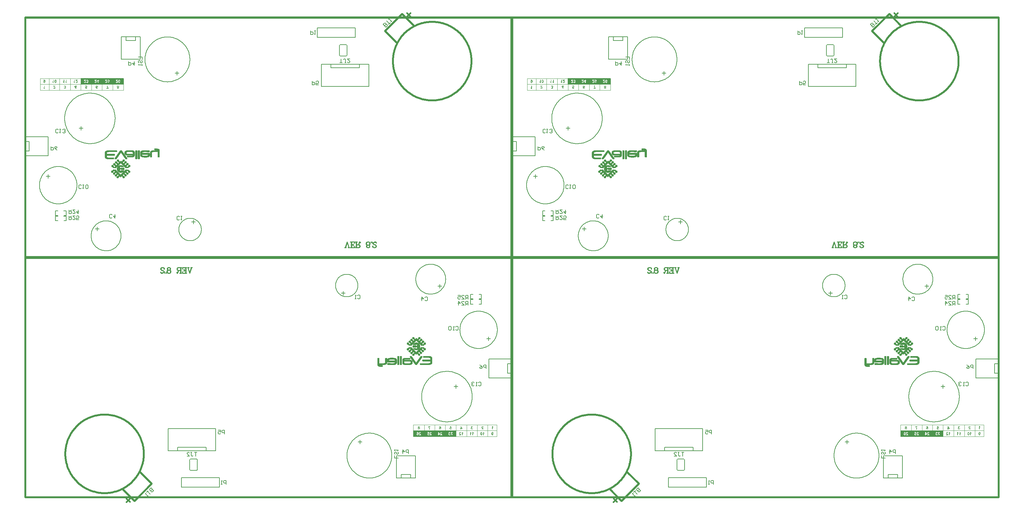
<source format=gbo>
G04*
G04 #@! TF.GenerationSoftware,Altium Limited,Altium Designer,20.0.14 (345)*
G04*
G04 Layer_Color=32896*
%FSLAX44Y44*%
%MOMM*%
G71*
G01*
G75*
%ADD41C,0.5000*%
%ADD50C,0.2540*%
%ADD79C,0.2000*%
%ADD80C,0.1270*%
%ADD82C,0.0127*%
%ADD139C,0.1524*%
%ADD140C,0.1000*%
%ADD141C,0.4000*%
G36*
X1353457Y1116569D02*
X1353676Y1116534D01*
X1353884Y1116488D01*
X1354092Y1116430D01*
X1354277Y1116349D01*
X1354451Y1116268D01*
X1354612Y1116188D01*
X1354751Y1116095D01*
X1354878Y1116003D01*
X1354994Y1115922D01*
X1355086Y1115829D01*
X1355167Y1115760D01*
X1355237Y1115702D01*
X1355283Y1115656D01*
X1355306Y1115621D01*
X1355317Y1115610D01*
X1355468Y1115413D01*
X1355583Y1115194D01*
X1355699Y1114951D01*
X1355791Y1114708D01*
X1355872Y1114442D01*
X1355941Y1114177D01*
X1355988Y1113922D01*
X1356034Y1113656D01*
X1356069Y1113414D01*
X1356092Y1113194D01*
X1356115Y1112986D01*
X1356126Y1112801D01*
X1356138Y1112651D01*
Y1112535D01*
Y1112501D01*
Y1112466D01*
Y1112455D01*
Y1112443D01*
X1356126Y1112050D01*
X1356103Y1111692D01*
X1356069Y1111357D01*
X1356011Y1111045D01*
X1355953Y1110767D01*
X1355895Y1110513D01*
X1355814Y1110282D01*
X1355745Y1110074D01*
X1355676Y1109901D01*
X1355606Y1109750D01*
X1355537Y1109623D01*
X1355479Y1109519D01*
X1355421Y1109438D01*
X1355387Y1109380D01*
X1355364Y1109346D01*
X1355352Y1109334D01*
X1355202Y1109172D01*
X1355040Y1109022D01*
X1354878Y1108895D01*
X1354716Y1108791D01*
X1354543Y1108699D01*
X1354381Y1108618D01*
X1354220Y1108560D01*
X1354058Y1108502D01*
X1353919Y1108467D01*
X1353780Y1108433D01*
X1353665Y1108410D01*
X1353561Y1108398D01*
X1353468D01*
X1353410Y1108387D01*
X1353353D01*
X1353145Y1108398D01*
X1352960Y1108421D01*
X1352775Y1108456D01*
X1352601Y1108502D01*
X1352440Y1108560D01*
X1352289Y1108629D01*
X1352139Y1108687D01*
X1352024Y1108756D01*
X1351908Y1108837D01*
X1351804Y1108895D01*
X1351723Y1108964D01*
X1351642Y1109022D01*
X1351584Y1109068D01*
X1351550Y1109103D01*
X1351527Y1109126D01*
X1351515Y1109138D01*
X1351388Y1109288D01*
X1351284Y1109438D01*
X1351180Y1109600D01*
X1351099Y1109762D01*
X1351030Y1109924D01*
X1350972Y1110097D01*
X1350891Y1110409D01*
X1350856Y1110548D01*
X1350833Y1110686D01*
X1350822Y1110802D01*
X1350810Y1110906D01*
X1350799Y1110998D01*
Y1111056D01*
Y1111103D01*
Y1111114D01*
X1350810Y1111322D01*
X1350833Y1111530D01*
X1350856Y1111727D01*
X1350903Y1111900D01*
X1350960Y1112073D01*
X1351018Y1112224D01*
X1351076Y1112374D01*
X1351145Y1112501D01*
X1351203Y1112616D01*
X1351261Y1112720D01*
X1351319Y1112801D01*
X1351376Y1112882D01*
X1351423Y1112928D01*
X1351446Y1112975D01*
X1351469Y1112998D01*
X1351481Y1113009D01*
X1351608Y1113137D01*
X1351746Y1113252D01*
X1351885Y1113344D01*
X1352024Y1113425D01*
X1352162Y1113495D01*
X1352289Y1113564D01*
X1352544Y1113645D01*
X1352763Y1113703D01*
X1352856Y1113714D01*
X1352937Y1113726D01*
X1353006Y1113737D01*
X1353098D01*
X1353260Y1113726D01*
X1353410Y1113703D01*
X1353549Y1113680D01*
X1353688Y1113633D01*
X1353942Y1113529D01*
X1354150Y1113402D01*
X1354312Y1113275D01*
X1354381Y1113217D01*
X1354439Y1113171D01*
X1354485Y1113125D01*
X1354520Y1113090D01*
X1354532Y1113079D01*
X1354543Y1113067D01*
X1354520Y1113310D01*
X1354497Y1113541D01*
X1354474Y1113749D01*
X1354439Y1113934D01*
X1354404Y1114096D01*
X1354370Y1114246D01*
X1354335Y1114373D01*
X1354300Y1114489D01*
X1354254Y1114593D01*
X1354231Y1114674D01*
X1354196Y1114743D01*
X1354173Y1114789D01*
X1354150Y1114835D01*
X1354127Y1114858D01*
X1354115Y1114882D01*
X1353988Y1115020D01*
X1353850Y1115124D01*
X1353723Y1115205D01*
X1353595Y1115251D01*
X1353480Y1115286D01*
X1353399Y1115298D01*
X1353341Y1115309D01*
X1353318D01*
X1353191Y1115298D01*
X1353064Y1115275D01*
X1352971Y1115240D01*
X1352879Y1115205D01*
X1352809Y1115171D01*
X1352763Y1115136D01*
X1352729Y1115113D01*
X1352717Y1115101D01*
X1352636Y1115009D01*
X1352578Y1114905D01*
X1352532Y1114789D01*
X1352498Y1114674D01*
X1352463Y1114581D01*
X1352451Y1114500D01*
X1352440Y1114442D01*
Y1114419D01*
X1350960Y1114593D01*
X1350995Y1114778D01*
X1351041Y1114939D01*
X1351087Y1115101D01*
X1351145Y1115240D01*
X1351203Y1115378D01*
X1351261Y1115506D01*
X1351330Y1115610D01*
X1351388Y1115714D01*
X1351457Y1115795D01*
X1351504Y1115875D01*
X1351561Y1115933D01*
X1351608Y1115991D01*
X1351642Y1116026D01*
X1351677Y1116060D01*
X1351689Y1116072D01*
X1351700Y1116084D01*
X1351816Y1116176D01*
X1351931Y1116245D01*
X1352185Y1116372D01*
X1352428Y1116453D01*
X1352671Y1116523D01*
X1352890Y1116557D01*
X1352983Y1116569D01*
X1353064D01*
X1353122Y1116581D01*
X1353214D01*
X1353457Y1116569D01*
D02*
G37*
G36*
X50957D02*
X51176Y1116534D01*
X51384Y1116488D01*
X51592Y1116430D01*
X51777Y1116349D01*
X51951Y1116268D01*
X52112Y1116188D01*
X52251Y1116095D01*
X52378Y1116003D01*
X52494Y1115922D01*
X52586Y1115829D01*
X52667Y1115760D01*
X52737Y1115702D01*
X52783Y1115656D01*
X52806Y1115621D01*
X52817Y1115610D01*
X52968Y1115413D01*
X53083Y1115194D01*
X53199Y1114951D01*
X53291Y1114708D01*
X53372Y1114442D01*
X53441Y1114177D01*
X53488Y1113922D01*
X53534Y1113656D01*
X53569Y1113414D01*
X53592Y1113194D01*
X53615Y1112986D01*
X53626Y1112801D01*
X53638Y1112651D01*
Y1112535D01*
Y1112501D01*
Y1112466D01*
Y1112455D01*
Y1112443D01*
X53626Y1112050D01*
X53603Y1111692D01*
X53569Y1111357D01*
X53511Y1111045D01*
X53453Y1110767D01*
X53395Y1110513D01*
X53314Y1110282D01*
X53245Y1110074D01*
X53176Y1109901D01*
X53106Y1109750D01*
X53037Y1109623D01*
X52979Y1109519D01*
X52921Y1109438D01*
X52887Y1109380D01*
X52864Y1109346D01*
X52852Y1109334D01*
X52702Y1109172D01*
X52540Y1109022D01*
X52378Y1108895D01*
X52216Y1108791D01*
X52043Y1108699D01*
X51881Y1108618D01*
X51719Y1108560D01*
X51558Y1108502D01*
X51419Y1108467D01*
X51280Y1108433D01*
X51165Y1108410D01*
X51061Y1108398D01*
X50968D01*
X50911Y1108387D01*
X50853D01*
X50645Y1108398D01*
X50460Y1108421D01*
X50275Y1108456D01*
X50101Y1108502D01*
X49940Y1108560D01*
X49789Y1108629D01*
X49639Y1108687D01*
X49524Y1108756D01*
X49408Y1108837D01*
X49304Y1108895D01*
X49223Y1108964D01*
X49142Y1109022D01*
X49085Y1109068D01*
X49050Y1109103D01*
X49027Y1109126D01*
X49015Y1109138D01*
X48888Y1109288D01*
X48784Y1109438D01*
X48680Y1109600D01*
X48599Y1109762D01*
X48530Y1109924D01*
X48472Y1110097D01*
X48391Y1110409D01*
X48356Y1110548D01*
X48333Y1110686D01*
X48322Y1110802D01*
X48310Y1110906D01*
X48299Y1110998D01*
Y1111056D01*
Y1111103D01*
Y1111114D01*
X48310Y1111322D01*
X48333Y1111530D01*
X48356Y1111727D01*
X48403Y1111900D01*
X48460Y1112073D01*
X48518Y1112224D01*
X48576Y1112374D01*
X48645Y1112501D01*
X48703Y1112616D01*
X48761Y1112720D01*
X48819Y1112801D01*
X48876Y1112882D01*
X48923Y1112928D01*
X48946Y1112975D01*
X48969Y1112998D01*
X48980Y1113009D01*
X49108Y1113137D01*
X49246Y1113252D01*
X49385Y1113344D01*
X49524Y1113425D01*
X49662Y1113495D01*
X49789Y1113564D01*
X50044Y1113645D01*
X50263Y1113703D01*
X50356Y1113714D01*
X50437Y1113726D01*
X50506Y1113737D01*
X50598D01*
X50760Y1113726D01*
X50911Y1113703D01*
X51049Y1113680D01*
X51188Y1113633D01*
X51442Y1113529D01*
X51650Y1113402D01*
X51812Y1113275D01*
X51881Y1113217D01*
X51939Y1113171D01*
X51985Y1113125D01*
X52020Y1113090D01*
X52031Y1113079D01*
X52043Y1113067D01*
X52020Y1113310D01*
X51997Y1113541D01*
X51974Y1113749D01*
X51939Y1113934D01*
X51904Y1114096D01*
X51870Y1114246D01*
X51835Y1114373D01*
X51800Y1114489D01*
X51754Y1114593D01*
X51731Y1114674D01*
X51696Y1114743D01*
X51673Y1114789D01*
X51650Y1114835D01*
X51627Y1114858D01*
X51615Y1114882D01*
X51488Y1115020D01*
X51350Y1115124D01*
X51223Y1115205D01*
X51095Y1115251D01*
X50980Y1115286D01*
X50899Y1115298D01*
X50841Y1115309D01*
X50818D01*
X50691Y1115298D01*
X50564Y1115275D01*
X50471Y1115240D01*
X50379Y1115205D01*
X50310Y1115171D01*
X50263Y1115136D01*
X50229Y1115113D01*
X50217Y1115101D01*
X50136Y1115009D01*
X50078Y1114905D01*
X50032Y1114789D01*
X49998Y1114674D01*
X49963Y1114581D01*
X49951Y1114500D01*
X49940Y1114442D01*
Y1114419D01*
X48460Y1114593D01*
X48495Y1114778D01*
X48541Y1114939D01*
X48587Y1115101D01*
X48645Y1115240D01*
X48703Y1115378D01*
X48761Y1115506D01*
X48830Y1115610D01*
X48888Y1115714D01*
X48957Y1115795D01*
X49004Y1115875D01*
X49061Y1115933D01*
X49108Y1115991D01*
X49142Y1116026D01*
X49177Y1116060D01*
X49188Y1116072D01*
X49200Y1116084D01*
X49316Y1116176D01*
X49431Y1116245D01*
X49685Y1116372D01*
X49928Y1116453D01*
X50171Y1116523D01*
X50390Y1116557D01*
X50483Y1116569D01*
X50564D01*
X50622Y1116581D01*
X50714D01*
X50957Y1116569D01*
D02*
G37*
G36*
X1378248Y1108478D02*
X1377000D01*
X1376884Y1108744D01*
X1376734Y1108987D01*
X1376572Y1109218D01*
X1376411Y1109403D01*
X1376272Y1109553D01*
X1376145Y1109669D01*
X1376098Y1109715D01*
X1376064Y1109750D01*
X1376041Y1109761D01*
X1376029Y1109773D01*
X1375775Y1109958D01*
X1375532Y1110119D01*
X1375313Y1110247D01*
X1375116Y1110339D01*
X1374954Y1110408D01*
X1374839Y1110466D01*
X1374792Y1110478D01*
X1374758Y1110489D01*
X1374746Y1110501D01*
X1374735D01*
Y1111888D01*
X1375151Y1111726D01*
X1375521Y1111552D01*
X1375694Y1111460D01*
X1375856Y1111356D01*
X1376006Y1111264D01*
X1376145Y1111171D01*
X1376272Y1111079D01*
X1376387Y1110998D01*
X1376480Y1110928D01*
X1376561Y1110859D01*
X1376630Y1110801D01*
X1376676Y1110767D01*
X1376699Y1110743D01*
X1376711Y1110732D01*
Y1116522D01*
X1378248D01*
Y1108478D01*
D02*
G37*
G36*
X75748D02*
X74500D01*
X74384Y1108744D01*
X74234Y1108987D01*
X74072Y1109218D01*
X73910Y1109403D01*
X73772Y1109553D01*
X73645Y1109669D01*
X73598Y1109715D01*
X73564Y1109750D01*
X73541Y1109761D01*
X73529Y1109773D01*
X73275Y1109958D01*
X73032Y1110119D01*
X72813Y1110247D01*
X72616Y1110339D01*
X72454Y1110408D01*
X72339Y1110466D01*
X72292Y1110478D01*
X72258Y1110489D01*
X72246Y1110501D01*
X72235D01*
Y1111888D01*
X72651Y1111726D01*
X73021Y1111552D01*
X73194Y1111460D01*
X73356Y1111356D01*
X73506Y1111264D01*
X73645Y1111171D01*
X73772Y1111079D01*
X73887Y1110998D01*
X73980Y1110928D01*
X74061Y1110859D01*
X74130Y1110801D01*
X74176Y1110767D01*
X74199Y1110743D01*
X74211Y1110732D01*
Y1116522D01*
X75748D01*
Y1108478D01*
D02*
G37*
G36*
X1435016Y1108445D02*
X1433768D01*
X1433653Y1108711D01*
X1433503Y1108954D01*
X1433341Y1109185D01*
X1433179Y1109370D01*
X1433040Y1109520D01*
X1432913Y1109635D01*
X1432867Y1109682D01*
X1432832Y1109716D01*
X1432809Y1109728D01*
X1432798Y1109739D01*
X1432543Y1109924D01*
X1432301Y1110086D01*
X1432081Y1110213D01*
X1431884Y1110306D01*
X1431723Y1110375D01*
X1431607Y1110433D01*
X1431561Y1110444D01*
X1431526Y1110456D01*
X1431515Y1110468D01*
X1431503D01*
Y1111854D01*
X1431919Y1111693D01*
X1432289Y1111519D01*
X1432462Y1111427D01*
X1432624Y1111323D01*
X1432774Y1111230D01*
X1432913Y1111138D01*
X1433040Y1111045D01*
X1433156Y1110965D01*
X1433248Y1110895D01*
X1433329Y1110826D01*
X1433398Y1110768D01*
X1433445Y1110733D01*
X1433468Y1110710D01*
X1433479Y1110699D01*
Y1116489D01*
X1435016D01*
Y1108445D01*
D02*
G37*
G36*
X1412896D02*
X1411648D01*
X1411532Y1108711D01*
X1411382Y1108954D01*
X1411220Y1109185D01*
X1411058Y1109370D01*
X1410920Y1109520D01*
X1410793Y1109635D01*
X1410746Y1109682D01*
X1410712Y1109716D01*
X1410688Y1109728D01*
X1410677Y1109739D01*
X1410423Y1109924D01*
X1410180Y1110086D01*
X1409960Y1110213D01*
X1409764Y1110306D01*
X1409602Y1110375D01*
X1409487Y1110433D01*
X1409440Y1110444D01*
X1409406Y1110456D01*
X1409394Y1110468D01*
X1409382D01*
Y1111854D01*
X1409799Y1111693D01*
X1410168Y1111519D01*
X1410342Y1111427D01*
X1410504Y1111323D01*
X1410654Y1111230D01*
X1410793Y1111138D01*
X1410920Y1111045D01*
X1411035Y1110965D01*
X1411128Y1110895D01*
X1411208Y1110826D01*
X1411278Y1110768D01*
X1411324Y1110733D01*
X1411347Y1110710D01*
X1411359Y1110699D01*
Y1116489D01*
X1412896D01*
Y1108445D01*
D02*
G37*
G36*
X1406678D02*
X1405430D01*
X1405314Y1108711D01*
X1405164Y1108954D01*
X1405002Y1109185D01*
X1404841Y1109370D01*
X1404702Y1109520D01*
X1404575Y1109635D01*
X1404529Y1109682D01*
X1404494Y1109716D01*
X1404471Y1109728D01*
X1404459Y1109739D01*
X1404205Y1109924D01*
X1403962Y1110086D01*
X1403743Y1110213D01*
X1403546Y1110306D01*
X1403384Y1110375D01*
X1403269Y1110433D01*
X1403223Y1110444D01*
X1403188Y1110456D01*
X1403176Y1110468D01*
X1403165D01*
Y1111854D01*
X1403581Y1111693D01*
X1403951Y1111519D01*
X1404124Y1111427D01*
X1404286Y1111323D01*
X1404436Y1111230D01*
X1404575Y1111138D01*
X1404702Y1111045D01*
X1404818Y1110965D01*
X1404910Y1110895D01*
X1404991Y1110826D01*
X1405060Y1110768D01*
X1405106Y1110733D01*
X1405130Y1110710D01*
X1405141Y1110699D01*
Y1116489D01*
X1406678D01*
Y1108445D01*
D02*
G37*
G36*
X132516D02*
X131268D01*
X131153Y1108711D01*
X131003Y1108954D01*
X130841Y1109185D01*
X130679Y1109370D01*
X130540Y1109520D01*
X130413Y1109635D01*
X130367Y1109682D01*
X130332Y1109716D01*
X130309Y1109728D01*
X130297Y1109739D01*
X130043Y1109924D01*
X129801Y1110086D01*
X129581Y1110213D01*
X129384Y1110306D01*
X129223Y1110375D01*
X129107Y1110433D01*
X129061Y1110444D01*
X129026Y1110456D01*
X129015Y1110468D01*
X129003D01*
Y1111854D01*
X129419Y1111693D01*
X129789Y1111519D01*
X129962Y1111427D01*
X130124Y1111323D01*
X130274Y1111230D01*
X130413Y1111138D01*
X130540Y1111045D01*
X130656Y1110965D01*
X130748Y1110895D01*
X130829Y1110826D01*
X130899Y1110768D01*
X130945Y1110733D01*
X130968Y1110710D01*
X130979Y1110699D01*
Y1116489D01*
X132516D01*
Y1108445D01*
D02*
G37*
G36*
X110396D02*
X109148D01*
X109032Y1108711D01*
X108882Y1108954D01*
X108720Y1109185D01*
X108558Y1109370D01*
X108420Y1109520D01*
X108293Y1109635D01*
X108246Y1109682D01*
X108212Y1109716D01*
X108188Y1109728D01*
X108177Y1109739D01*
X107923Y1109924D01*
X107680Y1110086D01*
X107460Y1110213D01*
X107264Y1110306D01*
X107102Y1110375D01*
X106987Y1110433D01*
X106940Y1110444D01*
X106906Y1110456D01*
X106894Y1110468D01*
X106882D01*
Y1111854D01*
X107299Y1111693D01*
X107668Y1111519D01*
X107842Y1111427D01*
X108004Y1111323D01*
X108154Y1111230D01*
X108293Y1111138D01*
X108420Y1111045D01*
X108535Y1110965D01*
X108628Y1110895D01*
X108708Y1110826D01*
X108778Y1110768D01*
X108824Y1110733D01*
X108847Y1110710D01*
X108859Y1110699D01*
Y1116489D01*
X110396D01*
Y1108445D01*
D02*
G37*
G36*
X104178D02*
X102930D01*
X102815Y1108711D01*
X102664Y1108954D01*
X102502Y1109185D01*
X102341Y1109370D01*
X102202Y1109520D01*
X102075Y1109635D01*
X102029Y1109682D01*
X101994Y1109716D01*
X101971Y1109728D01*
X101959Y1109739D01*
X101705Y1109924D01*
X101462Y1110086D01*
X101243Y1110213D01*
X101046Y1110306D01*
X100884Y1110375D01*
X100769Y1110433D01*
X100723Y1110444D01*
X100688Y1110456D01*
X100676Y1110468D01*
X100665D01*
Y1111854D01*
X101081Y1111693D01*
X101451Y1111519D01*
X101624Y1111427D01*
X101786Y1111323D01*
X101936Y1111230D01*
X102075Y1111138D01*
X102202Y1111045D01*
X102317Y1110965D01*
X102410Y1110895D01*
X102491Y1110826D01*
X102560Y1110768D01*
X102606Y1110733D01*
X102629Y1110710D01*
X102641Y1110699D01*
Y1116489D01*
X104178D01*
Y1108445D01*
D02*
G37*
G36*
X1442494Y1115067D02*
X1439443D01*
X1439535Y1114917D01*
X1439639Y1114790D01*
X1439686Y1114732D01*
X1439720Y1114686D01*
X1439743Y1114663D01*
X1439755Y1114651D01*
X1439801Y1114605D01*
X1439847Y1114547D01*
X1439986Y1114420D01*
X1440136Y1114270D01*
X1440287Y1114119D01*
X1440437Y1113981D01*
X1440564Y1113865D01*
X1440610Y1113819D01*
X1440645Y1113784D01*
X1440668Y1113773D01*
X1440679Y1113761D01*
X1440934Y1113519D01*
X1441142Y1113322D01*
X1441315Y1113137D01*
X1441454Y1112999D01*
X1441558Y1112883D01*
X1441627Y1112802D01*
X1441673Y1112744D01*
X1441685Y1112733D01*
X1441835Y1112536D01*
X1441962Y1112351D01*
X1442066Y1112178D01*
X1442147Y1112028D01*
X1442216Y1111901D01*
X1442263Y1111797D01*
X1442286Y1111739D01*
X1442297Y1111716D01*
X1442367Y1111531D01*
X1442413Y1111346D01*
X1442448Y1111172D01*
X1442471Y1111011D01*
X1442482Y1110884D01*
X1442494Y1110780D01*
Y1110710D01*
Y1110687D01*
X1442482Y1110514D01*
X1442459Y1110340D01*
X1442436Y1110179D01*
X1442390Y1110028D01*
X1442274Y1109763D01*
X1442159Y1109531D01*
X1442089Y1109427D01*
X1442032Y1109346D01*
X1441974Y1109266D01*
X1441916Y1109208D01*
X1441870Y1109162D01*
X1441847Y1109115D01*
X1441823Y1109104D01*
X1441812Y1109092D01*
X1441685Y1108977D01*
X1441535Y1108873D01*
X1441396Y1108792D01*
X1441234Y1108722D01*
X1440934Y1108607D01*
X1440633Y1108526D01*
X1440495Y1108503D01*
X1440367Y1108480D01*
X1440252Y1108468D01*
X1440148Y1108457D01*
X1440067Y1108445D01*
X1439951D01*
X1439755Y1108457D01*
X1439570Y1108468D01*
X1439212Y1108526D01*
X1438911Y1108618D01*
X1438772Y1108665D01*
X1438645Y1108722D01*
X1438530Y1108769D01*
X1438437Y1108826D01*
X1438345Y1108873D01*
X1438275Y1108907D01*
X1438218Y1108954D01*
X1438183Y1108977D01*
X1438160Y1108988D01*
X1438148Y1109000D01*
X1438021Y1109115D01*
X1437906Y1109231D01*
X1437802Y1109370D01*
X1437709Y1109520D01*
X1437571Y1109820D01*
X1437455Y1110109D01*
X1437420Y1110259D01*
X1437386Y1110387D01*
X1437351Y1110502D01*
X1437339Y1110606D01*
X1437316Y1110699D01*
Y1110757D01*
X1437305Y1110803D01*
Y1110814D01*
X1438830Y1110965D01*
X1438853Y1110733D01*
X1438900Y1110537D01*
X1438946Y1110363D01*
X1439004Y1110236D01*
X1439050Y1110132D01*
X1439096Y1110063D01*
X1439131Y1110017D01*
X1439142Y1110005D01*
X1439258Y1109913D01*
X1439385Y1109843D01*
X1439512Y1109786D01*
X1439639Y1109751D01*
X1439743Y1109728D01*
X1439836Y1109716D01*
X1439917D01*
X1440090Y1109728D01*
X1440240Y1109763D01*
X1440367Y1109809D01*
X1440483Y1109855D01*
X1440564Y1109901D01*
X1440633Y1109948D01*
X1440668Y1109982D01*
X1440679Y1109994D01*
X1440772Y1110109D01*
X1440841Y1110236D01*
X1440887Y1110363D01*
X1440922Y1110491D01*
X1440945Y1110606D01*
X1440957Y1110710D01*
Y1110768D01*
Y1110780D01*
Y1110791D01*
X1440945Y1110965D01*
X1440910Y1111126D01*
X1440853Y1111288D01*
X1440795Y1111427D01*
X1440737Y1111554D01*
X1440679Y1111646D01*
X1440645Y1111704D01*
X1440633Y1111727D01*
X1440587Y1111797D01*
X1440518Y1111878D01*
X1440425Y1111982D01*
X1440333Y1112074D01*
X1440125Y1112293D01*
X1439917Y1112513D01*
X1439709Y1112721D01*
X1439616Y1112814D01*
X1439524Y1112883D01*
X1439454Y1112952D01*
X1439408Y1112999D01*
X1439373Y1113033D01*
X1439362Y1113045D01*
X1439131Y1113264D01*
X1438923Y1113472D01*
X1438726Y1113669D01*
X1438553Y1113842D01*
X1438391Y1114016D01*
X1438252Y1114177D01*
X1438125Y1114316D01*
X1438021Y1114455D01*
X1437929Y1114570D01*
X1437848Y1114674D01*
X1437779Y1114755D01*
X1437732Y1114836D01*
X1437686Y1114882D01*
X1437663Y1114929D01*
X1437640Y1114952D01*
Y1114963D01*
X1437490Y1115229D01*
X1437374Y1115506D01*
X1437282Y1115761D01*
X1437212Y1115992D01*
X1437166Y1116200D01*
X1437155Y1116281D01*
X1437143Y1116350D01*
X1437131Y1116408D01*
X1437120Y1116454D01*
Y1116477D01*
Y1116489D01*
X1442494D01*
Y1115067D01*
D02*
G37*
G36*
X139994D02*
X136943D01*
X137035Y1114917D01*
X137139Y1114790D01*
X137185Y1114732D01*
X137220Y1114686D01*
X137243Y1114663D01*
X137255Y1114651D01*
X137301Y1114605D01*
X137347Y1114547D01*
X137486Y1114420D01*
X137636Y1114270D01*
X137786Y1114119D01*
X137937Y1113981D01*
X138064Y1113865D01*
X138110Y1113819D01*
X138145Y1113784D01*
X138168Y1113773D01*
X138179Y1113761D01*
X138434Y1113519D01*
X138642Y1113322D01*
X138815Y1113137D01*
X138954Y1112999D01*
X139058Y1112883D01*
X139127Y1112802D01*
X139173Y1112744D01*
X139185Y1112733D01*
X139335Y1112536D01*
X139462Y1112351D01*
X139566Y1112178D01*
X139647Y1112028D01*
X139717Y1111901D01*
X139763Y1111797D01*
X139786Y1111739D01*
X139797Y1111716D01*
X139867Y1111531D01*
X139913Y1111346D01*
X139948Y1111172D01*
X139971Y1111011D01*
X139982Y1110884D01*
X139994Y1110780D01*
Y1110710D01*
Y1110687D01*
X139982Y1110514D01*
X139959Y1110340D01*
X139936Y1110179D01*
X139890Y1110028D01*
X139774Y1109763D01*
X139659Y1109531D01*
X139589Y1109427D01*
X139531Y1109346D01*
X139474Y1109266D01*
X139416Y1109208D01*
X139370Y1109162D01*
X139347Y1109115D01*
X139324Y1109104D01*
X139312Y1109092D01*
X139185Y1108977D01*
X139035Y1108873D01*
X138896Y1108792D01*
X138734Y1108722D01*
X138434Y1108607D01*
X138133Y1108526D01*
X137994Y1108503D01*
X137867Y1108480D01*
X137752Y1108468D01*
X137648Y1108457D01*
X137567Y1108445D01*
X137451D01*
X137255Y1108457D01*
X137070Y1108468D01*
X136712Y1108526D01*
X136411Y1108618D01*
X136272Y1108665D01*
X136145Y1108722D01*
X136030Y1108769D01*
X135937Y1108826D01*
X135845Y1108873D01*
X135775Y1108907D01*
X135718Y1108954D01*
X135683Y1108977D01*
X135660Y1108988D01*
X135648Y1109000D01*
X135521Y1109115D01*
X135406Y1109231D01*
X135302Y1109370D01*
X135209Y1109520D01*
X135070Y1109820D01*
X134955Y1110109D01*
X134920Y1110259D01*
X134886Y1110387D01*
X134851Y1110502D01*
X134839Y1110606D01*
X134816Y1110699D01*
Y1110757D01*
X134805Y1110803D01*
Y1110814D01*
X136330Y1110965D01*
X136353Y1110733D01*
X136400Y1110537D01*
X136446Y1110363D01*
X136504Y1110236D01*
X136550Y1110132D01*
X136596Y1110063D01*
X136631Y1110017D01*
X136642Y1110005D01*
X136758Y1109913D01*
X136885Y1109843D01*
X137012Y1109786D01*
X137139Y1109751D01*
X137243Y1109728D01*
X137336Y1109716D01*
X137417D01*
X137590Y1109728D01*
X137740Y1109763D01*
X137867Y1109809D01*
X137983Y1109855D01*
X138064Y1109901D01*
X138133Y1109948D01*
X138168Y1109982D01*
X138179Y1109994D01*
X138272Y1110109D01*
X138341Y1110236D01*
X138387Y1110363D01*
X138422Y1110491D01*
X138445Y1110606D01*
X138457Y1110710D01*
Y1110768D01*
Y1110780D01*
Y1110791D01*
X138445Y1110965D01*
X138411Y1111126D01*
X138353Y1111288D01*
X138295Y1111427D01*
X138237Y1111554D01*
X138179Y1111646D01*
X138145Y1111704D01*
X138133Y1111727D01*
X138087Y1111797D01*
X138018Y1111878D01*
X137925Y1111982D01*
X137833Y1112074D01*
X137625Y1112293D01*
X137417Y1112513D01*
X137209Y1112721D01*
X137116Y1112814D01*
X137024Y1112883D01*
X136954Y1112952D01*
X136908Y1112999D01*
X136873Y1113033D01*
X136862Y1113045D01*
X136631Y1113264D01*
X136423Y1113472D01*
X136226Y1113669D01*
X136053Y1113842D01*
X135891Y1114016D01*
X135752Y1114177D01*
X135625Y1114316D01*
X135521Y1114455D01*
X135429Y1114570D01*
X135348Y1114674D01*
X135279Y1114755D01*
X135232Y1114836D01*
X135186Y1114882D01*
X135163Y1114929D01*
X135140Y1114952D01*
Y1114963D01*
X134990Y1115229D01*
X134874Y1115506D01*
X134782Y1115761D01*
X134712Y1115992D01*
X134666Y1116200D01*
X134655Y1116281D01*
X134643Y1116350D01*
X134631Y1116408D01*
X134620Y1116454D01*
Y1116477D01*
Y1116489D01*
X139994D01*
Y1115067D01*
D02*
G37*
G36*
X1383345Y1116661D02*
X1383541Y1116637D01*
X1383738Y1116591D01*
X1383911Y1116545D01*
X1384073Y1116487D01*
X1384223Y1116418D01*
X1384350Y1116337D01*
X1384477Y1116256D01*
X1384581Y1116187D01*
X1384685Y1116106D01*
X1384766Y1116037D01*
X1384836Y1115979D01*
X1384882Y1115932D01*
X1384917Y1115886D01*
X1384940Y1115863D01*
X1384951Y1115852D01*
X1385090Y1115655D01*
X1385205Y1115424D01*
X1385321Y1115181D01*
X1385402Y1114915D01*
X1385483Y1114650D01*
X1385540Y1114384D01*
X1385598Y1114107D01*
X1385645Y1113841D01*
X1385668Y1113586D01*
X1385691Y1113355D01*
X1385714Y1113136D01*
X1385725Y1112951D01*
X1385737Y1112801D01*
Y1112685D01*
Y1112639D01*
Y1112604D01*
Y1112592D01*
Y1112581D01*
X1385725Y1112165D01*
X1385702Y1111784D01*
X1385668Y1111437D01*
X1385610Y1111113D01*
X1385552Y1110813D01*
X1385494Y1110547D01*
X1385413Y1110304D01*
X1385344Y1110096D01*
X1385275Y1109900D01*
X1385205Y1109750D01*
X1385136Y1109611D01*
X1385078Y1109495D01*
X1385020Y1109414D01*
X1384986Y1109357D01*
X1384963Y1109322D01*
X1384951Y1109310D01*
X1384824Y1109160D01*
X1384685Y1109033D01*
X1384535Y1108929D01*
X1384385Y1108825D01*
X1384235Y1108744D01*
X1384084Y1108686D01*
X1383946Y1108628D01*
X1383795Y1108582D01*
X1383657Y1108548D01*
X1383541Y1108524D01*
X1383426Y1108501D01*
X1383333Y1108490D01*
X1383252Y1108478D01*
X1383137D01*
X1382929Y1108490D01*
X1382732Y1108513D01*
X1382536Y1108559D01*
X1382362Y1108605D01*
X1382201Y1108675D01*
X1382050Y1108744D01*
X1381923Y1108813D01*
X1381796Y1108894D01*
X1381692Y1108975D01*
X1381588Y1109044D01*
X1381507Y1109114D01*
X1381449Y1109183D01*
X1381392Y1109230D01*
X1381357Y1109276D01*
X1381334Y1109299D01*
X1381322Y1109310D01*
X1381183Y1109507D01*
X1381068Y1109738D01*
X1380964Y1109981D01*
X1380871Y1110235D01*
X1380802Y1110501D01*
X1380733Y1110778D01*
X1380687Y1111044D01*
X1380640Y1111310D01*
X1380617Y1111564D01*
X1380594Y1111795D01*
X1380571Y1112015D01*
X1380560Y1112200D01*
X1380548Y1112350D01*
Y1112465D01*
Y1112512D01*
Y1112546D01*
Y1112558D01*
Y1112569D01*
X1380560Y1112986D01*
X1380583Y1113367D01*
X1380617Y1113725D01*
X1380663Y1114049D01*
X1380710Y1114338D01*
X1380768Y1114604D01*
X1380837Y1114835D01*
X1380906Y1115043D01*
X1380964Y1115216D01*
X1381033Y1115378D01*
X1381091Y1115505D01*
X1381149Y1115609D01*
X1381183Y1115678D01*
X1381218Y1115736D01*
X1381241Y1115771D01*
X1381253Y1115782D01*
X1381392Y1115944D01*
X1381542Y1116071D01*
X1381692Y1116198D01*
X1381854Y1116291D01*
X1382004Y1116383D01*
X1382166Y1116453D01*
X1382316Y1116510D01*
X1382466Y1116557D01*
X1382605Y1116603D01*
X1382732Y1116626D01*
X1382848Y1116649D01*
X1382940Y1116661D01*
X1383021D01*
X1383091Y1116672D01*
X1383137D01*
X1383345Y1116661D01*
D02*
G37*
G36*
X80845D02*
X81041Y1116637D01*
X81238Y1116591D01*
X81411Y1116545D01*
X81573Y1116487D01*
X81723Y1116418D01*
X81850Y1116337D01*
X81977Y1116256D01*
X82081Y1116187D01*
X82185Y1116106D01*
X82266Y1116037D01*
X82336Y1115979D01*
X82382Y1115932D01*
X82416Y1115886D01*
X82440Y1115863D01*
X82451Y1115852D01*
X82590Y1115655D01*
X82705Y1115424D01*
X82821Y1115181D01*
X82902Y1114915D01*
X82983Y1114650D01*
X83041Y1114384D01*
X83098Y1114107D01*
X83145Y1113841D01*
X83168Y1113586D01*
X83191Y1113355D01*
X83214Y1113136D01*
X83225Y1112951D01*
X83237Y1112801D01*
Y1112685D01*
Y1112639D01*
Y1112604D01*
Y1112592D01*
Y1112581D01*
X83225Y1112165D01*
X83202Y1111784D01*
X83168Y1111437D01*
X83110Y1111113D01*
X83052Y1110813D01*
X82994Y1110547D01*
X82913Y1110304D01*
X82844Y1110096D01*
X82775Y1109900D01*
X82705Y1109750D01*
X82636Y1109611D01*
X82578Y1109495D01*
X82521Y1109414D01*
X82486Y1109357D01*
X82463Y1109322D01*
X82451Y1109310D01*
X82324Y1109160D01*
X82185Y1109033D01*
X82035Y1108929D01*
X81885Y1108825D01*
X81735Y1108744D01*
X81584Y1108686D01*
X81446Y1108628D01*
X81295Y1108582D01*
X81157Y1108548D01*
X81041Y1108524D01*
X80926Y1108501D01*
X80833Y1108490D01*
X80752Y1108478D01*
X80637D01*
X80429Y1108490D01*
X80232Y1108513D01*
X80036Y1108559D01*
X79862Y1108605D01*
X79701Y1108675D01*
X79550Y1108744D01*
X79423Y1108813D01*
X79296Y1108894D01*
X79192Y1108975D01*
X79088Y1109044D01*
X79007Y1109114D01*
X78949Y1109183D01*
X78892Y1109230D01*
X78857Y1109276D01*
X78834Y1109299D01*
X78822Y1109310D01*
X78684Y1109507D01*
X78568Y1109738D01*
X78464Y1109981D01*
X78372Y1110235D01*
X78302Y1110501D01*
X78233Y1110778D01*
X78187Y1111044D01*
X78140Y1111310D01*
X78117Y1111564D01*
X78094Y1111795D01*
X78071Y1112015D01*
X78060Y1112200D01*
X78048Y1112350D01*
Y1112465D01*
Y1112512D01*
Y1112546D01*
Y1112558D01*
Y1112569D01*
X78060Y1112986D01*
X78083Y1113367D01*
X78117Y1113725D01*
X78163Y1114049D01*
X78210Y1114338D01*
X78267Y1114604D01*
X78337Y1114835D01*
X78406Y1115043D01*
X78464Y1115216D01*
X78533Y1115378D01*
X78591Y1115505D01*
X78649Y1115609D01*
X78684Y1115678D01*
X78718Y1115736D01*
X78741Y1115771D01*
X78753Y1115782D01*
X78892Y1115944D01*
X79042Y1116071D01*
X79192Y1116198D01*
X79354Y1116291D01*
X79504Y1116383D01*
X79666Y1116453D01*
X79816Y1116510D01*
X79966Y1116557D01*
X80105Y1116603D01*
X80232Y1116626D01*
X80348Y1116649D01*
X80440Y1116661D01*
X80521D01*
X80590Y1116672D01*
X80637D01*
X80845Y1116661D01*
D02*
G37*
G36*
X1536151Y1120676D02*
X1564799D01*
Y1104176D01*
X1535799D01*
Y1104316D01*
X1507999D01*
Y1104250D01*
X1479679D01*
Y1104034D01*
X1450679D01*
Y1120534D01*
X1478999D01*
Y1120750D01*
X1507151D01*
Y1120816D01*
X1536151D01*
Y1120676D01*
D02*
G37*
G36*
X233651D02*
X262299D01*
Y1104176D01*
X233299D01*
Y1104316D01*
X205499D01*
Y1104250D01*
X177179D01*
Y1104034D01*
X148179D01*
Y1120534D01*
X176499D01*
Y1120750D01*
X204651D01*
Y1120816D01*
X233651D01*
Y1120676D01*
D02*
G37*
G36*
X1408656Y1100887D02*
X1408864Y1100863D01*
X1409049Y1100829D01*
X1409234Y1100782D01*
X1409395Y1100725D01*
X1409557Y1100667D01*
X1409707Y1100598D01*
X1409835Y1100528D01*
X1409950Y1100459D01*
X1410066Y1100390D01*
X1410147Y1100332D01*
X1410228Y1100274D01*
X1410285Y1100228D01*
X1410332Y1100193D01*
X1410355Y1100170D01*
X1410366Y1100158D01*
X1410505Y1100020D01*
X1410621Y1099870D01*
X1410724Y1099719D01*
X1410817Y1099569D01*
X1410886Y1099407D01*
X1410956Y1099257D01*
X1411048Y1098980D01*
X1411071Y1098852D01*
X1411094Y1098725D01*
X1411117Y1098621D01*
X1411129Y1098529D01*
X1411141Y1098460D01*
Y1098402D01*
Y1098367D01*
Y1098356D01*
X1411117Y1098090D01*
X1411071Y1097859D01*
X1411013Y1097639D01*
X1410932Y1097466D01*
X1410852Y1097315D01*
X1410794Y1097211D01*
X1410748Y1097142D01*
X1410724Y1097119D01*
X1410563Y1096946D01*
X1410378Y1096795D01*
X1410193Y1096680D01*
X1410020Y1096587D01*
X1409869Y1096518D01*
X1409742Y1096483D01*
X1409696Y1096460D01*
X1409661D01*
X1409638Y1096449D01*
X1409627D01*
X1409835Y1096321D01*
X1410008Y1096194D01*
X1410158Y1096056D01*
X1410297Y1095917D01*
X1410412Y1095778D01*
X1410505Y1095640D01*
X1410574Y1095501D01*
X1410644Y1095374D01*
X1410690Y1095247D01*
X1410724Y1095131D01*
X1410748Y1095027D01*
X1410759Y1094935D01*
X1410771Y1094865D01*
X1410782Y1094808D01*
Y1094773D01*
Y1094761D01*
X1410771Y1094623D01*
X1410759Y1094495D01*
X1410690Y1094241D01*
X1410609Y1094010D01*
X1410505Y1093814D01*
X1410401Y1093652D01*
X1410309Y1093536D01*
X1410274Y1093490D01*
X1410239Y1093455D01*
X1410228Y1093444D01*
X1410216Y1093432D01*
X1410089Y1093305D01*
X1409939Y1093190D01*
X1409800Y1093097D01*
X1409650Y1093016D01*
X1409488Y1092935D01*
X1409338Y1092878D01*
X1409049Y1092797D01*
X1408922Y1092762D01*
X1408795Y1092739D01*
X1408690Y1092727D01*
X1408586Y1092716D01*
X1408506Y1092704D01*
X1408402D01*
X1408159Y1092716D01*
X1407939Y1092739D01*
X1407731Y1092785D01*
X1407558Y1092831D01*
X1407419Y1092878D01*
X1407304Y1092924D01*
X1407234Y1092947D01*
X1407223Y1092958D01*
X1407211D01*
X1407026Y1093063D01*
X1406853Y1093178D01*
X1406714Y1093294D01*
X1406599Y1093398D01*
X1406506Y1093502D01*
X1406437Y1093583D01*
X1406391Y1093629D01*
X1406379Y1093652D01*
X1406275Y1093825D01*
X1406183Y1094010D01*
X1406113Y1094207D01*
X1406044Y1094391D01*
X1405998Y1094565D01*
X1405963Y1094692D01*
X1405952Y1094750D01*
Y1094784D01*
X1405940Y1094808D01*
Y1094819D01*
X1407350Y1095050D01*
X1407384Y1094865D01*
X1407431Y1094704D01*
X1407477Y1094565D01*
X1407535Y1094461D01*
X1407593Y1094368D01*
X1407639Y1094299D01*
X1407673Y1094264D01*
X1407685Y1094253D01*
X1407789Y1094160D01*
X1407905Y1094091D01*
X1408020Y1094045D01*
X1408124Y1094010D01*
X1408217Y1093987D01*
X1408286Y1093976D01*
X1408355D01*
X1408494Y1093987D01*
X1408633Y1094010D01*
X1408737Y1094056D01*
X1408829Y1094091D01*
X1408910Y1094137D01*
X1408956Y1094184D01*
X1408991Y1094207D01*
X1409003Y1094218D01*
X1409083Y1094311D01*
X1409141Y1094426D01*
X1409187Y1094530D01*
X1409211Y1094634D01*
X1409234Y1094727D01*
X1409245Y1094796D01*
Y1094842D01*
Y1094865D01*
X1409234Y1095039D01*
X1409199Y1095189D01*
X1409141Y1095316D01*
X1409083Y1095420D01*
X1409014Y1095512D01*
X1408968Y1095570D01*
X1408922Y1095617D01*
X1408910Y1095628D01*
X1408771Y1095721D01*
X1408621Y1095790D01*
X1408459Y1095836D01*
X1408309Y1095871D01*
X1408170Y1095882D01*
X1408055Y1095894D01*
X1407951D01*
X1407789Y1097131D01*
X1407939Y1097096D01*
X1408066Y1097061D01*
X1408194Y1097038D01*
X1408297Y1097027D01*
X1408378Y1097015D01*
X1408494D01*
X1408656Y1097027D01*
X1408795Y1097073D01*
X1408922Y1097119D01*
X1409037Y1097188D01*
X1409118Y1097246D01*
X1409187Y1097304D01*
X1409234Y1097350D01*
X1409245Y1097362D01*
X1409349Y1097500D01*
X1409430Y1097651D01*
X1409488Y1097801D01*
X1409534Y1097951D01*
X1409557Y1098090D01*
X1409569Y1098194D01*
Y1098263D01*
Y1098275D01*
Y1098286D01*
X1409557Y1098506D01*
X1409523Y1098702D01*
X1409465Y1098876D01*
X1409407Y1099014D01*
X1409338Y1099118D01*
X1409291Y1099199D01*
X1409245Y1099257D01*
X1409234Y1099269D01*
X1409106Y1099384D01*
X1408968Y1099477D01*
X1408841Y1099534D01*
X1408714Y1099581D01*
X1408598Y1099604D01*
X1408517Y1099615D01*
X1408459Y1099627D01*
X1408436D01*
X1408274Y1099615D01*
X1408136Y1099581D01*
X1408009Y1099534D01*
X1407893Y1099477D01*
X1407812Y1099430D01*
X1407743Y1099384D01*
X1407697Y1099350D01*
X1407685Y1099338D01*
X1407581Y1099211D01*
X1407489Y1099072D01*
X1407431Y1098922D01*
X1407373Y1098783D01*
X1407338Y1098656D01*
X1407315Y1098552D01*
X1407304Y1098483D01*
Y1098471D01*
Y1098460D01*
X1405824Y1098644D01*
X1405847Y1098829D01*
X1405894Y1099003D01*
X1405998Y1099326D01*
X1406125Y1099604D01*
X1406206Y1099719D01*
X1406275Y1099835D01*
X1406344Y1099939D01*
X1406414Y1100020D01*
X1406472Y1100101D01*
X1406529Y1100158D01*
X1406575Y1100205D01*
X1406610Y1100239D01*
X1406633Y1100263D01*
X1406645Y1100274D01*
X1406784Y1100378D01*
X1406934Y1100482D01*
X1407072Y1100563D01*
X1407234Y1100632D01*
X1407535Y1100748D01*
X1407812Y1100817D01*
X1407951Y1100840D01*
X1408066Y1100863D01*
X1408170Y1100875D01*
X1408263Y1100887D01*
X1408344Y1100898D01*
X1408448D01*
X1408656Y1100887D01*
D02*
G37*
G36*
X106156D02*
X106364Y1100863D01*
X106549Y1100829D01*
X106734Y1100782D01*
X106895Y1100725D01*
X107057Y1100667D01*
X107207Y1100598D01*
X107335Y1100528D01*
X107450Y1100459D01*
X107566Y1100390D01*
X107647Y1100332D01*
X107727Y1100274D01*
X107785Y1100228D01*
X107832Y1100193D01*
X107855Y1100170D01*
X107866Y1100158D01*
X108005Y1100020D01*
X108120Y1099870D01*
X108224Y1099719D01*
X108317Y1099569D01*
X108386Y1099407D01*
X108456Y1099257D01*
X108548Y1098980D01*
X108571Y1098852D01*
X108594Y1098725D01*
X108617Y1098621D01*
X108629Y1098529D01*
X108640Y1098460D01*
Y1098402D01*
Y1098367D01*
Y1098356D01*
X108617Y1098090D01*
X108571Y1097859D01*
X108513Y1097639D01*
X108433Y1097466D01*
X108352Y1097315D01*
X108294Y1097211D01*
X108248Y1097142D01*
X108224Y1097119D01*
X108063Y1096946D01*
X107878Y1096795D01*
X107693Y1096680D01*
X107520Y1096587D01*
X107369Y1096518D01*
X107242Y1096483D01*
X107196Y1096460D01*
X107161D01*
X107138Y1096449D01*
X107127D01*
X107335Y1096321D01*
X107508Y1096194D01*
X107658Y1096056D01*
X107797Y1095917D01*
X107913Y1095778D01*
X108005Y1095640D01*
X108074Y1095501D01*
X108144Y1095374D01*
X108190Y1095247D01*
X108224Y1095131D01*
X108248Y1095027D01*
X108259Y1094935D01*
X108271Y1094865D01*
X108282Y1094808D01*
Y1094773D01*
Y1094761D01*
X108271Y1094623D01*
X108259Y1094495D01*
X108190Y1094241D01*
X108109Y1094010D01*
X108005Y1093814D01*
X107901Y1093652D01*
X107808Y1093536D01*
X107774Y1093490D01*
X107739Y1093455D01*
X107727Y1093444D01*
X107716Y1093432D01*
X107589Y1093305D01*
X107439Y1093190D01*
X107300Y1093097D01*
X107150Y1093016D01*
X106988Y1092935D01*
X106838Y1092878D01*
X106549Y1092797D01*
X106422Y1092762D01*
X106294Y1092739D01*
X106191Y1092727D01*
X106087Y1092716D01*
X106006Y1092704D01*
X105901D01*
X105659Y1092716D01*
X105439Y1092739D01*
X105231Y1092785D01*
X105058Y1092831D01*
X104919Y1092878D01*
X104804Y1092924D01*
X104734Y1092947D01*
X104723Y1092958D01*
X104711D01*
X104526Y1093063D01*
X104353Y1093178D01*
X104214Y1093294D01*
X104099Y1093398D01*
X104006Y1093502D01*
X103937Y1093583D01*
X103891Y1093629D01*
X103879Y1093652D01*
X103775Y1093825D01*
X103683Y1094010D01*
X103613Y1094207D01*
X103544Y1094391D01*
X103498Y1094565D01*
X103463Y1094692D01*
X103451Y1094750D01*
Y1094784D01*
X103440Y1094808D01*
Y1094819D01*
X104850Y1095050D01*
X104885Y1094865D01*
X104931Y1094704D01*
X104977Y1094565D01*
X105035Y1094461D01*
X105093Y1094368D01*
X105139Y1094299D01*
X105173Y1094264D01*
X105185Y1094253D01*
X105289Y1094160D01*
X105405Y1094091D01*
X105520Y1094045D01*
X105624Y1094010D01*
X105717Y1093987D01*
X105786Y1093976D01*
X105855D01*
X105994Y1093987D01*
X106133Y1094010D01*
X106237Y1094056D01*
X106329Y1094091D01*
X106410Y1094137D01*
X106456Y1094184D01*
X106491Y1094207D01*
X106503Y1094218D01*
X106583Y1094311D01*
X106641Y1094426D01*
X106687Y1094530D01*
X106711Y1094634D01*
X106734Y1094727D01*
X106745Y1094796D01*
Y1094842D01*
Y1094865D01*
X106734Y1095039D01*
X106699Y1095189D01*
X106641Y1095316D01*
X106583Y1095420D01*
X106514Y1095512D01*
X106468Y1095570D01*
X106422Y1095617D01*
X106410Y1095628D01*
X106271Y1095721D01*
X106121Y1095790D01*
X105959Y1095836D01*
X105809Y1095871D01*
X105670Y1095882D01*
X105555Y1095894D01*
X105451D01*
X105289Y1097131D01*
X105439Y1097096D01*
X105566Y1097061D01*
X105694Y1097038D01*
X105798Y1097027D01*
X105878Y1097015D01*
X105994D01*
X106156Y1097027D01*
X106294Y1097073D01*
X106422Y1097119D01*
X106537Y1097188D01*
X106618Y1097246D01*
X106687Y1097304D01*
X106734Y1097350D01*
X106745Y1097362D01*
X106849Y1097500D01*
X106930Y1097651D01*
X106988Y1097801D01*
X107034Y1097951D01*
X107057Y1098090D01*
X107069Y1098194D01*
Y1098263D01*
Y1098275D01*
Y1098286D01*
X107057Y1098506D01*
X107023Y1098702D01*
X106965Y1098876D01*
X106907Y1099014D01*
X106838Y1099118D01*
X106791Y1099199D01*
X106745Y1099257D01*
X106734Y1099269D01*
X106607Y1099384D01*
X106468Y1099477D01*
X106341Y1099534D01*
X106214Y1099581D01*
X106098Y1099604D01*
X106017Y1099615D01*
X105959Y1099627D01*
X105936D01*
X105774Y1099615D01*
X105636Y1099581D01*
X105509Y1099534D01*
X105393Y1099477D01*
X105312Y1099430D01*
X105243Y1099384D01*
X105197Y1099350D01*
X105185Y1099338D01*
X105081Y1099211D01*
X104988Y1099072D01*
X104931Y1098922D01*
X104873Y1098783D01*
X104838Y1098656D01*
X104815Y1098552D01*
X104804Y1098483D01*
Y1098471D01*
Y1098460D01*
X103324Y1098644D01*
X103347Y1098829D01*
X103394Y1099003D01*
X103498Y1099326D01*
X103625Y1099604D01*
X103706Y1099719D01*
X103775Y1099835D01*
X103844Y1099939D01*
X103914Y1100020D01*
X103972Y1100101D01*
X104029Y1100158D01*
X104075Y1100205D01*
X104110Y1100239D01*
X104133Y1100263D01*
X104145Y1100274D01*
X104284Y1100378D01*
X104434Y1100482D01*
X104572Y1100563D01*
X104734Y1100632D01*
X105035Y1100748D01*
X105312Y1100817D01*
X105451Y1100840D01*
X105566Y1100863D01*
X105670Y1100875D01*
X105763Y1100887D01*
X105844Y1100898D01*
X105948D01*
X106156Y1100887D01*
D02*
G37*
G36*
X1465207Y1101070D02*
X1465450Y1101035D01*
X1465669Y1100989D01*
X1465877Y1100920D01*
X1466074Y1100839D01*
X1466247Y1100746D01*
X1466409Y1100654D01*
X1466559Y1100550D01*
X1466686Y1100457D01*
X1466802Y1100365D01*
X1466906Y1100273D01*
X1466987Y1100192D01*
X1467045Y1100122D01*
X1467091Y1100076D01*
X1467114Y1100041D01*
X1467126Y1100030D01*
X1467229Y1099880D01*
X1467322Y1099729D01*
X1467391Y1099579D01*
X1467461Y1099417D01*
X1467565Y1099117D01*
X1467634Y1098839D01*
X1467657Y1098724D01*
X1467669Y1098608D01*
X1467692Y1098504D01*
Y1098412D01*
X1467703Y1098343D01*
Y1098296D01*
Y1098262D01*
Y1098250D01*
X1467692Y1098030D01*
X1467669Y1097822D01*
X1467634Y1097626D01*
X1467588Y1097441D01*
X1467542Y1097279D01*
X1467472Y1097117D01*
X1467414Y1096967D01*
X1467345Y1096840D01*
X1467276Y1096724D01*
X1467218Y1096620D01*
X1467149Y1096528D01*
X1467102Y1096459D01*
X1467056Y1096401D01*
X1467021Y1096355D01*
X1466998Y1096332D01*
X1466987Y1096320D01*
X1466848Y1096193D01*
X1466709Y1096077D01*
X1466559Y1095973D01*
X1466409Y1095881D01*
X1466270Y1095811D01*
X1466120Y1095754D01*
X1465854Y1095661D01*
X1465727Y1095627D01*
X1465612Y1095603D01*
X1465508Y1095592D01*
X1465427Y1095580D01*
X1465357Y1095569D01*
X1465253D01*
X1465057Y1095580D01*
X1464860Y1095615D01*
X1464687Y1095650D01*
X1464525Y1095696D01*
X1464398Y1095754D01*
X1464294Y1095788D01*
X1464225Y1095823D01*
X1464213Y1095835D01*
X1464202D01*
X1464444Y1094471D01*
X1467345D01*
Y1093038D01*
X1463289D01*
X1462503Y1097210D01*
X1463739Y1097383D01*
X1463843Y1097279D01*
X1463947Y1097187D01*
X1464051Y1097106D01*
X1464155Y1097037D01*
X1464352Y1096933D01*
X1464537Y1096863D01*
X1464698Y1096829D01*
X1464814Y1096805D01*
X1464860Y1096794D01*
X1464930D01*
X1465115Y1096805D01*
X1465288Y1096852D01*
X1465438Y1096909D01*
X1465565Y1096979D01*
X1465658Y1097060D01*
X1465739Y1097117D01*
X1465785Y1097164D01*
X1465797Y1097175D01*
X1465912Y1097326D01*
X1465993Y1097499D01*
X1466051Y1097684D01*
X1466085Y1097869D01*
X1466120Y1098030D01*
X1466132Y1098158D01*
Y1098215D01*
Y1098250D01*
Y1098273D01*
Y1098285D01*
X1466120Y1098562D01*
X1466085Y1098805D01*
X1466028Y1099001D01*
X1465970Y1099163D01*
X1465901Y1099302D01*
X1465854Y1099394D01*
X1465808Y1099440D01*
X1465797Y1099464D01*
X1465669Y1099591D01*
X1465531Y1099695D01*
X1465392Y1099764D01*
X1465265Y1099810D01*
X1465149Y1099833D01*
X1465057Y1099845D01*
X1464999Y1099856D01*
X1464976D01*
X1464826Y1099845D01*
X1464675Y1099810D01*
X1464548Y1099764D01*
X1464444Y1099706D01*
X1464352Y1099648D01*
X1464283Y1099602D01*
X1464236Y1099567D01*
X1464225Y1099556D01*
X1464121Y1099429D01*
X1464028Y1099302D01*
X1463959Y1099163D01*
X1463913Y1099036D01*
X1463878Y1098920D01*
X1463855Y1098816D01*
X1463843Y1098758D01*
Y1098735D01*
X1462318Y1098897D01*
X1462352Y1099082D01*
X1462387Y1099256D01*
X1462503Y1099567D01*
X1462630Y1099845D01*
X1462699Y1099960D01*
X1462780Y1100076D01*
X1462849Y1100169D01*
X1462907Y1100249D01*
X1462977Y1100319D01*
X1463023Y1100388D01*
X1463069Y1100434D01*
X1463104Y1100469D01*
X1463127Y1100480D01*
X1463138Y1100492D01*
X1463277Y1100596D01*
X1463416Y1100689D01*
X1463566Y1100770D01*
X1463716Y1100827D01*
X1464028Y1100943D01*
X1464306Y1101012D01*
X1464444Y1101035D01*
X1464560Y1101047D01*
X1464675Y1101058D01*
X1464768Y1101070D01*
X1464849Y1101081D01*
X1464953D01*
X1465207Y1101070D01*
D02*
G37*
G36*
X162707D02*
X162950Y1101035D01*
X163169Y1100989D01*
X163377Y1100920D01*
X163574Y1100839D01*
X163747Y1100746D01*
X163909Y1100654D01*
X164059Y1100550D01*
X164186Y1100457D01*
X164302Y1100365D01*
X164406Y1100273D01*
X164487Y1100192D01*
X164545Y1100122D01*
X164591Y1100076D01*
X164614Y1100041D01*
X164625Y1100030D01*
X164729Y1099880D01*
X164822Y1099729D01*
X164891Y1099579D01*
X164961Y1099417D01*
X165065Y1099117D01*
X165134Y1098839D01*
X165157Y1098724D01*
X165169Y1098608D01*
X165192Y1098504D01*
Y1098412D01*
X165203Y1098343D01*
Y1098296D01*
Y1098262D01*
Y1098250D01*
X165192Y1098030D01*
X165169Y1097822D01*
X165134Y1097626D01*
X165088Y1097441D01*
X165042Y1097279D01*
X164972Y1097117D01*
X164914Y1096967D01*
X164845Y1096840D01*
X164776Y1096724D01*
X164718Y1096620D01*
X164649Y1096528D01*
X164602Y1096459D01*
X164556Y1096401D01*
X164522Y1096355D01*
X164498Y1096332D01*
X164487Y1096320D01*
X164348Y1096193D01*
X164209Y1096077D01*
X164059Y1095973D01*
X163909Y1095881D01*
X163770Y1095811D01*
X163620Y1095754D01*
X163354Y1095661D01*
X163227Y1095627D01*
X163111Y1095603D01*
X163008Y1095592D01*
X162927Y1095580D01*
X162857Y1095569D01*
X162753D01*
X162557Y1095580D01*
X162360Y1095615D01*
X162187Y1095650D01*
X162025Y1095696D01*
X161898Y1095754D01*
X161794Y1095788D01*
X161725Y1095823D01*
X161713Y1095835D01*
X161702D01*
X161944Y1094471D01*
X164845D01*
Y1093038D01*
X160789D01*
X160003Y1097210D01*
X161239Y1097383D01*
X161343Y1097279D01*
X161447Y1097187D01*
X161551Y1097106D01*
X161655Y1097037D01*
X161852Y1096933D01*
X162037Y1096863D01*
X162199Y1096829D01*
X162314Y1096805D01*
X162360Y1096794D01*
X162430D01*
X162615Y1096805D01*
X162788Y1096852D01*
X162938Y1096909D01*
X163065Y1096979D01*
X163158Y1097060D01*
X163239Y1097117D01*
X163285Y1097164D01*
X163296Y1097175D01*
X163412Y1097326D01*
X163493Y1097499D01*
X163551Y1097684D01*
X163585Y1097869D01*
X163620Y1098030D01*
X163632Y1098158D01*
Y1098215D01*
Y1098250D01*
Y1098273D01*
Y1098285D01*
X163620Y1098562D01*
X163585Y1098805D01*
X163528Y1099001D01*
X163470Y1099163D01*
X163400Y1099302D01*
X163354Y1099394D01*
X163308Y1099440D01*
X163296Y1099464D01*
X163169Y1099591D01*
X163031Y1099695D01*
X162892Y1099764D01*
X162765Y1099810D01*
X162649Y1099833D01*
X162557Y1099845D01*
X162499Y1099856D01*
X162476D01*
X162326Y1099845D01*
X162175Y1099810D01*
X162048Y1099764D01*
X161944Y1099706D01*
X161852Y1099648D01*
X161782Y1099602D01*
X161736Y1099567D01*
X161725Y1099556D01*
X161621Y1099429D01*
X161528Y1099302D01*
X161459Y1099163D01*
X161413Y1099036D01*
X161378Y1098920D01*
X161355Y1098816D01*
X161343Y1098758D01*
Y1098735D01*
X159818Y1098897D01*
X159853Y1099082D01*
X159887Y1099256D01*
X160003Y1099567D01*
X160130Y1099845D01*
X160199Y1099960D01*
X160280Y1100076D01*
X160349Y1100169D01*
X160407Y1100249D01*
X160476Y1100319D01*
X160523Y1100388D01*
X160569Y1100434D01*
X160604Y1100469D01*
X160627Y1100480D01*
X160638Y1100492D01*
X160777Y1100596D01*
X160916Y1100689D01*
X161066Y1100770D01*
X161216Y1100827D01*
X161528Y1100943D01*
X161806Y1101012D01*
X161944Y1101035D01*
X162060Y1101047D01*
X162175Y1101058D01*
X162268Y1101070D01*
X162349Y1101081D01*
X162453D01*
X162707Y1101070D01*
D02*
G37*
G36*
X1493821Y1100978D02*
X1494018Y1100955D01*
X1494203Y1100920D01*
X1494376Y1100874D01*
X1494549Y1100816D01*
X1494700Y1100759D01*
X1494838Y1100689D01*
X1494965Y1100620D01*
X1495081Y1100551D01*
X1495173Y1100481D01*
X1495266Y1100424D01*
X1495335Y1100366D01*
X1495393Y1100320D01*
X1495428Y1100285D01*
X1495451Y1100262D01*
X1495462Y1100250D01*
X1495589Y1100111D01*
X1495705Y1099950D01*
X1495797Y1099788D01*
X1495878Y1099626D01*
X1495959Y1099464D01*
X1496017Y1099303D01*
X1496098Y1098979D01*
X1496133Y1098840D01*
X1496156Y1098701D01*
X1496167Y1098586D01*
X1496179Y1098482D01*
X1496190Y1098390D01*
Y1098332D01*
Y1098286D01*
Y1098274D01*
X1496179Y1098054D01*
X1496156Y1097858D01*
X1496121Y1097661D01*
X1496086Y1097488D01*
X1496029Y1097315D01*
X1495971Y1097164D01*
X1495913Y1097014D01*
X1495844Y1096887D01*
X1495774Y1096771D01*
X1495717Y1096667D01*
X1495659Y1096587D01*
X1495601Y1096506D01*
X1495566Y1096448D01*
X1495532Y1096413D01*
X1495509Y1096390D01*
X1495497Y1096379D01*
X1495370Y1096251D01*
X1495231Y1096136D01*
X1495092Y1096032D01*
X1494954Y1095951D01*
X1494815Y1095882D01*
X1494677Y1095824D01*
X1494422Y1095731D01*
X1494307Y1095697D01*
X1494191Y1095674D01*
X1494099Y1095662D01*
X1494018Y1095650D01*
X1493948Y1095639D01*
X1493856D01*
X1493694Y1095650D01*
X1493544Y1095674D01*
X1493405Y1095697D01*
X1493266Y1095743D01*
X1493024Y1095859D01*
X1492816Y1095974D01*
X1492654Y1096101D01*
X1492585Y1096159D01*
X1492527Y1096217D01*
X1492481Y1096263D01*
X1492446Y1096286D01*
X1492434Y1096309D01*
X1492423Y1096321D01*
X1492446Y1096078D01*
X1492469Y1095847D01*
X1492492Y1095639D01*
X1492527Y1095454D01*
X1492562Y1095292D01*
X1492596Y1095142D01*
X1492631Y1095015D01*
X1492677Y1094899D01*
X1492712Y1094795D01*
X1492735Y1094714D01*
X1492770Y1094645D01*
X1492793Y1094599D01*
X1492816Y1094553D01*
X1492839Y1094529D01*
X1492850Y1094506D01*
X1492978Y1094356D01*
X1493116Y1094252D01*
X1493255Y1094171D01*
X1493382Y1094125D01*
X1493498Y1094090D01*
X1493590Y1094079D01*
X1493648Y1094067D01*
X1493671D01*
X1493798Y1094079D01*
X1493925Y1094102D01*
X1494029Y1094137D01*
X1494110Y1094171D01*
X1494180Y1094217D01*
X1494226Y1094252D01*
X1494260Y1094275D01*
X1494272Y1094287D01*
X1494353Y1094379D01*
X1494411Y1094483D01*
X1494469Y1094599D01*
X1494503Y1094703D01*
X1494526Y1094807D01*
X1494549Y1094888D01*
X1494561Y1094934D01*
Y1094957D01*
X1496040Y1094795D01*
X1495959Y1094448D01*
X1495844Y1094160D01*
X1495717Y1093905D01*
X1495589Y1093686D01*
X1495462Y1093524D01*
X1495416Y1093466D01*
X1495358Y1093408D01*
X1495324Y1093374D01*
X1495289Y1093339D01*
X1495278Y1093316D01*
X1495266D01*
X1495150Y1093223D01*
X1495035Y1093143D01*
X1494780Y1093016D01*
X1494526Y1092923D01*
X1494295Y1092865D01*
X1494087Y1092819D01*
X1493995Y1092807D01*
X1493914D01*
X1493856Y1092796D01*
X1493763D01*
X1493521Y1092807D01*
X1493301Y1092842D01*
X1493082Y1092888D01*
X1492885Y1092946D01*
X1492700Y1093027D01*
X1492515Y1093108D01*
X1492365Y1093200D01*
X1492215Y1093281D01*
X1492088Y1093374D01*
X1491972Y1093466D01*
X1491880Y1093547D01*
X1491799Y1093628D01*
X1491729Y1093686D01*
X1491683Y1093732D01*
X1491660Y1093767D01*
X1491649Y1093778D01*
X1491510Y1093975D01*
X1491383Y1094194D01*
X1491279Y1094437D01*
X1491186Y1094680D01*
X1491105Y1094946D01*
X1491036Y1095211D01*
X1490978Y1095477D01*
X1490944Y1095731D01*
X1490909Y1095974D01*
X1490886Y1096205D01*
X1490863Y1096413D01*
X1490851Y1096598D01*
X1490840Y1096748D01*
Y1096864D01*
Y1096899D01*
Y1096933D01*
Y1096945D01*
Y1096956D01*
X1490851Y1097349D01*
X1490874Y1097708D01*
X1490909Y1098043D01*
X1490967Y1098343D01*
X1491024Y1098632D01*
X1491082Y1098886D01*
X1491152Y1099106D01*
X1491232Y1099314D01*
X1491302Y1099487D01*
X1491371Y1099638D01*
X1491429Y1099765D01*
X1491498Y1099869D01*
X1491544Y1099950D01*
X1491579Y1100007D01*
X1491602Y1100042D01*
X1491614Y1100054D01*
X1491764Y1100216D01*
X1491926Y1100366D01*
X1492088Y1100493D01*
X1492261Y1100597D01*
X1492423Y1100689D01*
X1492596Y1100759D01*
X1492758Y1100828D01*
X1492908Y1100874D01*
X1493058Y1100909D01*
X1493186Y1100944D01*
X1493313Y1100955D01*
X1493417Y1100978D01*
X1493498D01*
X1493555Y1100990D01*
X1493613D01*
X1493821Y1100978D01*
D02*
G37*
G36*
X191321D02*
X191518Y1100955D01*
X191703Y1100920D01*
X191876Y1100874D01*
X192049Y1100816D01*
X192200Y1100759D01*
X192338Y1100689D01*
X192465Y1100620D01*
X192581Y1100551D01*
X192673Y1100481D01*
X192766Y1100424D01*
X192835Y1100366D01*
X192893Y1100320D01*
X192928Y1100285D01*
X192951Y1100262D01*
X192962Y1100250D01*
X193090Y1100111D01*
X193205Y1099950D01*
X193298Y1099788D01*
X193378Y1099626D01*
X193459Y1099464D01*
X193517Y1099303D01*
X193598Y1098979D01*
X193633Y1098840D01*
X193656Y1098701D01*
X193667Y1098586D01*
X193679Y1098482D01*
X193690Y1098390D01*
Y1098332D01*
Y1098286D01*
Y1098274D01*
X193679Y1098054D01*
X193656Y1097858D01*
X193621Y1097661D01*
X193586Y1097488D01*
X193529Y1097315D01*
X193471Y1097164D01*
X193413Y1097014D01*
X193344Y1096887D01*
X193274Y1096771D01*
X193217Y1096667D01*
X193159Y1096587D01*
X193101Y1096506D01*
X193066Y1096448D01*
X193032Y1096413D01*
X193009Y1096390D01*
X192997Y1096379D01*
X192870Y1096251D01*
X192731Y1096136D01*
X192593Y1096032D01*
X192454Y1095951D01*
X192315Y1095882D01*
X192176Y1095824D01*
X191922Y1095731D01*
X191807Y1095697D01*
X191691Y1095674D01*
X191599Y1095662D01*
X191518Y1095650D01*
X191448Y1095639D01*
X191356D01*
X191194Y1095650D01*
X191044Y1095674D01*
X190905Y1095697D01*
X190767Y1095743D01*
X190524Y1095859D01*
X190316Y1095974D01*
X190154Y1096101D01*
X190085Y1096159D01*
X190027Y1096217D01*
X189981Y1096263D01*
X189946Y1096286D01*
X189934Y1096309D01*
X189923Y1096321D01*
X189946Y1096078D01*
X189969Y1095847D01*
X189992Y1095639D01*
X190027Y1095454D01*
X190061Y1095292D01*
X190096Y1095142D01*
X190131Y1095015D01*
X190177Y1094899D01*
X190212Y1094795D01*
X190235Y1094714D01*
X190270Y1094645D01*
X190293Y1094599D01*
X190316Y1094553D01*
X190339Y1094529D01*
X190350Y1094506D01*
X190478Y1094356D01*
X190616Y1094252D01*
X190755Y1094171D01*
X190882Y1094125D01*
X190998Y1094090D01*
X191090Y1094079D01*
X191148Y1094067D01*
X191171D01*
X191298Y1094079D01*
X191425Y1094102D01*
X191529Y1094137D01*
X191610Y1094171D01*
X191679Y1094217D01*
X191726Y1094252D01*
X191760Y1094275D01*
X191772Y1094287D01*
X191853Y1094379D01*
X191911Y1094483D01*
X191968Y1094599D01*
X192003Y1094703D01*
X192026Y1094807D01*
X192049Y1094888D01*
X192061Y1094934D01*
Y1094957D01*
X193540Y1094795D01*
X193459Y1094448D01*
X193344Y1094160D01*
X193217Y1093905D01*
X193090Y1093686D01*
X192962Y1093524D01*
X192916Y1093466D01*
X192858Y1093408D01*
X192824Y1093374D01*
X192789Y1093339D01*
X192777Y1093316D01*
X192766D01*
X192650Y1093223D01*
X192535Y1093143D01*
X192281Y1093016D01*
X192026Y1092923D01*
X191795Y1092865D01*
X191587Y1092819D01*
X191495Y1092807D01*
X191414D01*
X191356Y1092796D01*
X191264D01*
X191021Y1092807D01*
X190801Y1092842D01*
X190582Y1092888D01*
X190385Y1092946D01*
X190200Y1093027D01*
X190015Y1093108D01*
X189865Y1093200D01*
X189715Y1093281D01*
X189588Y1093374D01*
X189472Y1093466D01*
X189380Y1093547D01*
X189299Y1093628D01*
X189229Y1093686D01*
X189183Y1093732D01*
X189160Y1093767D01*
X189149Y1093778D01*
X189010Y1093975D01*
X188883Y1094194D01*
X188779Y1094437D01*
X188686Y1094680D01*
X188605Y1094946D01*
X188536Y1095211D01*
X188478Y1095477D01*
X188444Y1095731D01*
X188409Y1095974D01*
X188386Y1096205D01*
X188363Y1096413D01*
X188351Y1096598D01*
X188340Y1096748D01*
Y1096864D01*
Y1096899D01*
Y1096933D01*
Y1096945D01*
Y1096956D01*
X188351Y1097349D01*
X188374Y1097708D01*
X188409Y1098043D01*
X188467Y1098343D01*
X188524Y1098632D01*
X188582Y1098886D01*
X188652Y1099106D01*
X188732Y1099314D01*
X188802Y1099487D01*
X188871Y1099638D01*
X188929Y1099765D01*
X188998Y1099869D01*
X189044Y1099950D01*
X189079Y1100007D01*
X189102Y1100042D01*
X189114Y1100054D01*
X189264Y1100216D01*
X189426Y1100366D01*
X189588Y1100493D01*
X189761Y1100597D01*
X189923Y1100689D01*
X190096Y1100759D01*
X190258Y1100828D01*
X190408Y1100874D01*
X190558Y1100909D01*
X190686Y1100944D01*
X190813Y1100955D01*
X190917Y1100978D01*
X190998D01*
X191055Y1100990D01*
X191113D01*
X191321Y1100978D01*
D02*
G37*
G36*
X1354534Y1092313D02*
X1353286D01*
X1353170Y1092579D01*
X1353020Y1092822D01*
X1352858Y1093053D01*
X1352697Y1093238D01*
X1352558Y1093388D01*
X1352431Y1093504D01*
X1352385Y1093550D01*
X1352350Y1093585D01*
X1352327Y1093596D01*
X1352315Y1093608D01*
X1352061Y1093792D01*
X1351818Y1093954D01*
X1351599Y1094081D01*
X1351402Y1094174D01*
X1351240Y1094243D01*
X1351125Y1094301D01*
X1351079Y1094313D01*
X1351044Y1094324D01*
X1351032Y1094336D01*
X1351021D01*
Y1095723D01*
X1351437Y1095561D01*
X1351807Y1095387D01*
X1351980Y1095295D01*
X1352142Y1095191D01*
X1352292Y1095098D01*
X1352431Y1095006D01*
X1352558Y1094913D01*
X1352673Y1094833D01*
X1352766Y1094763D01*
X1352847Y1094694D01*
X1352916Y1094636D01*
X1352962Y1094602D01*
X1352986Y1094578D01*
X1352997Y1094567D01*
Y1100357D01*
X1354534D01*
Y1092313D01*
D02*
G37*
G36*
X52034D02*
X50786D01*
X50670Y1092579D01*
X50520Y1092822D01*
X50358Y1093053D01*
X50197Y1093238D01*
X50058Y1093388D01*
X49931Y1093504D01*
X49885Y1093550D01*
X49850Y1093585D01*
X49827Y1093596D01*
X49815Y1093608D01*
X49561Y1093792D01*
X49318Y1093954D01*
X49099Y1094081D01*
X48902Y1094174D01*
X48740Y1094243D01*
X48625Y1094301D01*
X48579Y1094313D01*
X48544Y1094324D01*
X48532Y1094336D01*
X48521D01*
Y1095723D01*
X48937Y1095561D01*
X49307Y1095387D01*
X49480Y1095295D01*
X49642Y1095191D01*
X49792Y1095098D01*
X49931Y1095006D01*
X50058Y1094913D01*
X50174Y1094833D01*
X50266Y1094763D01*
X50347Y1094694D01*
X50416Y1094636D01*
X50462Y1094602D01*
X50486Y1094578D01*
X50497Y1094567D01*
Y1100357D01*
X52034D01*
Y1092313D01*
D02*
G37*
G36*
X1382676Y1099385D02*
X1379625D01*
X1379718Y1099235D01*
X1379822Y1099108D01*
X1379868Y1099050D01*
X1379902Y1099004D01*
X1379926Y1098980D01*
X1379937Y1098969D01*
X1379983Y1098923D01*
X1380030Y1098865D01*
X1380168Y1098738D01*
X1380319Y1098587D01*
X1380469Y1098437D01*
X1380619Y1098298D01*
X1380746Y1098183D01*
X1380792Y1098137D01*
X1380827Y1098102D01*
X1380850Y1098091D01*
X1380862Y1098079D01*
X1381116Y1097836D01*
X1381324Y1097640D01*
X1381497Y1097455D01*
X1381636Y1097316D01*
X1381740Y1097201D01*
X1381809Y1097120D01*
X1381856Y1097062D01*
X1381867Y1097050D01*
X1382017Y1096854D01*
X1382145Y1096669D01*
X1382249Y1096496D01*
X1382330Y1096345D01*
X1382399Y1096218D01*
X1382445Y1096114D01*
X1382468Y1096056D01*
X1382480Y1096033D01*
X1382549Y1095848D01*
X1382595Y1095664D01*
X1382630Y1095490D01*
X1382653Y1095328D01*
X1382665Y1095201D01*
X1382676Y1095097D01*
Y1095028D01*
Y1095005D01*
X1382665Y1094831D01*
X1382641Y1094658D01*
X1382618Y1094496D01*
X1382572Y1094346D01*
X1382457Y1094080D01*
X1382341Y1093849D01*
X1382272Y1093745D01*
X1382214Y1093664D01*
X1382156Y1093583D01*
X1382098Y1093525D01*
X1382052Y1093479D01*
X1382029Y1093433D01*
X1382006Y1093421D01*
X1381994Y1093410D01*
X1381867Y1093294D01*
X1381717Y1093190D01*
X1381578Y1093109D01*
X1381416Y1093040D01*
X1381116Y1092924D01*
X1380815Y1092844D01*
X1380677Y1092821D01*
X1380550Y1092797D01*
X1380434Y1092786D01*
X1380330Y1092774D01*
X1380249Y1092763D01*
X1380134D01*
X1379937Y1092774D01*
X1379752Y1092786D01*
X1379394Y1092844D01*
X1379093Y1092936D01*
X1378955Y1092982D01*
X1378828Y1093040D01*
X1378712Y1093086D01*
X1378620Y1093144D01*
X1378527Y1093190D01*
X1378458Y1093225D01*
X1378400Y1093271D01*
X1378365Y1093294D01*
X1378342Y1093306D01*
X1378331Y1093317D01*
X1378204Y1093433D01*
X1378088Y1093549D01*
X1377984Y1093687D01*
X1377892Y1093838D01*
X1377753Y1094138D01*
X1377637Y1094427D01*
X1377603Y1094577D01*
X1377568Y1094704D01*
X1377533Y1094820D01*
X1377522Y1094924D01*
X1377499Y1095016D01*
Y1095074D01*
X1377487Y1095120D01*
Y1095132D01*
X1379013Y1095282D01*
X1379036Y1095051D01*
X1379082Y1094855D01*
X1379128Y1094681D01*
X1379186Y1094554D01*
X1379232Y1094450D01*
X1379278Y1094381D01*
X1379313Y1094334D01*
X1379325Y1094323D01*
X1379440Y1094230D01*
X1379567Y1094161D01*
X1379695Y1094103D01*
X1379822Y1094069D01*
X1379926Y1094045D01*
X1380018Y1094034D01*
X1380099D01*
X1380272Y1094045D01*
X1380423Y1094080D01*
X1380550Y1094126D01*
X1380665Y1094173D01*
X1380746Y1094219D01*
X1380815Y1094265D01*
X1380850Y1094300D01*
X1380862Y1094311D01*
X1380954Y1094427D01*
X1381024Y1094554D01*
X1381070Y1094681D01*
X1381104Y1094808D01*
X1381127Y1094924D01*
X1381139Y1095028D01*
Y1095086D01*
Y1095097D01*
Y1095109D01*
X1381127Y1095282D01*
X1381093Y1095444D01*
X1381035Y1095606D01*
X1380977Y1095744D01*
X1380919Y1095872D01*
X1380862Y1095964D01*
X1380827Y1096022D01*
X1380815Y1096045D01*
X1380769Y1096114D01*
X1380700Y1096195D01*
X1380607Y1096299D01*
X1380515Y1096392D01*
X1380307Y1096611D01*
X1380099Y1096831D01*
X1379891Y1097039D01*
X1379798Y1097131D01*
X1379706Y1097201D01*
X1379637Y1097270D01*
X1379590Y1097316D01*
X1379556Y1097351D01*
X1379544Y1097362D01*
X1379313Y1097582D01*
X1379105Y1097790D01*
X1378909Y1097987D01*
X1378735Y1098160D01*
X1378573Y1098333D01*
X1378435Y1098495D01*
X1378308Y1098634D01*
X1378204Y1098772D01*
X1378111Y1098888D01*
X1378030Y1098992D01*
X1377961Y1099073D01*
X1377915Y1099154D01*
X1377868Y1099200D01*
X1377845Y1099246D01*
X1377822Y1099269D01*
Y1099281D01*
X1377672Y1099547D01*
X1377556Y1099824D01*
X1377464Y1100078D01*
X1377395Y1100309D01*
X1377348Y1100517D01*
X1377337Y1100598D01*
X1377325Y1100668D01*
X1377314Y1100725D01*
X1377302Y1100772D01*
Y1100795D01*
Y1100806D01*
X1382676D01*
Y1099385D01*
D02*
G37*
G36*
X80176D02*
X77125D01*
X77218Y1099235D01*
X77322Y1099108D01*
X77368Y1099050D01*
X77403Y1099004D01*
X77426Y1098980D01*
X77437Y1098969D01*
X77483Y1098923D01*
X77530Y1098865D01*
X77668Y1098738D01*
X77818Y1098587D01*
X77969Y1098437D01*
X78119Y1098298D01*
X78246Y1098183D01*
X78292Y1098137D01*
X78327Y1098102D01*
X78350Y1098091D01*
X78362Y1098079D01*
X78616Y1097836D01*
X78824Y1097640D01*
X78997Y1097455D01*
X79136Y1097316D01*
X79240Y1097201D01*
X79309Y1097120D01*
X79356Y1097062D01*
X79367Y1097050D01*
X79517Y1096854D01*
X79644Y1096669D01*
X79749Y1096496D01*
X79830Y1096345D01*
X79899Y1096218D01*
X79945Y1096114D01*
X79968Y1096056D01*
X79980Y1096033D01*
X80049Y1095848D01*
X80095Y1095664D01*
X80130Y1095490D01*
X80153Y1095328D01*
X80165Y1095201D01*
X80176Y1095097D01*
Y1095028D01*
Y1095005D01*
X80165Y1094831D01*
X80141Y1094658D01*
X80118Y1094496D01*
X80072Y1094346D01*
X79957Y1094080D01*
X79841Y1093849D01*
X79772Y1093745D01*
X79714Y1093664D01*
X79656Y1093583D01*
X79598Y1093525D01*
X79552Y1093479D01*
X79529Y1093433D01*
X79506Y1093421D01*
X79494Y1093410D01*
X79367Y1093294D01*
X79217Y1093190D01*
X79078Y1093109D01*
X78917Y1093040D01*
X78616Y1092924D01*
X78316Y1092844D01*
X78177Y1092821D01*
X78050Y1092797D01*
X77934Y1092786D01*
X77830Y1092774D01*
X77749Y1092763D01*
X77634D01*
X77437Y1092774D01*
X77252Y1092786D01*
X76894Y1092844D01*
X76593Y1092936D01*
X76455Y1092982D01*
X76328Y1093040D01*
X76212Y1093086D01*
X76120Y1093144D01*
X76027Y1093190D01*
X75958Y1093225D01*
X75900Y1093271D01*
X75865Y1093294D01*
X75842Y1093306D01*
X75831Y1093317D01*
X75704Y1093433D01*
X75588Y1093549D01*
X75484Y1093687D01*
X75392Y1093838D01*
X75253Y1094138D01*
X75137Y1094427D01*
X75103Y1094577D01*
X75068Y1094704D01*
X75033Y1094820D01*
X75022Y1094924D01*
X74999Y1095016D01*
Y1095074D01*
X74987Y1095120D01*
Y1095132D01*
X76513Y1095282D01*
X76536Y1095051D01*
X76582Y1094855D01*
X76628Y1094681D01*
X76686Y1094554D01*
X76732Y1094450D01*
X76778Y1094381D01*
X76813Y1094334D01*
X76825Y1094323D01*
X76940Y1094230D01*
X77067Y1094161D01*
X77194Y1094103D01*
X77322Y1094069D01*
X77426Y1094045D01*
X77518Y1094034D01*
X77599D01*
X77772Y1094045D01*
X77923Y1094080D01*
X78050Y1094126D01*
X78165Y1094173D01*
X78246Y1094219D01*
X78316Y1094265D01*
X78350Y1094300D01*
X78362Y1094311D01*
X78454Y1094427D01*
X78524Y1094554D01*
X78570Y1094681D01*
X78604Y1094808D01*
X78628Y1094924D01*
X78639Y1095028D01*
Y1095086D01*
Y1095097D01*
Y1095109D01*
X78628Y1095282D01*
X78593Y1095444D01*
X78535Y1095606D01*
X78477Y1095744D01*
X78419Y1095872D01*
X78362Y1095964D01*
X78327Y1096022D01*
X78316Y1096045D01*
X78269Y1096114D01*
X78200Y1096195D01*
X78108Y1096299D01*
X78015Y1096392D01*
X77807Y1096611D01*
X77599Y1096831D01*
X77391Y1097039D01*
X77298Y1097131D01*
X77206Y1097201D01*
X77137Y1097270D01*
X77090Y1097316D01*
X77056Y1097351D01*
X77044Y1097362D01*
X76813Y1097582D01*
X76605Y1097790D01*
X76409Y1097987D01*
X76235Y1098160D01*
X76073Y1098333D01*
X75935Y1098495D01*
X75808Y1098634D01*
X75704Y1098772D01*
X75611Y1098888D01*
X75530Y1098992D01*
X75461Y1099073D01*
X75415Y1099154D01*
X75368Y1099200D01*
X75345Y1099246D01*
X75322Y1099269D01*
Y1099281D01*
X75172Y1099547D01*
X75056Y1099824D01*
X74964Y1100078D01*
X74895Y1100309D01*
X74848Y1100517D01*
X74837Y1100598D01*
X74825Y1100668D01*
X74814Y1100725D01*
X74802Y1100772D01*
Y1100795D01*
Y1100806D01*
X80176D01*
Y1099385D01*
D02*
G37*
G36*
X1522110Y1100769D02*
X1522145Y1100353D01*
X1522203Y1099948D01*
X1522226Y1099763D01*
X1522261Y1099578D01*
X1522295Y1099417D01*
X1522330Y1099255D01*
X1522353Y1099128D01*
X1522376Y1099012D01*
X1522399Y1098908D01*
X1522422Y1098839D01*
X1522434Y1098792D01*
Y1098781D01*
X1522584Y1098284D01*
X1522746Y1097810D01*
X1522827Y1097590D01*
X1522919Y1097383D01*
X1523000Y1097186D01*
X1523081Y1097001D01*
X1523162Y1096839D01*
X1523232Y1096689D01*
X1523301Y1096550D01*
X1523347Y1096446D01*
X1523393Y1096354D01*
X1523428Y1096296D01*
X1523451Y1096250D01*
X1523463Y1096238D01*
X1523590Y1096019D01*
X1523717Y1095811D01*
X1523833Y1095626D01*
X1523948Y1095441D01*
X1524064Y1095279D01*
X1524179Y1095129D01*
X1524283Y1094990D01*
X1524376Y1094863D01*
X1524468Y1094747D01*
X1524549Y1094655D01*
X1524618Y1094574D01*
X1524676Y1094505D01*
X1524722Y1094459D01*
X1524757Y1094424D01*
X1524780Y1094401D01*
X1524792Y1094389D01*
Y1093280D01*
X1519545D01*
Y1094701D01*
X1523024D01*
X1522642Y1095221D01*
X1522307Y1095764D01*
X1522145Y1096019D01*
X1522007Y1096285D01*
X1521879Y1096527D01*
X1521764Y1096758D01*
X1521660Y1096978D01*
X1521567Y1097175D01*
X1521486Y1097359D01*
X1521417Y1097510D01*
X1521371Y1097625D01*
X1521336Y1097718D01*
X1521313Y1097775D01*
X1521302Y1097798D01*
X1521186Y1098122D01*
X1521082Y1098434D01*
X1521001Y1098746D01*
X1520920Y1099047D01*
X1520862Y1099347D01*
X1520804Y1099624D01*
X1520758Y1099890D01*
X1520724Y1100133D01*
X1520689Y1100353D01*
X1520666Y1100561D01*
X1520643Y1100734D01*
X1520631Y1100884D01*
Y1101011D01*
X1520620Y1101104D01*
Y1101150D01*
Y1101173D01*
X1522099D01*
X1522110Y1100769D01*
D02*
G37*
G36*
X219611D02*
X219645Y1100353D01*
X219703Y1099948D01*
X219726Y1099763D01*
X219761Y1099578D01*
X219795Y1099417D01*
X219830Y1099255D01*
X219853Y1099128D01*
X219876Y1099012D01*
X219899Y1098908D01*
X219923Y1098839D01*
X219934Y1098792D01*
Y1098781D01*
X220084Y1098284D01*
X220246Y1097810D01*
X220327Y1097590D01*
X220419Y1097383D01*
X220500Y1097186D01*
X220581Y1097001D01*
X220662Y1096839D01*
X220732Y1096689D01*
X220801Y1096550D01*
X220847Y1096446D01*
X220893Y1096354D01*
X220928Y1096296D01*
X220951Y1096250D01*
X220963Y1096238D01*
X221090Y1096019D01*
X221217Y1095811D01*
X221332Y1095626D01*
X221448Y1095441D01*
X221564Y1095279D01*
X221679Y1095129D01*
X221783Y1094990D01*
X221876Y1094863D01*
X221968Y1094747D01*
X222049Y1094655D01*
X222118Y1094574D01*
X222176Y1094505D01*
X222222Y1094459D01*
X222257Y1094424D01*
X222280Y1094401D01*
X222292Y1094389D01*
Y1093280D01*
X217045D01*
Y1094701D01*
X220523D01*
X220142Y1095221D01*
X219807Y1095764D01*
X219645Y1096019D01*
X219506Y1096285D01*
X219379Y1096527D01*
X219264Y1096758D01*
X219160Y1096978D01*
X219067Y1097175D01*
X218986Y1097359D01*
X218917Y1097510D01*
X218871Y1097625D01*
X218836Y1097718D01*
X218813Y1097775D01*
X218801Y1097798D01*
X218686Y1098122D01*
X218582Y1098434D01*
X218501Y1098746D01*
X218420Y1099047D01*
X218362Y1099347D01*
X218305Y1099624D01*
X218258Y1099890D01*
X218224Y1100133D01*
X218189Y1100353D01*
X218166Y1100561D01*
X218143Y1100734D01*
X218131Y1100884D01*
Y1101011D01*
X218120Y1101104D01*
Y1101150D01*
Y1101173D01*
X219599D01*
X219611Y1100769D01*
D02*
G37*
G36*
X1438649Y1099567D02*
X1439643D01*
Y1098226D01*
X1438649D01*
Y1093141D01*
X1437355D01*
X1433888Y1098238D01*
Y1099567D01*
X1437170D01*
Y1101173D01*
X1438649D01*
Y1099567D01*
D02*
G37*
G36*
X136149D02*
X137143D01*
Y1098226D01*
X136149D01*
Y1093141D01*
X134855D01*
X131388Y1098238D01*
Y1099567D01*
X134670D01*
Y1101173D01*
X136149D01*
Y1099567D01*
D02*
G37*
G36*
X1550497Y1100887D02*
X1550694Y1100863D01*
X1550890Y1100829D01*
X1551075Y1100794D01*
X1551237Y1100736D01*
X1551387Y1100678D01*
X1551537Y1100621D01*
X1551664Y1100551D01*
X1551780Y1100482D01*
X1551873Y1100424D01*
X1551965Y1100367D01*
X1552034Y1100309D01*
X1552092Y1100274D01*
X1552127Y1100239D01*
X1552150Y1100216D01*
X1552161Y1100205D01*
X1552289Y1100066D01*
X1552393Y1099927D01*
X1552497Y1099777D01*
X1552578Y1099627D01*
X1552647Y1099477D01*
X1552705Y1099326D01*
X1552785Y1099037D01*
X1552820Y1098910D01*
X1552843Y1098795D01*
X1552855Y1098679D01*
X1552866Y1098587D01*
X1552878Y1098506D01*
Y1098448D01*
Y1098413D01*
Y1098402D01*
X1552866Y1098159D01*
X1552820Y1097940D01*
X1552774Y1097731D01*
X1552705Y1097558D01*
X1552647Y1097419D01*
X1552589Y1097315D01*
X1552543Y1097246D01*
X1552531Y1097223D01*
X1552393Y1097038D01*
X1552231Y1096876D01*
X1552057Y1096738D01*
X1551896Y1096634D01*
X1551745Y1096541D01*
X1551630Y1096472D01*
X1551584Y1096449D01*
X1551549Y1096437D01*
X1551526Y1096425D01*
X1551514D01*
X1551699Y1096333D01*
X1551861Y1096229D01*
X1552000Y1096125D01*
X1552115Y1096010D01*
X1552208Y1095917D01*
X1552265Y1095836D01*
X1552312Y1095790D01*
X1552323Y1095767D01*
X1552427Y1095593D01*
X1552497Y1095420D01*
X1552554Y1095258D01*
X1552589Y1095108D01*
X1552612Y1094969D01*
X1552624Y1094865D01*
Y1094796D01*
Y1094784D01*
Y1094773D01*
X1552612Y1094611D01*
X1552601Y1094449D01*
X1552520Y1094160D01*
X1552427Y1093918D01*
X1552312Y1093698D01*
X1552184Y1093525D01*
X1552138Y1093455D01*
X1552092Y1093398D01*
X1552046Y1093351D01*
X1552011Y1093317D01*
X1552000Y1093305D01*
X1551988Y1093294D01*
X1551861Y1093190D01*
X1551734Y1093097D01*
X1551584Y1093016D01*
X1551445Y1092947D01*
X1551144Y1092843D01*
X1550856Y1092774D01*
X1550728Y1092750D01*
X1550601Y1092739D01*
X1550497Y1092727D01*
X1550393Y1092716D01*
X1550324Y1092704D01*
X1550208D01*
X1550000Y1092716D01*
X1549804Y1092727D01*
X1549619Y1092762D01*
X1549445Y1092797D01*
X1549284Y1092843D01*
X1549133Y1092889D01*
X1549006Y1092947D01*
X1548891Y1092993D01*
X1548775Y1093051D01*
X1548683Y1093109D01*
X1548613Y1093155D01*
X1548544Y1093201D01*
X1548498Y1093236D01*
X1548463Y1093270D01*
X1548440Y1093282D01*
X1548428Y1093294D01*
X1548324Y1093409D01*
X1548221Y1093525D01*
X1548140Y1093652D01*
X1548070Y1093767D01*
X1547955Y1094022D01*
X1547885Y1094253D01*
X1547839Y1094461D01*
X1547827Y1094553D01*
X1547816Y1094623D01*
X1547804Y1094692D01*
Y1094738D01*
Y1094761D01*
Y1094773D01*
X1547816Y1094969D01*
X1547851Y1095143D01*
X1547885Y1095316D01*
X1547943Y1095455D01*
X1547989Y1095582D01*
X1548024Y1095663D01*
X1548059Y1095721D01*
X1548070Y1095744D01*
X1548186Y1095894D01*
X1548324Y1096033D01*
X1548463Y1096148D01*
X1548613Y1096252D01*
X1548741Y1096321D01*
X1548845Y1096379D01*
X1548914Y1096414D01*
X1548925Y1096425D01*
X1548937D01*
X1548694Y1096553D01*
X1548486Y1096680D01*
X1548313Y1096818D01*
X1548174Y1096957D01*
X1548059Y1097084D01*
X1547978Y1097177D01*
X1547932Y1097246D01*
X1547920Y1097258D01*
Y1097269D01*
X1547816Y1097477D01*
X1547735Y1097685D01*
X1547689Y1097893D01*
X1547643Y1098078D01*
X1547619Y1098228D01*
X1547608Y1098356D01*
Y1098402D01*
Y1098437D01*
Y1098460D01*
Y1098471D01*
X1547619Y1098691D01*
X1547643Y1098887D01*
X1547689Y1099084D01*
X1547747Y1099257D01*
X1547804Y1099430D01*
X1547874Y1099581D01*
X1547955Y1099719D01*
X1548036Y1099846D01*
X1548116Y1099950D01*
X1548197Y1100054D01*
X1548267Y1100135D01*
X1548324Y1100205D01*
X1548382Y1100263D01*
X1548428Y1100297D01*
X1548452Y1100320D01*
X1548463Y1100332D01*
X1548602Y1100436D01*
X1548752Y1100517D01*
X1548902Y1100598D01*
X1549053Y1100655D01*
X1549353Y1100759D01*
X1549642Y1100829D01*
X1549781Y1100852D01*
X1549896Y1100863D01*
X1550000Y1100875D01*
X1550093Y1100887D01*
X1550174Y1100898D01*
X1550278D01*
X1550497Y1100887D01*
D02*
G37*
G36*
X247997D02*
X248194Y1100863D01*
X248390Y1100829D01*
X248575Y1100794D01*
X248737Y1100736D01*
X248887Y1100678D01*
X249037Y1100621D01*
X249164Y1100551D01*
X249280Y1100482D01*
X249373Y1100424D01*
X249465Y1100367D01*
X249534Y1100309D01*
X249592Y1100274D01*
X249627Y1100239D01*
X249650Y1100216D01*
X249661Y1100205D01*
X249788Y1100066D01*
X249893Y1099927D01*
X249997Y1099777D01*
X250077Y1099627D01*
X250147Y1099477D01*
X250205Y1099326D01*
X250285Y1099037D01*
X250320Y1098910D01*
X250343Y1098795D01*
X250355Y1098679D01*
X250366Y1098587D01*
X250378Y1098506D01*
Y1098448D01*
Y1098413D01*
Y1098402D01*
X250366Y1098159D01*
X250320Y1097940D01*
X250274Y1097731D01*
X250205Y1097558D01*
X250147Y1097419D01*
X250089Y1097315D01*
X250043Y1097246D01*
X250031Y1097223D01*
X249893Y1097038D01*
X249731Y1096876D01*
X249557Y1096738D01*
X249396Y1096634D01*
X249245Y1096541D01*
X249130Y1096472D01*
X249084Y1096449D01*
X249049Y1096437D01*
X249026Y1096425D01*
X249014D01*
X249199Y1096333D01*
X249361Y1096229D01*
X249500Y1096125D01*
X249615Y1096010D01*
X249708Y1095917D01*
X249765Y1095836D01*
X249812Y1095790D01*
X249823Y1095767D01*
X249927Y1095593D01*
X249997Y1095420D01*
X250054Y1095258D01*
X250089Y1095108D01*
X250112Y1094969D01*
X250124Y1094865D01*
Y1094796D01*
Y1094784D01*
Y1094773D01*
X250112Y1094611D01*
X250101Y1094449D01*
X250020Y1094160D01*
X249927Y1093918D01*
X249812Y1093698D01*
X249685Y1093525D01*
X249638Y1093455D01*
X249592Y1093398D01*
X249546Y1093351D01*
X249511Y1093317D01*
X249500Y1093305D01*
X249488Y1093294D01*
X249361Y1093190D01*
X249234Y1093097D01*
X249084Y1093016D01*
X248945Y1092947D01*
X248644Y1092843D01*
X248356Y1092774D01*
X248228Y1092750D01*
X248101Y1092739D01*
X247997Y1092727D01*
X247893Y1092716D01*
X247824Y1092704D01*
X247708D01*
X247500Y1092716D01*
X247304Y1092727D01*
X247119Y1092762D01*
X246945Y1092797D01*
X246784Y1092843D01*
X246633Y1092889D01*
X246506Y1092947D01*
X246391Y1092993D01*
X246275Y1093051D01*
X246183Y1093109D01*
X246113Y1093155D01*
X246044Y1093201D01*
X245998Y1093236D01*
X245963Y1093270D01*
X245940Y1093282D01*
X245928Y1093294D01*
X245825Y1093409D01*
X245721Y1093525D01*
X245640Y1093652D01*
X245570Y1093767D01*
X245455Y1094022D01*
X245385Y1094253D01*
X245339Y1094461D01*
X245327Y1094553D01*
X245316Y1094623D01*
X245304Y1094692D01*
Y1094738D01*
Y1094761D01*
Y1094773D01*
X245316Y1094969D01*
X245351Y1095143D01*
X245385Y1095316D01*
X245443Y1095455D01*
X245489Y1095582D01*
X245524Y1095663D01*
X245559Y1095721D01*
X245570Y1095744D01*
X245686Y1095894D01*
X245825Y1096033D01*
X245963Y1096148D01*
X246113Y1096252D01*
X246241Y1096321D01*
X246345Y1096379D01*
X246414Y1096414D01*
X246425Y1096425D01*
X246437D01*
X246194Y1096553D01*
X245986Y1096680D01*
X245813Y1096818D01*
X245674Y1096957D01*
X245559Y1097084D01*
X245478Y1097177D01*
X245431Y1097246D01*
X245420Y1097258D01*
Y1097269D01*
X245316Y1097477D01*
X245235Y1097685D01*
X245189Y1097893D01*
X245143Y1098078D01*
X245119Y1098228D01*
X245108Y1098356D01*
Y1098402D01*
Y1098437D01*
Y1098460D01*
Y1098471D01*
X245119Y1098691D01*
X245143Y1098887D01*
X245189Y1099084D01*
X245247Y1099257D01*
X245304Y1099430D01*
X245374Y1099581D01*
X245455Y1099719D01*
X245536Y1099846D01*
X245616Y1099950D01*
X245697Y1100054D01*
X245767Y1100135D01*
X245825Y1100205D01*
X245882Y1100263D01*
X245928Y1100297D01*
X245952Y1100320D01*
X245963Y1100332D01*
X246102Y1100436D01*
X246252Y1100517D01*
X246402Y1100598D01*
X246553Y1100655D01*
X246853Y1100759D01*
X247142Y1100829D01*
X247281Y1100852D01*
X247396Y1100863D01*
X247500Y1100875D01*
X247593Y1100887D01*
X247674Y1100898D01*
X247778D01*
X247997Y1100887D01*
D02*
G37*
G36*
X2496841Y189784D02*
X2497061Y189761D01*
X2497269Y189715D01*
X2497442Y189669D01*
X2497581Y189622D01*
X2497696Y189576D01*
X2497766Y189553D01*
X2497777Y189542D01*
X2497789D01*
X2497974Y189438D01*
X2498147Y189322D01*
X2498286Y189206D01*
X2498401Y189102D01*
X2498494Y188998D01*
X2498563Y188918D01*
X2498609Y188871D01*
X2498621Y188848D01*
X2498725Y188675D01*
X2498817Y188490D01*
X2498887Y188293D01*
X2498956Y188109D01*
X2499002Y187935D01*
X2499037Y187808D01*
X2499048Y187750D01*
Y187716D01*
X2499060Y187692D01*
Y187681D01*
X2497650Y187450D01*
X2497616Y187635D01*
X2497569Y187796D01*
X2497523Y187935D01*
X2497465Y188039D01*
X2497408Y188132D01*
X2497361Y188201D01*
X2497327Y188236D01*
X2497315Y188247D01*
X2497211Y188340D01*
X2497095Y188409D01*
X2496980Y188455D01*
X2496876Y188490D01*
X2496783Y188513D01*
X2496714Y188524D01*
X2496645D01*
X2496506Y188513D01*
X2496367Y188490D01*
X2496263Y188444D01*
X2496171Y188409D01*
X2496090Y188363D01*
X2496044Y188316D01*
X2496009Y188293D01*
X2495997Y188282D01*
X2495917Y188189D01*
X2495859Y188074D01*
X2495813Y187970D01*
X2495789Y187866D01*
X2495766Y187773D01*
X2495755Y187704D01*
Y187658D01*
Y187635D01*
X2495766Y187461D01*
X2495801Y187311D01*
X2495859Y187184D01*
X2495917Y187080D01*
X2495986Y186987D01*
X2496032Y186930D01*
X2496078Y186883D01*
X2496090Y186872D01*
X2496229Y186779D01*
X2496379Y186710D01*
X2496541Y186664D01*
X2496691Y186629D01*
X2496830Y186618D01*
X2496945Y186606D01*
X2497049D01*
X2497211Y185369D01*
X2497061Y185404D01*
X2496934Y185439D01*
X2496806Y185462D01*
X2496703Y185473D01*
X2496622Y185485D01*
X2496506D01*
X2496344Y185473D01*
X2496205Y185427D01*
X2496078Y185381D01*
X2495963Y185312D01*
X2495882Y185254D01*
X2495813Y185196D01*
X2495766Y185150D01*
X2495755Y185138D01*
X2495651Y185000D01*
X2495570Y184849D01*
X2495512Y184699D01*
X2495466Y184549D01*
X2495443Y184410D01*
X2495431Y184306D01*
Y184237D01*
Y184225D01*
Y184214D01*
X2495443Y183994D01*
X2495477Y183798D01*
X2495535Y183624D01*
X2495593Y183486D01*
X2495662Y183382D01*
X2495709Y183301D01*
X2495755Y183243D01*
X2495766Y183231D01*
X2495894Y183116D01*
X2496032Y183023D01*
X2496159Y182966D01*
X2496286Y182919D01*
X2496402Y182896D01*
X2496483Y182885D01*
X2496541Y182873D01*
X2496564D01*
X2496726Y182885D01*
X2496864Y182919D01*
X2496991Y182966D01*
X2497107Y183023D01*
X2497188Y183070D01*
X2497257Y183116D01*
X2497303Y183151D01*
X2497315Y183162D01*
X2497419Y183289D01*
X2497511Y183428D01*
X2497569Y183578D01*
X2497627Y183717D01*
X2497662Y183844D01*
X2497685Y183948D01*
X2497696Y184017D01*
Y184029D01*
Y184040D01*
X2499176Y183855D01*
X2499153Y183671D01*
X2499106Y183497D01*
X2499002Y183174D01*
X2498875Y182896D01*
X2498794Y182781D01*
X2498725Y182665D01*
X2498656Y182561D01*
X2498586Y182480D01*
X2498528Y182399D01*
X2498471Y182341D01*
X2498425Y182295D01*
X2498390Y182261D01*
X2498367Y182237D01*
X2498355Y182226D01*
X2498216Y182122D01*
X2498066Y182018D01*
X2497928Y181937D01*
X2497766Y181868D01*
X2497465Y181752D01*
X2497188Y181683D01*
X2497049Y181660D01*
X2496934Y181637D01*
X2496830Y181625D01*
X2496737Y181614D01*
X2496656Y181602D01*
X2496552D01*
X2496344Y181614D01*
X2496136Y181637D01*
X2495951Y181671D01*
X2495766Y181717D01*
X2495605Y181775D01*
X2495443Y181833D01*
X2495293Y181902D01*
X2495165Y181972D01*
X2495050Y182041D01*
X2494934Y182110D01*
X2494853Y182168D01*
X2494772Y182226D01*
X2494715Y182272D01*
X2494668Y182307D01*
X2494645Y182330D01*
X2494634Y182341D01*
X2494495Y182480D01*
X2494379Y182631D01*
X2494276Y182781D01*
X2494183Y182931D01*
X2494114Y183093D01*
X2494044Y183243D01*
X2493952Y183520D01*
X2493929Y183647D01*
X2493906Y183775D01*
X2493883Y183879D01*
X2493871Y183971D01*
X2493860Y184040D01*
Y184098D01*
Y184133D01*
Y184144D01*
X2493883Y184410D01*
X2493929Y184641D01*
X2493987Y184861D01*
X2494068Y185034D01*
X2494148Y185185D01*
X2494206Y185289D01*
X2494252Y185358D01*
X2494276Y185381D01*
X2494437Y185554D01*
X2494622Y185705D01*
X2494807Y185820D01*
X2494980Y185913D01*
X2495131Y185982D01*
X2495258Y186017D01*
X2495304Y186040D01*
X2495339D01*
X2495362Y186051D01*
X2495373D01*
X2495165Y186178D01*
X2494992Y186306D01*
X2494842Y186444D01*
X2494703Y186583D01*
X2494588Y186722D01*
X2494495Y186860D01*
X2494426Y186999D01*
X2494356Y187126D01*
X2494310Y187253D01*
X2494276Y187369D01*
X2494252Y187473D01*
X2494241Y187565D01*
X2494229Y187635D01*
X2494218Y187692D01*
Y187727D01*
Y187739D01*
X2494229Y187877D01*
X2494241Y188004D01*
X2494310Y188259D01*
X2494391Y188490D01*
X2494495Y188686D01*
X2494599Y188848D01*
X2494692Y188964D01*
X2494726Y189010D01*
X2494761Y189045D01*
X2494772Y189056D01*
X2494784Y189068D01*
X2494911Y189195D01*
X2495061Y189310D01*
X2495200Y189403D01*
X2495350Y189484D01*
X2495512Y189565D01*
X2495662Y189622D01*
X2495951Y189703D01*
X2496078Y189738D01*
X2496205Y189761D01*
X2496310Y189773D01*
X2496414Y189784D01*
X2496494Y189796D01*
X2496599D01*
X2496841Y189784D01*
D02*
G37*
G36*
X1194341D02*
X1194561Y189761D01*
X1194769Y189715D01*
X1194942Y189669D01*
X1195081Y189622D01*
X1195196Y189576D01*
X1195266Y189553D01*
X1195277Y189542D01*
X1195289D01*
X1195474Y189438D01*
X1195647Y189322D01*
X1195786Y189206D01*
X1195901Y189102D01*
X1195994Y188998D01*
X1196063Y188918D01*
X1196109Y188871D01*
X1196121Y188848D01*
X1196225Y188675D01*
X1196317Y188490D01*
X1196387Y188293D01*
X1196456Y188109D01*
X1196502Y187935D01*
X1196537Y187808D01*
X1196548Y187750D01*
Y187716D01*
X1196560Y187692D01*
Y187681D01*
X1195150Y187450D01*
X1195116Y187635D01*
X1195069Y187796D01*
X1195023Y187935D01*
X1194965Y188039D01*
X1194907Y188132D01*
X1194861Y188201D01*
X1194827Y188236D01*
X1194815Y188247D01*
X1194711Y188340D01*
X1194595Y188409D01*
X1194480Y188455D01*
X1194376Y188490D01*
X1194283Y188513D01*
X1194214Y188524D01*
X1194145D01*
X1194006Y188513D01*
X1193867Y188490D01*
X1193763Y188444D01*
X1193671Y188409D01*
X1193590Y188363D01*
X1193544Y188316D01*
X1193509Y188293D01*
X1193497Y188282D01*
X1193417Y188189D01*
X1193359Y188074D01*
X1193313Y187970D01*
X1193289Y187866D01*
X1193266Y187773D01*
X1193255Y187704D01*
Y187658D01*
Y187635D01*
X1193266Y187461D01*
X1193301Y187311D01*
X1193359Y187184D01*
X1193417Y187080D01*
X1193486Y186987D01*
X1193532Y186930D01*
X1193578Y186883D01*
X1193590Y186872D01*
X1193729Y186779D01*
X1193879Y186710D01*
X1194041Y186664D01*
X1194191Y186629D01*
X1194330Y186618D01*
X1194445Y186606D01*
X1194549D01*
X1194711Y185369D01*
X1194561Y185404D01*
X1194434Y185439D01*
X1194306Y185462D01*
X1194202Y185473D01*
X1194122Y185485D01*
X1194006D01*
X1193844Y185473D01*
X1193706Y185427D01*
X1193578Y185381D01*
X1193463Y185312D01*
X1193382Y185254D01*
X1193313Y185196D01*
X1193266Y185150D01*
X1193255Y185138D01*
X1193151Y185000D01*
X1193070Y184849D01*
X1193012Y184699D01*
X1192966Y184549D01*
X1192943Y184410D01*
X1192931Y184306D01*
Y184237D01*
Y184225D01*
Y184214D01*
X1192943Y183994D01*
X1192977Y183798D01*
X1193035Y183624D01*
X1193093Y183486D01*
X1193162Y183382D01*
X1193209Y183301D01*
X1193255Y183243D01*
X1193266Y183231D01*
X1193393Y183116D01*
X1193532Y183023D01*
X1193659Y182966D01*
X1193786Y182919D01*
X1193902Y182896D01*
X1193983Y182885D01*
X1194041Y182873D01*
X1194064D01*
X1194226Y182885D01*
X1194364Y182919D01*
X1194491Y182966D01*
X1194607Y183023D01*
X1194688Y183070D01*
X1194757Y183116D01*
X1194803Y183151D01*
X1194815Y183162D01*
X1194919Y183289D01*
X1195012Y183428D01*
X1195069Y183578D01*
X1195127Y183717D01*
X1195162Y183844D01*
X1195185Y183948D01*
X1195196Y184017D01*
Y184029D01*
Y184040D01*
X1196676Y183855D01*
X1196653Y183671D01*
X1196606Y183497D01*
X1196502Y183174D01*
X1196375Y182896D01*
X1196294Y182781D01*
X1196225Y182665D01*
X1196156Y182561D01*
X1196086Y182480D01*
X1196029Y182399D01*
X1195971Y182341D01*
X1195925Y182295D01*
X1195890Y182261D01*
X1195867Y182237D01*
X1195855Y182226D01*
X1195716Y182122D01*
X1195566Y182018D01*
X1195427Y181937D01*
X1195266Y181868D01*
X1194965Y181752D01*
X1194688Y181683D01*
X1194549Y181660D01*
X1194434Y181637D01*
X1194330Y181625D01*
X1194237Y181614D01*
X1194156Y181602D01*
X1194052D01*
X1193844Y181614D01*
X1193636Y181637D01*
X1193451Y181671D01*
X1193266Y181717D01*
X1193104Y181775D01*
X1192943Y181833D01*
X1192793Y181902D01*
X1192665Y181972D01*
X1192550Y182041D01*
X1192434Y182110D01*
X1192353Y182168D01*
X1192272Y182226D01*
X1192215Y182272D01*
X1192168Y182307D01*
X1192145Y182330D01*
X1192134Y182341D01*
X1191995Y182480D01*
X1191880Y182631D01*
X1191776Y182781D01*
X1191683Y182931D01*
X1191614Y183093D01*
X1191544Y183243D01*
X1191452Y183520D01*
X1191429Y183647D01*
X1191406Y183775D01*
X1191383Y183879D01*
X1191371Y183971D01*
X1191359Y184040D01*
Y184098D01*
Y184133D01*
Y184144D01*
X1191383Y184410D01*
X1191429Y184641D01*
X1191487Y184861D01*
X1191568Y185034D01*
X1191648Y185185D01*
X1191706Y185289D01*
X1191752Y185358D01*
X1191776Y185381D01*
X1191937Y185554D01*
X1192122Y185705D01*
X1192307Y185820D01*
X1192480Y185913D01*
X1192631Y185982D01*
X1192758Y186017D01*
X1192804Y186040D01*
X1192839D01*
X1192862Y186051D01*
X1192873D01*
X1192665Y186178D01*
X1192492Y186306D01*
X1192342Y186444D01*
X1192203Y186583D01*
X1192087Y186722D01*
X1191995Y186860D01*
X1191926Y186999D01*
X1191856Y187126D01*
X1191810Y187253D01*
X1191776Y187369D01*
X1191752Y187473D01*
X1191741Y187565D01*
X1191729Y187635D01*
X1191718Y187692D01*
Y187727D01*
Y187739D01*
X1191729Y187877D01*
X1191741Y188004D01*
X1191810Y188259D01*
X1191891Y188490D01*
X1191995Y188686D01*
X1192099Y188848D01*
X1192191Y188964D01*
X1192226Y189010D01*
X1192261Y189045D01*
X1192272Y189056D01*
X1192284Y189068D01*
X1192411Y189195D01*
X1192561Y189310D01*
X1192700Y189403D01*
X1192850Y189484D01*
X1193012Y189565D01*
X1193162Y189622D01*
X1193451Y189703D01*
X1193578Y189738D01*
X1193706Y189761D01*
X1193810Y189773D01*
X1193913Y189784D01*
X1193994Y189796D01*
X1194098D01*
X1194341Y189784D01*
D02*
G37*
G36*
X2525063Y189726D02*
X2525248Y189714D01*
X2525606Y189656D01*
X2525907Y189564D01*
X2526045Y189518D01*
X2526172Y189460D01*
X2526288Y189414D01*
X2526380Y189356D01*
X2526473Y189310D01*
X2526542Y189275D01*
X2526600Y189229D01*
X2526635Y189206D01*
X2526658Y189194D01*
X2526669Y189183D01*
X2526796Y189067D01*
X2526912Y188951D01*
X2527016Y188813D01*
X2527108Y188662D01*
X2527247Y188362D01*
X2527363Y188073D01*
X2527397Y187923D01*
X2527432Y187796D01*
X2527467Y187680D01*
X2527478Y187576D01*
X2527501Y187484D01*
Y187426D01*
X2527513Y187380D01*
Y187368D01*
X2525987Y187218D01*
X2525964Y187449D01*
X2525918Y187645D01*
X2525872Y187819D01*
X2525814Y187946D01*
X2525768Y188050D01*
X2525722Y188119D01*
X2525687Y188166D01*
X2525675Y188177D01*
X2525560Y188270D01*
X2525433Y188339D01*
X2525305Y188397D01*
X2525178Y188431D01*
X2525074Y188454D01*
X2524982Y188466D01*
X2524901D01*
X2524728Y188454D01*
X2524577Y188420D01*
X2524450Y188374D01*
X2524335Y188327D01*
X2524254Y188281D01*
X2524185Y188235D01*
X2524150Y188200D01*
X2524138Y188189D01*
X2524046Y188073D01*
X2523976Y187946D01*
X2523930Y187819D01*
X2523896Y187692D01*
X2523873Y187576D01*
X2523861Y187472D01*
Y187414D01*
Y187403D01*
Y187391D01*
X2523873Y187218D01*
X2523907Y187056D01*
X2523965Y186894D01*
X2524023Y186756D01*
X2524081Y186628D01*
X2524138Y186536D01*
X2524173Y186478D01*
X2524185Y186455D01*
X2524231Y186386D01*
X2524300Y186305D01*
X2524393Y186201D01*
X2524485Y186108D01*
X2524693Y185889D01*
X2524901Y185669D01*
X2525109Y185461D01*
X2525202Y185369D01*
X2525294Y185299D01*
X2525363Y185230D01*
X2525410Y185184D01*
X2525444Y185149D01*
X2525456Y185138D01*
X2525687Y184918D01*
X2525895Y184710D01*
X2526091Y184514D01*
X2526265Y184340D01*
X2526427Y184167D01*
X2526565Y184005D01*
X2526692Y183866D01*
X2526796Y183728D01*
X2526889Y183612D01*
X2526970Y183508D01*
X2527039Y183427D01*
X2527085Y183346D01*
X2527132Y183300D01*
X2527155Y183254D01*
X2527178Y183231D01*
Y183219D01*
X2527328Y182953D01*
X2527444Y182676D01*
X2527536Y182422D01*
X2527605Y182191D01*
X2527652Y181983D01*
X2527663Y181902D01*
X2527675Y181832D01*
X2527686Y181775D01*
X2527698Y181728D01*
Y181705D01*
Y181694D01*
X2522324D01*
Y183115D01*
X2525375D01*
X2525282Y183265D01*
X2525178Y183393D01*
X2525132Y183450D01*
X2525098Y183496D01*
X2525074Y183520D01*
X2525063Y183531D01*
X2525017Y183577D01*
X2524970Y183635D01*
X2524832Y183762D01*
X2524682Y183913D01*
X2524531Y184063D01*
X2524381Y184202D01*
X2524254Y184317D01*
X2524208Y184363D01*
X2524173Y184398D01*
X2524150Y184410D01*
X2524138Y184421D01*
X2523884Y184664D01*
X2523676Y184860D01*
X2523503Y185045D01*
X2523364Y185184D01*
X2523260Y185299D01*
X2523191Y185380D01*
X2523144Y185438D01*
X2523133Y185450D01*
X2522983Y185646D01*
X2522856Y185831D01*
X2522751Y186004D01*
X2522670Y186155D01*
X2522601Y186282D01*
X2522555Y186386D01*
X2522532Y186444D01*
X2522520Y186467D01*
X2522451Y186652D01*
X2522405Y186836D01*
X2522370Y187010D01*
X2522347Y187172D01*
X2522335Y187299D01*
X2522324Y187403D01*
Y187472D01*
Y187495D01*
X2522335Y187669D01*
X2522359Y187842D01*
X2522382Y188004D01*
X2522428Y188154D01*
X2522543Y188420D01*
X2522659Y188651D01*
X2522728Y188755D01*
X2522786Y188836D01*
X2522844Y188917D01*
X2522902Y188975D01*
X2522948Y189021D01*
X2522971Y189067D01*
X2522994Y189079D01*
X2523006Y189090D01*
X2523133Y189206D01*
X2523283Y189310D01*
X2523422Y189391D01*
X2523584Y189460D01*
X2523884Y189576D01*
X2524185Y189656D01*
X2524323Y189680D01*
X2524450Y189703D01*
X2524566Y189714D01*
X2524670Y189726D01*
X2524751Y189737D01*
X2524866D01*
X2525063Y189726D01*
D02*
G37*
G36*
X1222563D02*
X1222748Y189714D01*
X1223106Y189656D01*
X1223407Y189564D01*
X1223545Y189518D01*
X1223672Y189460D01*
X1223788Y189414D01*
X1223880Y189356D01*
X1223973Y189310D01*
X1224042Y189275D01*
X1224100Y189229D01*
X1224135Y189206D01*
X1224158Y189194D01*
X1224169Y189183D01*
X1224296Y189067D01*
X1224412Y188951D01*
X1224516Y188813D01*
X1224608Y188662D01*
X1224747Y188362D01*
X1224863Y188073D01*
X1224897Y187923D01*
X1224932Y187796D01*
X1224967Y187680D01*
X1224978Y187576D01*
X1225001Y187484D01*
Y187426D01*
X1225013Y187380D01*
Y187368D01*
X1223487Y187218D01*
X1223464Y187449D01*
X1223418Y187645D01*
X1223372Y187819D01*
X1223314Y187946D01*
X1223268Y188050D01*
X1223222Y188119D01*
X1223187Y188166D01*
X1223175Y188177D01*
X1223060Y188270D01*
X1222933Y188339D01*
X1222805Y188397D01*
X1222678Y188431D01*
X1222574Y188454D01*
X1222482Y188466D01*
X1222401D01*
X1222228Y188454D01*
X1222077Y188420D01*
X1221950Y188374D01*
X1221835Y188327D01*
X1221754Y188281D01*
X1221684Y188235D01*
X1221650Y188200D01*
X1221638Y188189D01*
X1221546Y188073D01*
X1221477Y187946D01*
X1221430Y187819D01*
X1221396Y187692D01*
X1221373Y187576D01*
X1221361Y187472D01*
Y187414D01*
Y187403D01*
Y187391D01*
X1221373Y187218D01*
X1221407Y187056D01*
X1221465Y186894D01*
X1221523Y186756D01*
X1221581Y186628D01*
X1221638Y186536D01*
X1221673Y186478D01*
X1221684Y186455D01*
X1221731Y186386D01*
X1221800Y186305D01*
X1221892Y186201D01*
X1221985Y186108D01*
X1222193Y185889D01*
X1222401Y185669D01*
X1222609Y185461D01*
X1222701Y185369D01*
X1222794Y185299D01*
X1222863Y185230D01*
X1222909Y185184D01*
X1222944Y185149D01*
X1222956Y185138D01*
X1223187Y184918D01*
X1223395Y184710D01*
X1223591Y184514D01*
X1223765Y184340D01*
X1223927Y184167D01*
X1224065Y184005D01*
X1224192Y183866D01*
X1224296Y183728D01*
X1224389Y183612D01*
X1224470Y183508D01*
X1224539Y183427D01*
X1224585Y183346D01*
X1224632Y183300D01*
X1224655Y183254D01*
X1224678Y183231D01*
Y183219D01*
X1224828Y182953D01*
X1224944Y182676D01*
X1225036Y182422D01*
X1225105Y182191D01*
X1225152Y181983D01*
X1225163Y181902D01*
X1225175Y181832D01*
X1225186Y181775D01*
X1225198Y181728D01*
Y181705D01*
Y181694D01*
X1219824D01*
Y183115D01*
X1222875D01*
X1222782Y183265D01*
X1222678Y183393D01*
X1222632Y183450D01*
X1222598Y183496D01*
X1222574Y183520D01*
X1222563Y183531D01*
X1222517Y183577D01*
X1222470Y183635D01*
X1222332Y183762D01*
X1222181Y183913D01*
X1222031Y184063D01*
X1221881Y184202D01*
X1221754Y184317D01*
X1221708Y184363D01*
X1221673Y184398D01*
X1221650Y184410D01*
X1221638Y184421D01*
X1221384Y184664D01*
X1221176Y184860D01*
X1221003Y185045D01*
X1220864Y185184D01*
X1220760Y185299D01*
X1220691Y185380D01*
X1220644Y185438D01*
X1220633Y185450D01*
X1220483Y185646D01*
X1220355Y185831D01*
X1220251Y186004D01*
X1220171Y186155D01*
X1220101Y186282D01*
X1220055Y186386D01*
X1220032Y186444D01*
X1220020Y186467D01*
X1219951Y186652D01*
X1219905Y186836D01*
X1219870Y187010D01*
X1219847Y187172D01*
X1219835Y187299D01*
X1219824Y187403D01*
Y187472D01*
Y187495D01*
X1219835Y187669D01*
X1219858Y187842D01*
X1219882Y188004D01*
X1219928Y188154D01*
X1220043Y188420D01*
X1220159Y188651D01*
X1220228Y188755D01*
X1220286Y188836D01*
X1220344Y188917D01*
X1220402Y188975D01*
X1220448Y189021D01*
X1220471Y189067D01*
X1220494Y189079D01*
X1220506Y189090D01*
X1220633Y189206D01*
X1220783Y189310D01*
X1220922Y189391D01*
X1221084Y189460D01*
X1221384Y189576D01*
X1221684Y189656D01*
X1221823Y189680D01*
X1221950Y189703D01*
X1222066Y189714D01*
X1222170Y189726D01*
X1222251Y189737D01*
X1222366D01*
X1222563Y189726D01*
D02*
G37*
G36*
X2551830Y189921D02*
X2551980Y189678D01*
X2552142Y189447D01*
X2552303Y189262D01*
X2552442Y189112D01*
X2552569Y188996D01*
X2552615Y188950D01*
X2552650Y188916D01*
X2552673Y188904D01*
X2552685Y188892D01*
X2552939Y188708D01*
X2553182Y188546D01*
X2553401Y188419D01*
X2553598Y188326D01*
X2553760Y188257D01*
X2553875Y188199D01*
X2553921Y188188D01*
X2553956Y188176D01*
X2553968Y188164D01*
X2553979D01*
Y186777D01*
X2553563Y186939D01*
X2553193Y187113D01*
X2553020Y187205D01*
X2552858Y187309D01*
X2552708Y187402D01*
X2552569Y187494D01*
X2552442Y187586D01*
X2552327Y187667D01*
X2552234Y187737D01*
X2552153Y187806D01*
X2552084Y187864D01*
X2552038Y187899D01*
X2552014Y187922D01*
X2552003Y187933D01*
Y182143D01*
X2550466D01*
Y190187D01*
X2551714D01*
X2551830Y189921D01*
D02*
G37*
G36*
X1249330D02*
X1249480Y189678D01*
X1249642Y189447D01*
X1249803Y189262D01*
X1249942Y189112D01*
X1250069Y188996D01*
X1250115Y188950D01*
X1250150Y188916D01*
X1250173Y188904D01*
X1250185Y188892D01*
X1250439Y188708D01*
X1250682Y188546D01*
X1250901Y188419D01*
X1251098Y188326D01*
X1251260Y188257D01*
X1251375Y188199D01*
X1251421Y188188D01*
X1251456Y188176D01*
X1251468Y188164D01*
X1251479D01*
Y186777D01*
X1251063Y186939D01*
X1250693Y187113D01*
X1250520Y187205D01*
X1250358Y187309D01*
X1250208Y187402D01*
X1250069Y187494D01*
X1249942Y187586D01*
X1249827Y187667D01*
X1249734Y187737D01*
X1249653Y187806D01*
X1249584Y187864D01*
X1249538Y187899D01*
X1249514Y187922D01*
X1249503Y187933D01*
Y182143D01*
X1247966D01*
Y190187D01*
X1249214D01*
X1249330Y189921D01*
D02*
G37*
G36*
X2442497Y185290D02*
X2441261Y185117D01*
X2441157Y185221D01*
X2441053Y185313D01*
X2440949Y185394D01*
X2440845Y185464D01*
X2440648Y185567D01*
X2440463Y185637D01*
X2440302Y185672D01*
X2440186Y185695D01*
X2440140Y185706D01*
X2440070D01*
X2439885Y185695D01*
X2439712Y185648D01*
X2439562Y185591D01*
X2439435Y185521D01*
X2439342Y185440D01*
X2439261Y185383D01*
X2439215Y185336D01*
X2439204Y185325D01*
X2439088Y185175D01*
X2439007Y185001D01*
X2438949Y184816D01*
X2438915Y184631D01*
X2438880Y184470D01*
X2438868Y184342D01*
Y184285D01*
Y184250D01*
Y184227D01*
Y184215D01*
X2438880Y183938D01*
X2438915Y183695D01*
X2438972Y183499D01*
X2439030Y183337D01*
X2439099Y183198D01*
X2439146Y183106D01*
X2439192Y183060D01*
X2439204Y183036D01*
X2439331Y182909D01*
X2439469Y182805D01*
X2439608Y182736D01*
X2439735Y182690D01*
X2439851Y182667D01*
X2439943Y182655D01*
X2440001Y182644D01*
X2440024D01*
X2440174Y182655D01*
X2440325Y182690D01*
X2440452Y182736D01*
X2440556Y182794D01*
X2440648Y182852D01*
X2440717Y182898D01*
X2440764Y182932D01*
X2440775Y182944D01*
X2440879Y183071D01*
X2440972Y183198D01*
X2441041Y183337D01*
X2441087Y183464D01*
X2441122Y183580D01*
X2441145Y183684D01*
X2441157Y183741D01*
Y183765D01*
X2442682Y183603D01*
X2442648Y183418D01*
X2442613Y183244D01*
X2442497Y182932D01*
X2442370Y182655D01*
X2442301Y182540D01*
X2442220Y182424D01*
X2442151Y182332D01*
X2442093Y182251D01*
X2442023Y182181D01*
X2441977Y182112D01*
X2441931Y182066D01*
X2441896Y182031D01*
X2441873Y182020D01*
X2441862Y182008D01*
X2441723Y181904D01*
X2441584Y181811D01*
X2441434Y181730D01*
X2441284Y181673D01*
X2440972Y181557D01*
X2440694Y181488D01*
X2440556Y181465D01*
X2440440Y181453D01*
X2440325Y181442D01*
X2440232Y181430D01*
X2440151Y181418D01*
X2440047D01*
X2439793Y181430D01*
X2439550Y181465D01*
X2439331Y181511D01*
X2439123Y181580D01*
X2438926Y181661D01*
X2438753Y181754D01*
X2438591Y181846D01*
X2438441Y181950D01*
X2438314Y182043D01*
X2438198Y182135D01*
X2438094Y182227D01*
X2438013Y182308D01*
X2437955Y182378D01*
X2437909Y182424D01*
X2437886Y182459D01*
X2437874Y182470D01*
X2437771Y182620D01*
X2437678Y182771D01*
X2437609Y182921D01*
X2437539Y183083D01*
X2437435Y183383D01*
X2437366Y183661D01*
X2437343Y183776D01*
X2437331Y183892D01*
X2437308Y183996D01*
Y184088D01*
X2437297Y184158D01*
Y184204D01*
Y184238D01*
Y184250D01*
X2437308Y184470D01*
X2437331Y184678D01*
X2437366Y184874D01*
X2437412Y185059D01*
X2437458Y185221D01*
X2437528Y185383D01*
X2437586Y185533D01*
X2437655Y185660D01*
X2437724Y185776D01*
X2437782Y185879D01*
X2437851Y185972D01*
X2437898Y186041D01*
X2437944Y186099D01*
X2437979Y186145D01*
X2438002Y186168D01*
X2438013Y186180D01*
X2438152Y186307D01*
X2438291Y186423D01*
X2438441Y186527D01*
X2438591Y186619D01*
X2438730Y186688D01*
X2438880Y186746D01*
X2439146Y186839D01*
X2439273Y186873D01*
X2439388Y186896D01*
X2439492Y186908D01*
X2439573Y186920D01*
X2439643Y186931D01*
X2439747D01*
X2439943Y186920D01*
X2440140Y186885D01*
X2440313Y186850D01*
X2440475Y186804D01*
X2440602Y186746D01*
X2440706Y186712D01*
X2440775Y186677D01*
X2440787Y186665D01*
X2440798D01*
X2440556Y188029D01*
X2437655D01*
Y189462D01*
X2441711D01*
X2442497Y185290D01*
D02*
G37*
G36*
X1139997D02*
X1138761Y185117D01*
X1138657Y185221D01*
X1138553Y185313D01*
X1138449Y185394D01*
X1138345Y185464D01*
X1138148Y185567D01*
X1137963Y185637D01*
X1137802Y185672D01*
X1137686Y185695D01*
X1137640Y185706D01*
X1137570D01*
X1137385Y185695D01*
X1137212Y185648D01*
X1137062Y185591D01*
X1136935Y185521D01*
X1136842Y185440D01*
X1136761Y185383D01*
X1136715Y185336D01*
X1136703Y185325D01*
X1136588Y185175D01*
X1136507Y185001D01*
X1136449Y184816D01*
X1136415Y184631D01*
X1136380Y184470D01*
X1136368Y184342D01*
Y184285D01*
Y184250D01*
Y184227D01*
Y184215D01*
X1136380Y183938D01*
X1136415Y183695D01*
X1136472Y183499D01*
X1136530Y183337D01*
X1136600Y183198D01*
X1136646Y183106D01*
X1136692Y183060D01*
X1136703Y183036D01*
X1136831Y182909D01*
X1136969Y182805D01*
X1137108Y182736D01*
X1137235Y182690D01*
X1137351Y182667D01*
X1137443Y182655D01*
X1137501Y182644D01*
X1137524D01*
X1137674Y182655D01*
X1137825Y182690D01*
X1137952Y182736D01*
X1138056Y182794D01*
X1138148Y182852D01*
X1138217Y182898D01*
X1138264Y182932D01*
X1138275Y182944D01*
X1138379Y183071D01*
X1138472Y183198D01*
X1138541Y183337D01*
X1138587Y183464D01*
X1138622Y183580D01*
X1138645Y183684D01*
X1138657Y183741D01*
Y183765D01*
X1140182Y183603D01*
X1140147Y183418D01*
X1140113Y183244D01*
X1139997Y182932D01*
X1139870Y182655D01*
X1139801Y182540D01*
X1139720Y182424D01*
X1139651Y182332D01*
X1139593Y182251D01*
X1139523Y182181D01*
X1139477Y182112D01*
X1139431Y182066D01*
X1139396Y182031D01*
X1139373Y182020D01*
X1139362Y182008D01*
X1139223Y181904D01*
X1139084Y181811D01*
X1138934Y181730D01*
X1138784Y181673D01*
X1138472Y181557D01*
X1138194Y181488D01*
X1138056Y181465D01*
X1137940Y181453D01*
X1137825Y181442D01*
X1137732Y181430D01*
X1137651Y181418D01*
X1137547D01*
X1137293Y181430D01*
X1137050Y181465D01*
X1136831Y181511D01*
X1136623Y181580D01*
X1136426Y181661D01*
X1136253Y181754D01*
X1136091Y181846D01*
X1135941Y181950D01*
X1135814Y182043D01*
X1135698Y182135D01*
X1135594Y182227D01*
X1135513Y182308D01*
X1135455Y182378D01*
X1135409Y182424D01*
X1135386Y182459D01*
X1135375Y182470D01*
X1135270Y182620D01*
X1135178Y182771D01*
X1135109Y182921D01*
X1135039Y183083D01*
X1134935Y183383D01*
X1134866Y183661D01*
X1134843Y183776D01*
X1134831Y183892D01*
X1134808Y183996D01*
Y184088D01*
X1134797Y184158D01*
Y184204D01*
Y184238D01*
Y184250D01*
X1134808Y184470D01*
X1134831Y184678D01*
X1134866Y184874D01*
X1134912Y185059D01*
X1134958Y185221D01*
X1135028Y185383D01*
X1135086Y185533D01*
X1135155Y185660D01*
X1135224Y185776D01*
X1135282Y185879D01*
X1135351Y185972D01*
X1135398Y186041D01*
X1135444Y186099D01*
X1135479Y186145D01*
X1135502Y186168D01*
X1135513Y186180D01*
X1135652Y186307D01*
X1135790Y186423D01*
X1135941Y186527D01*
X1136091Y186619D01*
X1136230Y186688D01*
X1136380Y186746D01*
X1136646Y186839D01*
X1136773Y186873D01*
X1136889Y186896D01*
X1136992Y186908D01*
X1137073Y186920D01*
X1137143Y186931D01*
X1137247D01*
X1137443Y186920D01*
X1137640Y186885D01*
X1137813Y186850D01*
X1137975Y186804D01*
X1138102Y186746D01*
X1138206Y186712D01*
X1138275Y186677D01*
X1138287Y186665D01*
X1138298D01*
X1138056Y188029D01*
X1135155D01*
Y189462D01*
X1139211D01*
X1139997Y185290D01*
D02*
G37*
G36*
X2411479Y189693D02*
X2411699Y189658D01*
X2411918Y189612D01*
X2412115Y189554D01*
X2412300Y189473D01*
X2412485Y189392D01*
X2412635Y189300D01*
X2412785Y189219D01*
X2412912Y189126D01*
X2413028Y189034D01*
X2413120Y188953D01*
X2413201Y188872D01*
X2413271Y188814D01*
X2413317Y188768D01*
X2413340Y188733D01*
X2413351Y188722D01*
X2413490Y188525D01*
X2413617Y188306D01*
X2413721Y188063D01*
X2413814Y187820D01*
X2413895Y187554D01*
X2413964Y187289D01*
X2414022Y187023D01*
X2414056Y186769D01*
X2414091Y186526D01*
X2414114Y186295D01*
X2414137Y186087D01*
X2414149Y185902D01*
X2414160Y185752D01*
Y185636D01*
Y185601D01*
Y185567D01*
Y185555D01*
Y185544D01*
X2414149Y185151D01*
X2414126Y184792D01*
X2414091Y184457D01*
X2414033Y184157D01*
X2413976Y183868D01*
X2413918Y183614D01*
X2413848Y183394D01*
X2413768Y183186D01*
X2413698Y183013D01*
X2413629Y182862D01*
X2413571Y182735D01*
X2413502Y182631D01*
X2413456Y182550D01*
X2413421Y182493D01*
X2413398Y182458D01*
X2413386Y182446D01*
X2413236Y182285D01*
X2413074Y182134D01*
X2412912Y182007D01*
X2412739Y181903D01*
X2412577Y181811D01*
X2412404Y181741D01*
X2412242Y181672D01*
X2412092Y181626D01*
X2411942Y181591D01*
X2411814Y181556D01*
X2411687Y181545D01*
X2411583Y181522D01*
X2411502D01*
X2411445Y181510D01*
X2411387D01*
X2411179Y181522D01*
X2410982Y181545D01*
X2410797Y181579D01*
X2410624Y181626D01*
X2410451Y181684D01*
X2410300Y181741D01*
X2410162Y181811D01*
X2410035Y181880D01*
X2409919Y181949D01*
X2409827Y182019D01*
X2409734Y182076D01*
X2409665Y182134D01*
X2409607Y182181D01*
X2409572Y182215D01*
X2409549Y182238D01*
X2409538Y182250D01*
X2409411Y182388D01*
X2409295Y182550D01*
X2409203Y182712D01*
X2409122Y182874D01*
X2409041Y183036D01*
X2408983Y183197D01*
X2408902Y183521D01*
X2408867Y183660D01*
X2408844Y183799D01*
X2408833Y183914D01*
X2408821Y184018D01*
X2408810Y184111D01*
Y184168D01*
Y184214D01*
Y184226D01*
X2408821Y184446D01*
X2408844Y184642D01*
X2408879Y184839D01*
X2408914Y185012D01*
X2408971Y185185D01*
X2409029Y185336D01*
X2409087Y185486D01*
X2409156Y185613D01*
X2409226Y185728D01*
X2409283Y185833D01*
X2409341Y185913D01*
X2409399Y185994D01*
X2409434Y186052D01*
X2409468Y186087D01*
X2409491Y186110D01*
X2409503Y186121D01*
X2409630Y186249D01*
X2409769Y186364D01*
X2409908Y186468D01*
X2410046Y186549D01*
X2410185Y186618D01*
X2410323Y186676D01*
X2410578Y186769D01*
X2410693Y186803D01*
X2410809Y186826D01*
X2410901Y186838D01*
X2410982Y186849D01*
X2411052Y186861D01*
X2411144D01*
X2411306Y186849D01*
X2411456Y186826D01*
X2411595Y186803D01*
X2411734Y186757D01*
X2411976Y186642D01*
X2412184Y186526D01*
X2412346Y186399D01*
X2412415Y186341D01*
X2412473Y186283D01*
X2412519Y186237D01*
X2412554Y186214D01*
X2412566Y186191D01*
X2412577Y186179D01*
X2412554Y186422D01*
X2412531Y186653D01*
X2412508Y186861D01*
X2412473Y187046D01*
X2412439Y187208D01*
X2412404Y187358D01*
X2412369Y187485D01*
X2412323Y187601D01*
X2412288Y187705D01*
X2412265Y187786D01*
X2412230Y187855D01*
X2412207Y187901D01*
X2412184Y187948D01*
X2412161Y187971D01*
X2412150Y187994D01*
X2412022Y188144D01*
X2411884Y188248D01*
X2411745Y188329D01*
X2411618Y188375D01*
X2411502Y188410D01*
X2411410Y188421D01*
X2411352Y188433D01*
X2411329D01*
X2411202Y188421D01*
X2411075Y188398D01*
X2410971Y188363D01*
X2410890Y188329D01*
X2410820Y188283D01*
X2410774Y188248D01*
X2410740Y188225D01*
X2410728Y188213D01*
X2410647Y188121D01*
X2410589Y188017D01*
X2410532Y187901D01*
X2410497Y187797D01*
X2410474Y187693D01*
X2410451Y187612D01*
X2410439Y187566D01*
Y187543D01*
X2408960Y187705D01*
X2409041Y188051D01*
X2409156Y188340D01*
X2409283Y188595D01*
X2409411Y188814D01*
X2409538Y188976D01*
X2409584Y189034D01*
X2409642Y189092D01*
X2409676Y189126D01*
X2409711Y189161D01*
X2409723Y189184D01*
X2409734D01*
X2409850Y189277D01*
X2409965Y189357D01*
X2410220Y189485D01*
X2410474Y189577D01*
X2410705Y189635D01*
X2410913Y189681D01*
X2411005Y189693D01*
X2411086D01*
X2411144Y189704D01*
X2411237D01*
X2411479Y189693D01*
D02*
G37*
G36*
X1108979D02*
X1109199Y189658D01*
X1109418Y189612D01*
X1109615Y189554D01*
X1109800Y189473D01*
X1109985Y189392D01*
X1110135Y189300D01*
X1110285Y189219D01*
X1110412Y189126D01*
X1110528Y189034D01*
X1110620Y188953D01*
X1110701Y188872D01*
X1110770Y188814D01*
X1110817Y188768D01*
X1110840Y188733D01*
X1110851Y188722D01*
X1110990Y188525D01*
X1111117Y188306D01*
X1111221Y188063D01*
X1111314Y187820D01*
X1111395Y187554D01*
X1111464Y187289D01*
X1111522Y187023D01*
X1111556Y186769D01*
X1111591Y186526D01*
X1111614Y186295D01*
X1111637Y186087D01*
X1111649Y185902D01*
X1111660Y185752D01*
Y185636D01*
Y185601D01*
Y185567D01*
Y185555D01*
Y185544D01*
X1111649Y185151D01*
X1111626Y184792D01*
X1111591Y184457D01*
X1111533Y184157D01*
X1111476Y183868D01*
X1111418Y183614D01*
X1111348Y183394D01*
X1111267Y183186D01*
X1111198Y183013D01*
X1111129Y182862D01*
X1111071Y182735D01*
X1111002Y182631D01*
X1110956Y182550D01*
X1110921Y182493D01*
X1110898Y182458D01*
X1110886Y182446D01*
X1110736Y182285D01*
X1110574Y182134D01*
X1110412Y182007D01*
X1110239Y181903D01*
X1110077Y181811D01*
X1109904Y181741D01*
X1109742Y181672D01*
X1109592Y181626D01*
X1109442Y181591D01*
X1109314Y181556D01*
X1109187Y181545D01*
X1109083Y181522D01*
X1109002D01*
X1108944Y181510D01*
X1108887D01*
X1108679Y181522D01*
X1108482Y181545D01*
X1108297Y181579D01*
X1108124Y181626D01*
X1107951Y181684D01*
X1107800Y181741D01*
X1107662Y181811D01*
X1107535Y181880D01*
X1107419Y181949D01*
X1107327Y182019D01*
X1107234Y182076D01*
X1107165Y182134D01*
X1107107Y182181D01*
X1107072Y182215D01*
X1107049Y182238D01*
X1107038Y182250D01*
X1106910Y182388D01*
X1106795Y182550D01*
X1106702Y182712D01*
X1106622Y182874D01*
X1106541Y183036D01*
X1106483Y183197D01*
X1106402Y183521D01*
X1106367Y183660D01*
X1106344Y183799D01*
X1106333Y183914D01*
X1106321Y184018D01*
X1106310Y184111D01*
Y184168D01*
Y184214D01*
Y184226D01*
X1106321Y184446D01*
X1106344Y184642D01*
X1106379Y184839D01*
X1106414Y185012D01*
X1106471Y185185D01*
X1106529Y185336D01*
X1106587Y185486D01*
X1106656Y185613D01*
X1106726Y185728D01*
X1106783Y185833D01*
X1106841Y185913D01*
X1106899Y185994D01*
X1106934Y186052D01*
X1106968Y186087D01*
X1106991Y186110D01*
X1107003Y186121D01*
X1107130Y186249D01*
X1107269Y186364D01*
X1107408Y186468D01*
X1107546Y186549D01*
X1107685Y186618D01*
X1107823Y186676D01*
X1108078Y186769D01*
X1108193Y186803D01*
X1108309Y186826D01*
X1108401Y186838D01*
X1108482Y186849D01*
X1108552Y186861D01*
X1108644D01*
X1108806Y186849D01*
X1108956Y186826D01*
X1109095Y186803D01*
X1109233Y186757D01*
X1109476Y186642D01*
X1109684Y186526D01*
X1109846Y186399D01*
X1109915Y186341D01*
X1109973Y186283D01*
X1110019Y186237D01*
X1110054Y186214D01*
X1110066Y186191D01*
X1110077Y186179D01*
X1110054Y186422D01*
X1110031Y186653D01*
X1110008Y186861D01*
X1109973Y187046D01*
X1109938Y187208D01*
X1109904Y187358D01*
X1109869Y187485D01*
X1109823Y187601D01*
X1109788Y187705D01*
X1109765Y187786D01*
X1109730Y187855D01*
X1109707Y187901D01*
X1109684Y187948D01*
X1109661Y187971D01*
X1109650Y187994D01*
X1109522Y188144D01*
X1109384Y188248D01*
X1109245Y188329D01*
X1109118Y188375D01*
X1109002Y188410D01*
X1108910Y188421D01*
X1108852Y188433D01*
X1108829D01*
X1108702Y188421D01*
X1108575Y188398D01*
X1108471Y188363D01*
X1108390Y188329D01*
X1108320Y188283D01*
X1108274Y188248D01*
X1108240Y188225D01*
X1108228Y188213D01*
X1108147Y188121D01*
X1108089Y188017D01*
X1108031Y187901D01*
X1107997Y187797D01*
X1107974Y187693D01*
X1107951Y187612D01*
X1107939Y187566D01*
Y187543D01*
X1106460Y187705D01*
X1106541Y188051D01*
X1106656Y188340D01*
X1106783Y188595D01*
X1106910Y188814D01*
X1107038Y188976D01*
X1107084Y189034D01*
X1107142Y189092D01*
X1107176Y189126D01*
X1107211Y189161D01*
X1107223Y189184D01*
X1107234D01*
X1107350Y189277D01*
X1107465Y189357D01*
X1107719Y189485D01*
X1107974Y189577D01*
X1108205Y189635D01*
X1108413Y189681D01*
X1108505Y189693D01*
X1108586D01*
X1108644Y189704D01*
X1108736D01*
X1108979Y189693D01*
D02*
G37*
G36*
X2355000Y189784D02*
X2355196Y189773D01*
X2355381Y189738D01*
X2355555Y189703D01*
X2355716Y189657D01*
X2355867Y189611D01*
X2355994Y189553D01*
X2356109Y189507D01*
X2356225Y189449D01*
X2356317Y189391D01*
X2356387Y189345D01*
X2356456Y189299D01*
X2356502Y189264D01*
X2356537Y189230D01*
X2356560Y189218D01*
X2356572Y189206D01*
X2356676Y189091D01*
X2356779Y188975D01*
X2356860Y188848D01*
X2356930Y188733D01*
X2357045Y188478D01*
X2357115Y188247D01*
X2357161Y188039D01*
X2357173Y187947D01*
X2357184Y187877D01*
X2357196Y187808D01*
Y187762D01*
Y187739D01*
Y187727D01*
X2357184Y187531D01*
X2357149Y187357D01*
X2357115Y187184D01*
X2357057Y187045D01*
X2357011Y186918D01*
X2356976Y186837D01*
X2356941Y186779D01*
X2356930Y186756D01*
X2356814Y186606D01*
X2356676Y186467D01*
X2356537Y186352D01*
X2356387Y186248D01*
X2356259Y186178D01*
X2356156Y186121D01*
X2356086Y186086D01*
X2356075Y186075D01*
X2356063D01*
X2356306Y185947D01*
X2356514Y185820D01*
X2356687Y185681D01*
X2356826Y185543D01*
X2356941Y185416D01*
X2357022Y185323D01*
X2357068Y185254D01*
X2357080Y185242D01*
Y185231D01*
X2357184Y185023D01*
X2357265Y184815D01*
X2357311Y184607D01*
X2357357Y184422D01*
X2357381Y184272D01*
X2357392Y184144D01*
Y184098D01*
Y184063D01*
Y184040D01*
Y184029D01*
X2357381Y183809D01*
X2357357Y183613D01*
X2357311Y183416D01*
X2357253Y183243D01*
X2357196Y183070D01*
X2357126Y182919D01*
X2357045Y182781D01*
X2356965Y182654D01*
X2356884Y182550D01*
X2356803Y182446D01*
X2356733Y182365D01*
X2356676Y182295D01*
X2356618Y182237D01*
X2356572Y182203D01*
X2356548Y182180D01*
X2356537Y182168D01*
X2356398Y182064D01*
X2356248Y181983D01*
X2356098Y181902D01*
X2355947Y181845D01*
X2355647Y181741D01*
X2355358Y181671D01*
X2355219Y181648D01*
X2355104Y181637D01*
X2355000Y181625D01*
X2354907Y181614D01*
X2354826Y181602D01*
X2354722D01*
X2354503Y181614D01*
X2354306Y181637D01*
X2354110Y181671D01*
X2353925Y181706D01*
X2353763Y181764D01*
X2353613Y181821D01*
X2353463Y181879D01*
X2353336Y181949D01*
X2353220Y182018D01*
X2353127Y182076D01*
X2353035Y182134D01*
X2352966Y182191D01*
X2352908Y182226D01*
X2352873Y182261D01*
X2352850Y182284D01*
X2352839Y182295D01*
X2352711Y182434D01*
X2352608Y182573D01*
X2352503Y182723D01*
X2352422Y182873D01*
X2352353Y183023D01*
X2352295Y183174D01*
X2352215Y183463D01*
X2352180Y183590D01*
X2352157Y183705D01*
X2352145Y183821D01*
X2352134Y183913D01*
X2352122Y183994D01*
Y184052D01*
Y184087D01*
Y184098D01*
X2352134Y184341D01*
X2352180Y184561D01*
X2352226Y184769D01*
X2352295Y184942D01*
X2352353Y185081D01*
X2352411Y185185D01*
X2352457Y185254D01*
X2352469Y185277D01*
X2352608Y185462D01*
X2352769Y185624D01*
X2352943Y185762D01*
X2353104Y185866D01*
X2353255Y185959D01*
X2353370Y186028D01*
X2353416Y186051D01*
X2353451Y186063D01*
X2353474Y186075D01*
X2353486D01*
X2353301Y186167D01*
X2353139Y186271D01*
X2353000Y186375D01*
X2352885Y186490D01*
X2352792Y186583D01*
X2352735Y186664D01*
X2352688Y186710D01*
X2352677Y186733D01*
X2352573Y186907D01*
X2352503Y187080D01*
X2352446Y187242D01*
X2352411Y187392D01*
X2352388Y187531D01*
X2352376Y187635D01*
Y187704D01*
Y187716D01*
Y187727D01*
X2352388Y187889D01*
X2352399Y188051D01*
X2352480Y188340D01*
X2352573Y188582D01*
X2352688Y188802D01*
X2352816Y188975D01*
X2352862Y189045D01*
X2352908Y189102D01*
X2352954Y189149D01*
X2352989Y189183D01*
X2353000Y189195D01*
X2353012Y189206D01*
X2353139Y189310D01*
X2353266Y189403D01*
X2353416Y189484D01*
X2353555Y189553D01*
X2353856Y189657D01*
X2354144Y189727D01*
X2354272Y189750D01*
X2354399Y189761D01*
X2354503Y189773D01*
X2354607Y189784D01*
X2354676Y189796D01*
X2354792D01*
X2355000Y189784D01*
D02*
G37*
G36*
X1052500D02*
X1052696Y189773D01*
X1052881Y189738D01*
X1053055Y189703D01*
X1053216Y189657D01*
X1053366Y189611D01*
X1053494Y189553D01*
X1053609Y189507D01*
X1053725Y189449D01*
X1053817Y189391D01*
X1053887Y189345D01*
X1053956Y189299D01*
X1054002Y189264D01*
X1054037Y189230D01*
X1054060Y189218D01*
X1054072Y189206D01*
X1054175Y189091D01*
X1054279Y188975D01*
X1054360Y188848D01*
X1054430Y188733D01*
X1054545Y188478D01*
X1054615Y188247D01*
X1054661Y188039D01*
X1054672Y187947D01*
X1054684Y187877D01*
X1054696Y187808D01*
Y187762D01*
Y187739D01*
Y187727D01*
X1054684Y187531D01*
X1054649Y187357D01*
X1054615Y187184D01*
X1054557Y187045D01*
X1054511Y186918D01*
X1054476Y186837D01*
X1054441Y186779D01*
X1054430Y186756D01*
X1054314Y186606D01*
X1054175Y186467D01*
X1054037Y186352D01*
X1053887Y186248D01*
X1053760Y186178D01*
X1053655Y186121D01*
X1053586Y186086D01*
X1053575Y186075D01*
X1053563D01*
X1053806Y185947D01*
X1054014Y185820D01*
X1054187Y185681D01*
X1054326Y185543D01*
X1054441Y185416D01*
X1054522Y185323D01*
X1054568Y185254D01*
X1054580Y185242D01*
Y185231D01*
X1054684Y185023D01*
X1054765Y184815D01*
X1054811Y184607D01*
X1054857Y184422D01*
X1054881Y184272D01*
X1054892Y184144D01*
Y184098D01*
Y184063D01*
Y184040D01*
Y184029D01*
X1054881Y183809D01*
X1054857Y183613D01*
X1054811Y183416D01*
X1054753Y183243D01*
X1054696Y183070D01*
X1054626Y182919D01*
X1054545Y182781D01*
X1054464Y182654D01*
X1054383Y182550D01*
X1054303Y182446D01*
X1054233Y182365D01*
X1054175Y182295D01*
X1054118Y182237D01*
X1054072Y182203D01*
X1054048Y182180D01*
X1054037Y182168D01*
X1053898Y182064D01*
X1053748Y181983D01*
X1053598Y181902D01*
X1053447Y181845D01*
X1053147Y181741D01*
X1052858Y181671D01*
X1052719Y181648D01*
X1052604Y181637D01*
X1052500Y181625D01*
X1052407Y181614D01*
X1052326Y181602D01*
X1052222D01*
X1052003Y181614D01*
X1051806Y181637D01*
X1051610Y181671D01*
X1051425Y181706D01*
X1051263Y181764D01*
X1051113Y181821D01*
X1050963Y181879D01*
X1050835Y181949D01*
X1050720Y182018D01*
X1050628Y182076D01*
X1050535Y182134D01*
X1050466Y182191D01*
X1050408Y182226D01*
X1050373Y182261D01*
X1050350Y182284D01*
X1050339Y182295D01*
X1050211Y182434D01*
X1050107Y182573D01*
X1050003Y182723D01*
X1049922Y182873D01*
X1049853Y183023D01*
X1049795Y183174D01*
X1049715Y183463D01*
X1049680Y183590D01*
X1049657Y183705D01*
X1049645Y183821D01*
X1049634Y183913D01*
X1049622Y183994D01*
Y184052D01*
Y184087D01*
Y184098D01*
X1049634Y184341D01*
X1049680Y184561D01*
X1049726Y184769D01*
X1049795Y184942D01*
X1049853Y185081D01*
X1049911Y185185D01*
X1049957Y185254D01*
X1049969Y185277D01*
X1050107Y185462D01*
X1050269Y185624D01*
X1050443Y185762D01*
X1050604Y185866D01*
X1050755Y185959D01*
X1050870Y186028D01*
X1050916Y186051D01*
X1050951Y186063D01*
X1050974Y186075D01*
X1050986D01*
X1050801Y186167D01*
X1050639Y186271D01*
X1050500Y186375D01*
X1050385Y186490D01*
X1050292Y186583D01*
X1050235Y186664D01*
X1050188Y186710D01*
X1050177Y186733D01*
X1050073Y186907D01*
X1050003Y187080D01*
X1049946Y187242D01*
X1049911Y187392D01*
X1049888Y187531D01*
X1049876Y187635D01*
Y187704D01*
Y187716D01*
Y187727D01*
X1049888Y187889D01*
X1049899Y188051D01*
X1049980Y188340D01*
X1050073Y188582D01*
X1050188Y188802D01*
X1050315Y188975D01*
X1050362Y189045D01*
X1050408Y189102D01*
X1050454Y189149D01*
X1050489Y189183D01*
X1050500Y189195D01*
X1050512Y189206D01*
X1050639Y189310D01*
X1050766Y189403D01*
X1050916Y189484D01*
X1051055Y189553D01*
X1051356Y189657D01*
X1051645Y189727D01*
X1051772Y189750D01*
X1051899Y189761D01*
X1052003Y189773D01*
X1052107Y189784D01*
X1052176Y189796D01*
X1052292D01*
X1052500Y189784D01*
D02*
G37*
G36*
X2471112Y184262D02*
Y182933D01*
X2467830D01*
Y181327D01*
X2466351D01*
Y182933D01*
X2465357D01*
Y184274D01*
X2466351D01*
Y189359D01*
X2467645D01*
X2471112Y184262D01*
D02*
G37*
G36*
X2385455Y187799D02*
X2381976D01*
X2382358Y187279D01*
X2382693Y186735D01*
X2382855Y186481D01*
X2382994Y186215D01*
X2383121Y185973D01*
X2383236Y185742D01*
X2383340Y185522D01*
X2383433Y185326D01*
X2383514Y185141D01*
X2383583Y184990D01*
X2383629Y184875D01*
X2383664Y184782D01*
X2383687Y184725D01*
X2383698Y184701D01*
X2383814Y184378D01*
X2383918Y184066D01*
X2383999Y183754D01*
X2384080Y183453D01*
X2384138Y183153D01*
X2384196Y182875D01*
X2384242Y182610D01*
X2384276Y182367D01*
X2384311Y182147D01*
X2384334Y181939D01*
X2384357Y181766D01*
X2384369Y181616D01*
Y181489D01*
X2384380Y181396D01*
Y181350D01*
Y181327D01*
X2382901D01*
X2382890Y181731D01*
X2382855Y182147D01*
X2382797Y182552D01*
X2382774Y182737D01*
X2382739Y182922D01*
X2382705Y183083D01*
X2382670Y183245D01*
X2382647Y183372D01*
X2382624Y183488D01*
X2382601Y183592D01*
X2382578Y183661D01*
X2382566Y183708D01*
Y183719D01*
X2382416Y184216D01*
X2382254Y184690D01*
X2382173Y184909D01*
X2382081Y185117D01*
X2382000Y185314D01*
X2381919Y185499D01*
X2381838Y185661D01*
X2381768Y185811D01*
X2381699Y185950D01*
X2381653Y186054D01*
X2381607Y186146D01*
X2381572Y186204D01*
X2381549Y186250D01*
X2381537Y186262D01*
X2381410Y186481D01*
X2381283Y186689D01*
X2381168Y186874D01*
X2381052Y187059D01*
X2380936Y187221D01*
X2380821Y187371D01*
X2380717Y187510D01*
X2380624Y187637D01*
X2380532Y187752D01*
X2380451Y187845D01*
X2380382Y187926D01*
X2380324Y187995D01*
X2380278Y188041D01*
X2380243Y188076D01*
X2380220Y188099D01*
X2380208Y188111D01*
Y189220D01*
X2385455D01*
Y187799D01*
D02*
G37*
G36*
X1168612Y184262D02*
Y182933D01*
X1165330D01*
Y181327D01*
X1163851D01*
Y182933D01*
X1162857D01*
Y184274D01*
X1163851D01*
Y189359D01*
X1165145D01*
X1168612Y184262D01*
D02*
G37*
G36*
X1082955Y187799D02*
X1079476D01*
X1079858Y187279D01*
X1080193Y186735D01*
X1080355Y186481D01*
X1080493Y186215D01*
X1080621Y185973D01*
X1080736Y185742D01*
X1080840Y185522D01*
X1080933Y185326D01*
X1081014Y185141D01*
X1081083Y184990D01*
X1081129Y184875D01*
X1081164Y184782D01*
X1081187Y184725D01*
X1081199Y184701D01*
X1081314Y184378D01*
X1081418Y184066D01*
X1081499Y183754D01*
X1081580Y183453D01*
X1081638Y183153D01*
X1081695Y182875D01*
X1081742Y182610D01*
X1081776Y182367D01*
X1081811Y182147D01*
X1081834Y181939D01*
X1081857Y181766D01*
X1081869Y181616D01*
Y181489D01*
X1081880Y181396D01*
Y181350D01*
Y181327D01*
X1080401D01*
X1080389Y181731D01*
X1080355Y182147D01*
X1080297Y182552D01*
X1080274Y182737D01*
X1080239Y182922D01*
X1080205Y183083D01*
X1080170Y183245D01*
X1080147Y183372D01*
X1080124Y183488D01*
X1080101Y183592D01*
X1080078Y183661D01*
X1080066Y183708D01*
Y183719D01*
X1079916Y184216D01*
X1079754Y184690D01*
X1079673Y184909D01*
X1079581Y185117D01*
X1079500Y185314D01*
X1079419Y185499D01*
X1079338Y185661D01*
X1079268Y185811D01*
X1079199Y185950D01*
X1079153Y186054D01*
X1079107Y186146D01*
X1079072Y186204D01*
X1079049Y186250D01*
X1079037Y186262D01*
X1078910Y186481D01*
X1078783Y186689D01*
X1078668Y186874D01*
X1078552Y187059D01*
X1078436Y187221D01*
X1078321Y187371D01*
X1078217Y187510D01*
X1078124Y187637D01*
X1078032Y187752D01*
X1077951Y187845D01*
X1077882Y187926D01*
X1077824Y187995D01*
X1077778Y188041D01*
X1077743Y188076D01*
X1077720Y188099D01*
X1077708Y188111D01*
Y189220D01*
X1082955D01*
Y187799D01*
D02*
G37*
G36*
X2454321Y161966D02*
X2426001D01*
Y161750D01*
X2397849D01*
Y161684D01*
X2368849D01*
Y161824D01*
X2340201D01*
Y178324D01*
X2369201D01*
Y178184D01*
X2397001D01*
Y178250D01*
X2425321D01*
Y178466D01*
X2454321D01*
Y161966D01*
D02*
G37*
G36*
X1151821D02*
X1123501D01*
Y161750D01*
X1095349D01*
Y161684D01*
X1066349D01*
Y161824D01*
X1037701D01*
Y178324D01*
X1066701D01*
Y178184D01*
X1094501D01*
Y178250D01*
X1122821D01*
Y178466D01*
X1151821D01*
Y161966D01*
D02*
G37*
G36*
X2465245Y174043D02*
X2465430Y174032D01*
X2465788Y173974D01*
X2466089Y173882D01*
X2466228Y173835D01*
X2466355Y173778D01*
X2466470Y173731D01*
X2466563Y173674D01*
X2466655Y173627D01*
X2466725Y173593D01*
X2466782Y173546D01*
X2466817Y173523D01*
X2466840Y173512D01*
X2466852Y173500D01*
X2466979Y173385D01*
X2467094Y173269D01*
X2467198Y173130D01*
X2467291Y172980D01*
X2467430Y172680D01*
X2467545Y172391D01*
X2467580Y172241D01*
X2467614Y172113D01*
X2467649Y171998D01*
X2467661Y171894D01*
X2467684Y171801D01*
Y171744D01*
X2467695Y171697D01*
Y171686D01*
X2466170Y171535D01*
X2466147Y171767D01*
X2466100Y171963D01*
X2466054Y172136D01*
X2465996Y172264D01*
X2465950Y172368D01*
X2465904Y172437D01*
X2465869Y172483D01*
X2465858Y172495D01*
X2465742Y172587D01*
X2465615Y172657D01*
X2465488Y172714D01*
X2465361Y172749D01*
X2465257Y172772D01*
X2465164Y172784D01*
X2465083D01*
X2464910Y172772D01*
X2464760Y172737D01*
X2464633Y172691D01*
X2464517Y172645D01*
X2464436Y172599D01*
X2464367Y172553D01*
X2464332Y172518D01*
X2464321Y172506D01*
X2464228Y172391D01*
X2464159Y172264D01*
X2464113Y172136D01*
X2464078Y172009D01*
X2464055Y171894D01*
X2464043Y171790D01*
Y171732D01*
Y171720D01*
Y171709D01*
X2464055Y171535D01*
X2464090Y171374D01*
X2464147Y171212D01*
X2464205Y171073D01*
X2464263Y170946D01*
X2464321Y170854D01*
X2464355Y170796D01*
X2464367Y170773D01*
X2464413Y170703D01*
X2464482Y170623D01*
X2464575Y170518D01*
X2464667Y170426D01*
X2464875Y170207D01*
X2465083Y169987D01*
X2465291Y169779D01*
X2465384Y169686D01*
X2465476Y169617D01*
X2465546Y169548D01*
X2465592Y169501D01*
X2465627Y169467D01*
X2465638Y169455D01*
X2465869Y169236D01*
X2466077Y169028D01*
X2466274Y168831D01*
X2466447Y168658D01*
X2466609Y168484D01*
X2466748Y168323D01*
X2466875Y168184D01*
X2466979Y168045D01*
X2467071Y167930D01*
X2467152Y167826D01*
X2467221Y167745D01*
X2467268Y167664D01*
X2467314Y167618D01*
X2467337Y167572D01*
X2467360Y167548D01*
Y167537D01*
X2467510Y167271D01*
X2467626Y166994D01*
X2467718Y166739D01*
X2467788Y166508D01*
X2467834Y166300D01*
X2467845Y166219D01*
X2467857Y166150D01*
X2467869Y166092D01*
X2467880Y166046D01*
Y166023D01*
Y166011D01*
X2462506D01*
Y167433D01*
X2465557D01*
X2465465Y167583D01*
X2465361Y167710D01*
X2465314Y167768D01*
X2465280Y167814D01*
X2465257Y167837D01*
X2465245Y167849D01*
X2465199Y167895D01*
X2465153Y167953D01*
X2465014Y168080D01*
X2464864Y168230D01*
X2464714Y168381D01*
X2464563Y168519D01*
X2464436Y168635D01*
X2464390Y168681D01*
X2464355Y168716D01*
X2464332Y168727D01*
X2464321Y168739D01*
X2464066Y168981D01*
X2463858Y169178D01*
X2463685Y169363D01*
X2463546Y169501D01*
X2463442Y169617D01*
X2463373Y169698D01*
X2463327Y169756D01*
X2463315Y169767D01*
X2463165Y169964D01*
X2463038Y170149D01*
X2462934Y170322D01*
X2462853Y170472D01*
X2462784Y170599D01*
X2462737Y170703D01*
X2462714Y170761D01*
X2462703Y170784D01*
X2462633Y170969D01*
X2462587Y171154D01*
X2462552Y171327D01*
X2462529Y171489D01*
X2462518Y171616D01*
X2462506Y171720D01*
Y171790D01*
Y171813D01*
X2462518Y171986D01*
X2462541Y172160D01*
X2462564Y172321D01*
X2462610Y172472D01*
X2462726Y172737D01*
X2462841Y172969D01*
X2462911Y173073D01*
X2462968Y173153D01*
X2463026Y173234D01*
X2463084Y173292D01*
X2463130Y173338D01*
X2463153Y173385D01*
X2463177Y173396D01*
X2463188Y173408D01*
X2463315Y173523D01*
X2463465Y173627D01*
X2463604Y173708D01*
X2463766Y173778D01*
X2464066Y173893D01*
X2464367Y173974D01*
X2464505Y173997D01*
X2464633Y174020D01*
X2464748Y174032D01*
X2464852Y174043D01*
X2464933Y174055D01*
X2465049D01*
X2465245Y174043D01*
D02*
G37*
G36*
X1162745D02*
X1162930Y174032D01*
X1163288Y173974D01*
X1163589Y173882D01*
X1163727Y173835D01*
X1163855Y173778D01*
X1163970Y173731D01*
X1164063Y173674D01*
X1164155Y173627D01*
X1164224Y173593D01*
X1164282Y173546D01*
X1164317Y173523D01*
X1164340Y173512D01*
X1164352Y173500D01*
X1164479Y173385D01*
X1164594Y173269D01*
X1164698Y173130D01*
X1164791Y172980D01*
X1164929Y172680D01*
X1165045Y172391D01*
X1165080Y172241D01*
X1165114Y172113D01*
X1165149Y171998D01*
X1165161Y171894D01*
X1165184Y171801D01*
Y171744D01*
X1165195Y171697D01*
Y171686D01*
X1163670Y171535D01*
X1163647Y171767D01*
X1163600Y171963D01*
X1163554Y172136D01*
X1163496Y172264D01*
X1163450Y172368D01*
X1163404Y172437D01*
X1163369Y172483D01*
X1163358Y172495D01*
X1163242Y172587D01*
X1163115Y172657D01*
X1162988Y172714D01*
X1162861Y172749D01*
X1162757Y172772D01*
X1162664Y172784D01*
X1162583D01*
X1162410Y172772D01*
X1162260Y172737D01*
X1162133Y172691D01*
X1162017Y172645D01*
X1161936Y172599D01*
X1161867Y172553D01*
X1161832Y172518D01*
X1161821Y172506D01*
X1161728Y172391D01*
X1161659Y172264D01*
X1161613Y172136D01*
X1161578Y172009D01*
X1161555Y171894D01*
X1161543Y171790D01*
Y171732D01*
Y171720D01*
Y171709D01*
X1161555Y171535D01*
X1161590Y171374D01*
X1161647Y171212D01*
X1161705Y171073D01*
X1161763Y170946D01*
X1161821Y170854D01*
X1161855Y170796D01*
X1161867Y170773D01*
X1161913Y170703D01*
X1161982Y170623D01*
X1162075Y170518D01*
X1162167Y170426D01*
X1162375Y170207D01*
X1162583Y169987D01*
X1162791Y169779D01*
X1162884Y169686D01*
X1162976Y169617D01*
X1163046Y169548D01*
X1163092Y169501D01*
X1163127Y169467D01*
X1163138Y169455D01*
X1163369Y169236D01*
X1163577Y169028D01*
X1163774Y168831D01*
X1163947Y168658D01*
X1164109Y168484D01*
X1164248Y168323D01*
X1164375Y168184D01*
X1164479Y168045D01*
X1164571Y167930D01*
X1164652Y167826D01*
X1164721Y167745D01*
X1164768Y167664D01*
X1164814Y167618D01*
X1164837Y167572D01*
X1164860Y167548D01*
Y167537D01*
X1165010Y167271D01*
X1165126Y166994D01*
X1165218Y166739D01*
X1165288Y166508D01*
X1165334Y166300D01*
X1165346Y166219D01*
X1165357Y166150D01*
X1165369Y166092D01*
X1165380Y166046D01*
Y166023D01*
Y166011D01*
X1160006D01*
Y167433D01*
X1163057D01*
X1162965Y167583D01*
X1162861Y167710D01*
X1162814Y167768D01*
X1162780Y167814D01*
X1162757Y167837D01*
X1162745Y167849D01*
X1162699Y167895D01*
X1162653Y167953D01*
X1162514Y168080D01*
X1162364Y168230D01*
X1162214Y168381D01*
X1162063Y168519D01*
X1161936Y168635D01*
X1161890Y168681D01*
X1161855Y168716D01*
X1161832Y168727D01*
X1161821Y168739D01*
X1161566Y168981D01*
X1161358Y169178D01*
X1161185Y169363D01*
X1161046Y169501D01*
X1160942Y169617D01*
X1160873Y169698D01*
X1160827Y169756D01*
X1160815Y169767D01*
X1160665Y169964D01*
X1160538Y170149D01*
X1160434Y170322D01*
X1160353Y170472D01*
X1160284Y170599D01*
X1160237Y170703D01*
X1160214Y170761D01*
X1160203Y170784D01*
X1160133Y170969D01*
X1160087Y171154D01*
X1160052Y171327D01*
X1160029Y171489D01*
X1160018Y171616D01*
X1160006Y171720D01*
Y171790D01*
Y171813D01*
X1160018Y171986D01*
X1160041Y172160D01*
X1160064Y172321D01*
X1160110Y172472D01*
X1160226Y172737D01*
X1160341Y172969D01*
X1160411Y173073D01*
X1160468Y173153D01*
X1160526Y173234D01*
X1160584Y173292D01*
X1160630Y173338D01*
X1160653Y173385D01*
X1160676Y173396D01*
X1160688Y173408D01*
X1160815Y173523D01*
X1160965Y173627D01*
X1161104Y173708D01*
X1161266Y173778D01*
X1161566Y173893D01*
X1161867Y173974D01*
X1162005Y173997D01*
X1162133Y174020D01*
X1162248Y174032D01*
X1162352Y174043D01*
X1162433Y174055D01*
X1162549D01*
X1162745Y174043D01*
D02*
G37*
G36*
X2499686Y173789D02*
X2499836Y173546D01*
X2499998Y173315D01*
X2500159Y173130D01*
X2500298Y172980D01*
X2500425Y172865D01*
X2500471Y172818D01*
X2500506Y172784D01*
X2500529Y172772D01*
X2500541Y172761D01*
X2500795Y172576D01*
X2501038Y172414D01*
X2501257Y172287D01*
X2501454Y172194D01*
X2501616Y172125D01*
X2501731Y172067D01*
X2501777Y172056D01*
X2501812Y172044D01*
X2501824Y172033D01*
X2501835D01*
Y170646D01*
X2501419Y170807D01*
X2501049Y170981D01*
X2500876Y171073D01*
X2500714Y171177D01*
X2500564Y171270D01*
X2500425Y171362D01*
X2500298Y171455D01*
X2500182Y171535D01*
X2500090Y171605D01*
X2500009Y171674D01*
X2499940Y171732D01*
X2499894Y171767D01*
X2499870Y171790D01*
X2499859Y171801D01*
Y166011D01*
X2498322D01*
Y174055D01*
X2499570D01*
X2499686Y173789D01*
D02*
G37*
G36*
X2493468D02*
X2493618Y173546D01*
X2493780Y173315D01*
X2493942Y173130D01*
X2494080Y172980D01*
X2494207Y172865D01*
X2494254Y172818D01*
X2494288Y172784D01*
X2494312Y172772D01*
X2494323Y172761D01*
X2494577Y172576D01*
X2494820Y172414D01*
X2495040Y172287D01*
X2495236Y172194D01*
X2495398Y172125D01*
X2495513Y172067D01*
X2495560Y172056D01*
X2495594Y172044D01*
X2495606Y172033D01*
X2495618D01*
Y170646D01*
X2495201Y170807D01*
X2494832Y170981D01*
X2494658Y171073D01*
X2494496Y171177D01*
X2494346Y171270D01*
X2494207Y171362D01*
X2494080Y171455D01*
X2493965Y171535D01*
X2493872Y171605D01*
X2493792Y171674D01*
X2493722Y171732D01*
X2493676Y171767D01*
X2493653Y171790D01*
X2493641Y171801D01*
Y166011D01*
X2492104D01*
Y174055D01*
X2493352D01*
X2493468Y173789D01*
D02*
G37*
G36*
X2471347D02*
X2471497Y173546D01*
X2471659Y173315D01*
X2471821Y173130D01*
X2471960Y172980D01*
X2472087Y172865D01*
X2472133Y172818D01*
X2472168Y172784D01*
X2472191Y172772D01*
X2472202Y172761D01*
X2472457Y172576D01*
X2472699Y172414D01*
X2472919Y172287D01*
X2473116Y172194D01*
X2473277Y172125D01*
X2473393Y172067D01*
X2473439Y172056D01*
X2473474Y172044D01*
X2473485Y172033D01*
X2473497D01*
Y170646D01*
X2473081Y170807D01*
X2472711Y170981D01*
X2472538Y171073D01*
X2472376Y171177D01*
X2472226Y171270D01*
X2472087Y171362D01*
X2471960Y171455D01*
X2471844Y171535D01*
X2471752Y171605D01*
X2471671Y171674D01*
X2471602Y171732D01*
X2471555Y171767D01*
X2471532Y171790D01*
X2471521Y171801D01*
Y166011D01*
X2469984D01*
Y174055D01*
X2471232D01*
X2471347Y173789D01*
D02*
G37*
G36*
X1197186D02*
X1197336Y173546D01*
X1197498Y173315D01*
X1197659Y173130D01*
X1197798Y172980D01*
X1197925Y172865D01*
X1197971Y172818D01*
X1198006Y172784D01*
X1198029Y172772D01*
X1198041Y172761D01*
X1198295Y172576D01*
X1198538Y172414D01*
X1198757Y172287D01*
X1198954Y172194D01*
X1199116Y172125D01*
X1199231Y172067D01*
X1199277Y172056D01*
X1199312Y172044D01*
X1199324Y172033D01*
X1199335D01*
Y170646D01*
X1198919Y170807D01*
X1198549Y170981D01*
X1198376Y171073D01*
X1198214Y171177D01*
X1198064Y171270D01*
X1197925Y171362D01*
X1197798Y171455D01*
X1197682Y171535D01*
X1197590Y171605D01*
X1197509Y171674D01*
X1197440Y171732D01*
X1197394Y171767D01*
X1197371Y171790D01*
X1197359Y171801D01*
Y166011D01*
X1195822D01*
Y174055D01*
X1197070D01*
X1197186Y173789D01*
D02*
G37*
G36*
X1190968D02*
X1191118Y173546D01*
X1191280Y173315D01*
X1191442Y173130D01*
X1191580Y172980D01*
X1191708Y172865D01*
X1191754Y172818D01*
X1191788Y172784D01*
X1191812Y172772D01*
X1191823Y172761D01*
X1192077Y172576D01*
X1192320Y172414D01*
X1192540Y172287D01*
X1192736Y172194D01*
X1192898Y172125D01*
X1193014Y172067D01*
X1193060Y172056D01*
X1193094Y172044D01*
X1193106Y172033D01*
X1193118D01*
Y170646D01*
X1192701Y170807D01*
X1192332Y170981D01*
X1192158Y171073D01*
X1191996Y171177D01*
X1191846Y171270D01*
X1191708Y171362D01*
X1191580Y171455D01*
X1191465Y171535D01*
X1191372Y171605D01*
X1191292Y171674D01*
X1191222Y171732D01*
X1191176Y171767D01*
X1191153Y171790D01*
X1191141Y171801D01*
Y166011D01*
X1189604D01*
Y174055D01*
X1190852D01*
X1190968Y173789D01*
D02*
G37*
G36*
X1168847D02*
X1168997Y173546D01*
X1169159Y173315D01*
X1169321Y173130D01*
X1169460Y172980D01*
X1169587Y172865D01*
X1169633Y172818D01*
X1169668Y172784D01*
X1169691Y172772D01*
X1169703Y172761D01*
X1169957Y172576D01*
X1170199Y172414D01*
X1170419Y172287D01*
X1170615Y172194D01*
X1170777Y172125D01*
X1170893Y172067D01*
X1170939Y172056D01*
X1170974Y172044D01*
X1170985Y172033D01*
X1170997D01*
Y170646D01*
X1170581Y170807D01*
X1170211Y170981D01*
X1170038Y171073D01*
X1169876Y171177D01*
X1169726Y171270D01*
X1169587Y171362D01*
X1169460Y171455D01*
X1169344Y171535D01*
X1169252Y171605D01*
X1169171Y171674D01*
X1169101Y171732D01*
X1169055Y171767D01*
X1169032Y171790D01*
X1169021Y171801D01*
Y166011D01*
X1167484D01*
Y174055D01*
X1168732D01*
X1168847Y173789D01*
D02*
G37*
G36*
X2528116Y173756D02*
X2528266Y173513D01*
X2528428Y173282D01*
X2528589Y173097D01*
X2528728Y172947D01*
X2528855Y172831D01*
X2528902Y172785D01*
X2528936Y172750D01*
X2528959Y172739D01*
X2528971Y172727D01*
X2529225Y172542D01*
X2529468Y172381D01*
X2529687Y172253D01*
X2529884Y172161D01*
X2530046Y172092D01*
X2530161Y172034D01*
X2530208Y172022D01*
X2530242Y172011D01*
X2530254Y171999D01*
X2530265D01*
Y170612D01*
X2529849Y170774D01*
X2529479Y170948D01*
X2529306Y171040D01*
X2529144Y171144D01*
X2528994Y171236D01*
X2528855Y171329D01*
X2528728Y171421D01*
X2528613Y171502D01*
X2528520Y171572D01*
X2528439Y171641D01*
X2528370Y171699D01*
X2528324Y171733D01*
X2528301Y171757D01*
X2528289Y171768D01*
Y165978D01*
X2526752D01*
Y174022D01*
X2528000D01*
X2528116Y173756D01*
D02*
G37*
G36*
X1225616D02*
X1225766Y173513D01*
X1225928Y173282D01*
X1226089Y173097D01*
X1226228Y172947D01*
X1226355Y172831D01*
X1226402Y172785D01*
X1226436Y172750D01*
X1226459Y172739D01*
X1226471Y172727D01*
X1226725Y172542D01*
X1226968Y172381D01*
X1227187Y172253D01*
X1227384Y172161D01*
X1227546Y172092D01*
X1227661Y172034D01*
X1227708Y172022D01*
X1227742Y172011D01*
X1227754Y171999D01*
X1227765D01*
Y170612D01*
X1227349Y170774D01*
X1226979Y170948D01*
X1226806Y171040D01*
X1226644Y171144D01*
X1226494Y171236D01*
X1226355Y171329D01*
X1226228Y171421D01*
X1226113Y171502D01*
X1226020Y171572D01*
X1225939Y171641D01*
X1225870Y171699D01*
X1225824Y171733D01*
X1225801Y171757D01*
X1225789Y171768D01*
Y165978D01*
X1224252D01*
Y174022D01*
X1225500D01*
X1225616Y173756D01*
D02*
G37*
G36*
X2551855Y174102D02*
X2552040Y174079D01*
X2552225Y174044D01*
X2552399Y173998D01*
X2552560Y173940D01*
X2552711Y173871D01*
X2552861Y173813D01*
X2552976Y173744D01*
X2553092Y173663D01*
X2553196Y173605D01*
X2553277Y173536D01*
X2553358Y173478D01*
X2553416Y173432D01*
X2553450Y173397D01*
X2553473Y173374D01*
X2553485Y173362D01*
X2553612Y173212D01*
X2553716Y173062D01*
X2553820Y172900D01*
X2553901Y172738D01*
X2553970Y172576D01*
X2554028Y172403D01*
X2554109Y172091D01*
X2554144Y171952D01*
X2554167Y171814D01*
X2554178Y171698D01*
X2554190Y171594D01*
X2554201Y171502D01*
Y171444D01*
Y171397D01*
Y171386D01*
X2554190Y171178D01*
X2554167Y170970D01*
X2554144Y170774D01*
X2554097Y170600D01*
X2554040Y170427D01*
X2553982Y170277D01*
X2553924Y170126D01*
X2553855Y169999D01*
X2553797Y169884D01*
X2553739Y169780D01*
X2553681Y169699D01*
X2553624Y169618D01*
X2553577Y169571D01*
X2553554Y169525D01*
X2553531Y169502D01*
X2553520Y169491D01*
X2553392Y169363D01*
X2553254Y169248D01*
X2553115Y169156D01*
X2552976Y169075D01*
X2552838Y169005D01*
X2552711Y168936D01*
X2552456Y168855D01*
X2552237Y168797D01*
X2552144Y168786D01*
X2552063Y168774D01*
X2551994Y168763D01*
X2551902D01*
X2551740Y168774D01*
X2551590Y168797D01*
X2551451Y168820D01*
X2551312Y168867D01*
X2551058Y168971D01*
X2550850Y169098D01*
X2550688Y169225D01*
X2550619Y169283D01*
X2550561Y169329D01*
X2550515Y169375D01*
X2550480Y169410D01*
X2550468Y169421D01*
X2550457Y169433D01*
X2550480Y169190D01*
X2550503Y168959D01*
X2550526Y168751D01*
X2550561Y168566D01*
X2550596Y168404D01*
X2550630Y168254D01*
X2550665Y168127D01*
X2550700Y168011D01*
X2550746Y167907D01*
X2550769Y167826D01*
X2550804Y167757D01*
X2550827Y167711D01*
X2550850Y167665D01*
X2550873Y167642D01*
X2550885Y167618D01*
X2551012Y167480D01*
X2551150Y167376D01*
X2551277Y167295D01*
X2551405Y167249D01*
X2551520Y167214D01*
X2551601Y167202D01*
X2551659Y167191D01*
X2551682D01*
X2551809Y167202D01*
X2551936Y167225D01*
X2552029Y167260D01*
X2552121Y167295D01*
X2552191Y167330D01*
X2552237Y167364D01*
X2552271Y167387D01*
X2552283Y167399D01*
X2552364Y167491D01*
X2552422Y167595D01*
X2552468Y167711D01*
X2552502Y167826D01*
X2552537Y167919D01*
X2552549Y168000D01*
X2552560Y168058D01*
Y168081D01*
X2554040Y167907D01*
X2554005Y167722D01*
X2553959Y167561D01*
X2553913Y167399D01*
X2553855Y167260D01*
X2553797Y167122D01*
X2553739Y166994D01*
X2553670Y166890D01*
X2553612Y166786D01*
X2553543Y166705D01*
X2553496Y166625D01*
X2553439Y166567D01*
X2553392Y166509D01*
X2553358Y166474D01*
X2553323Y166440D01*
X2553311Y166428D01*
X2553300Y166416D01*
X2553184Y166324D01*
X2553069Y166255D01*
X2552815Y166128D01*
X2552572Y166047D01*
X2552329Y165977D01*
X2552110Y165943D01*
X2552017Y165931D01*
X2551936D01*
X2551879Y165919D01*
X2551786D01*
X2551543Y165931D01*
X2551324Y165966D01*
X2551116Y166012D01*
X2550908Y166070D01*
X2550723Y166151D01*
X2550549Y166232D01*
X2550388Y166313D01*
X2550249Y166405D01*
X2550122Y166497D01*
X2550006Y166578D01*
X2549914Y166671D01*
X2549833Y166740D01*
X2549763Y166798D01*
X2549717Y166844D01*
X2549694Y166879D01*
X2549683Y166890D01*
X2549532Y167087D01*
X2549417Y167306D01*
X2549301Y167549D01*
X2549209Y167792D01*
X2549128Y168058D01*
X2549059Y168323D01*
X2549012Y168578D01*
X2548966Y168843D01*
X2548931Y169086D01*
X2548908Y169306D01*
X2548885Y169514D01*
X2548874Y169699D01*
X2548862Y169849D01*
Y169965D01*
Y169999D01*
Y170034D01*
Y170045D01*
Y170057D01*
X2548874Y170450D01*
X2548897Y170808D01*
X2548931Y171143D01*
X2548989Y171455D01*
X2549047Y171733D01*
X2549105Y171987D01*
X2549186Y172218D01*
X2549255Y172426D01*
X2549324Y172600D01*
X2549394Y172750D01*
X2549463Y172877D01*
X2549521Y172981D01*
X2549579Y173062D01*
X2549613Y173120D01*
X2549636Y173154D01*
X2549648Y173166D01*
X2549798Y173328D01*
X2549960Y173478D01*
X2550122Y173605D01*
X2550284Y173709D01*
X2550457Y173801D01*
X2550619Y173882D01*
X2550780Y173940D01*
X2550942Y173998D01*
X2551081Y174032D01*
X2551220Y174067D01*
X2551335Y174090D01*
X2551439Y174102D01*
X2551532D01*
X2551590Y174113D01*
X2551647D01*
X2551855Y174102D01*
D02*
G37*
G36*
X1249355D02*
X1249540Y174079D01*
X1249725Y174044D01*
X1249899Y173998D01*
X1250060Y173940D01*
X1250211Y173871D01*
X1250361Y173813D01*
X1250476Y173744D01*
X1250592Y173663D01*
X1250696Y173605D01*
X1250777Y173536D01*
X1250858Y173478D01*
X1250916Y173432D01*
X1250950Y173397D01*
X1250973Y173374D01*
X1250985Y173362D01*
X1251112Y173212D01*
X1251216Y173062D01*
X1251320Y172900D01*
X1251401Y172738D01*
X1251470Y172576D01*
X1251528Y172403D01*
X1251609Y172091D01*
X1251644Y171952D01*
X1251667Y171814D01*
X1251678Y171698D01*
X1251690Y171594D01*
X1251701Y171502D01*
Y171444D01*
Y171397D01*
Y171386D01*
X1251690Y171178D01*
X1251667Y170970D01*
X1251644Y170774D01*
X1251597Y170600D01*
X1251540Y170427D01*
X1251482Y170277D01*
X1251424Y170126D01*
X1251355Y169999D01*
X1251297Y169884D01*
X1251239Y169780D01*
X1251181Y169699D01*
X1251124Y169618D01*
X1251077Y169571D01*
X1251054Y169525D01*
X1251031Y169502D01*
X1251020Y169491D01*
X1250892Y169363D01*
X1250754Y169248D01*
X1250615Y169156D01*
X1250476Y169075D01*
X1250338Y169005D01*
X1250211Y168936D01*
X1249956Y168855D01*
X1249737Y168797D01*
X1249644Y168786D01*
X1249563Y168774D01*
X1249494Y168763D01*
X1249402D01*
X1249240Y168774D01*
X1249090Y168797D01*
X1248951Y168820D01*
X1248812Y168867D01*
X1248558Y168971D01*
X1248350Y169098D01*
X1248188Y169225D01*
X1248119Y169283D01*
X1248061Y169329D01*
X1248015Y169375D01*
X1247980Y169410D01*
X1247969Y169421D01*
X1247957Y169433D01*
X1247980Y169190D01*
X1248003Y168959D01*
X1248026Y168751D01*
X1248061Y168566D01*
X1248096Y168404D01*
X1248130Y168254D01*
X1248165Y168127D01*
X1248200Y168011D01*
X1248246Y167907D01*
X1248269Y167826D01*
X1248304Y167757D01*
X1248327Y167711D01*
X1248350Y167665D01*
X1248373Y167642D01*
X1248384Y167618D01*
X1248512Y167480D01*
X1248650Y167376D01*
X1248777Y167295D01*
X1248905Y167249D01*
X1249020Y167214D01*
X1249101Y167202D01*
X1249159Y167191D01*
X1249182D01*
X1249309Y167202D01*
X1249436Y167225D01*
X1249529Y167260D01*
X1249621Y167295D01*
X1249690Y167330D01*
X1249737Y167364D01*
X1249771Y167387D01*
X1249783Y167399D01*
X1249864Y167491D01*
X1249922Y167595D01*
X1249968Y167711D01*
X1250003Y167826D01*
X1250037Y167919D01*
X1250049Y168000D01*
X1250060Y168058D01*
Y168081D01*
X1251540Y167907D01*
X1251505Y167722D01*
X1251459Y167561D01*
X1251413Y167399D01*
X1251355Y167260D01*
X1251297Y167122D01*
X1251239Y166994D01*
X1251170Y166890D01*
X1251112Y166786D01*
X1251043Y166705D01*
X1250996Y166625D01*
X1250939Y166567D01*
X1250892Y166509D01*
X1250858Y166474D01*
X1250823Y166440D01*
X1250811Y166428D01*
X1250800Y166416D01*
X1250684Y166324D01*
X1250569Y166255D01*
X1250315Y166128D01*
X1250072Y166047D01*
X1249829Y165977D01*
X1249610Y165943D01*
X1249517Y165931D01*
X1249436D01*
X1249379Y165919D01*
X1249286D01*
X1249043Y165931D01*
X1248824Y165966D01*
X1248616Y166012D01*
X1248408Y166070D01*
X1248223Y166151D01*
X1248049Y166232D01*
X1247888Y166313D01*
X1247749Y166405D01*
X1247622Y166497D01*
X1247506Y166578D01*
X1247414Y166671D01*
X1247333Y166740D01*
X1247263Y166798D01*
X1247217Y166844D01*
X1247194Y166879D01*
X1247183Y166890D01*
X1247032Y167087D01*
X1246917Y167306D01*
X1246801Y167549D01*
X1246709Y167792D01*
X1246628Y168058D01*
X1246559Y168323D01*
X1246512Y168578D01*
X1246466Y168843D01*
X1246431Y169086D01*
X1246408Y169306D01*
X1246385Y169514D01*
X1246374Y169699D01*
X1246362Y169849D01*
Y169965D01*
Y169999D01*
Y170034D01*
Y170045D01*
Y170057D01*
X1246374Y170450D01*
X1246397Y170808D01*
X1246431Y171143D01*
X1246489Y171455D01*
X1246547Y171733D01*
X1246605Y171987D01*
X1246686Y172218D01*
X1246755Y172426D01*
X1246824Y172600D01*
X1246894Y172750D01*
X1246963Y172877D01*
X1247021Y172981D01*
X1247079Y173062D01*
X1247113Y173120D01*
X1247136Y173154D01*
X1247148Y173166D01*
X1247298Y173328D01*
X1247460Y173478D01*
X1247622Y173605D01*
X1247784Y173709D01*
X1247957Y173801D01*
X1248119Y173882D01*
X1248280Y173940D01*
X1248442Y173998D01*
X1248581Y174032D01*
X1248720Y174067D01*
X1248835Y174090D01*
X1248939Y174102D01*
X1249032D01*
X1249090Y174113D01*
X1249147D01*
X1249355Y174102D01*
D02*
G37*
G36*
X2522071Y174010D02*
X2522268Y173987D01*
X2522464Y173941D01*
X2522638Y173895D01*
X2522800Y173825D01*
X2522950Y173756D01*
X2523077Y173687D01*
X2523204Y173606D01*
X2523308Y173525D01*
X2523412Y173456D01*
X2523493Y173386D01*
X2523551Y173317D01*
X2523608Y173270D01*
X2523643Y173224D01*
X2523666Y173201D01*
X2523678Y173190D01*
X2523817Y172993D01*
X2523932Y172762D01*
X2524036Y172519D01*
X2524129Y172265D01*
X2524198Y171999D01*
X2524267Y171722D01*
X2524313Y171456D01*
X2524360Y171190D01*
X2524383Y170936D01*
X2524406Y170705D01*
X2524429Y170485D01*
X2524440Y170300D01*
X2524452Y170150D01*
Y170035D01*
Y169988D01*
Y169954D01*
Y169942D01*
Y169931D01*
X2524440Y169515D01*
X2524417Y169133D01*
X2524383Y168775D01*
X2524337Y168451D01*
X2524290Y168162D01*
X2524232Y167896D01*
X2524163Y167665D01*
X2524094Y167457D01*
X2524036Y167284D01*
X2523967Y167122D01*
X2523909Y166995D01*
X2523851Y166891D01*
X2523817Y166822D01*
X2523782Y166764D01*
X2523759Y166729D01*
X2523747Y166718D01*
X2523608Y166556D01*
X2523458Y166429D01*
X2523308Y166302D01*
X2523146Y166209D01*
X2522996Y166117D01*
X2522834Y166047D01*
X2522684Y165990D01*
X2522534Y165943D01*
X2522395Y165897D01*
X2522268Y165874D01*
X2522152Y165851D01*
X2522060Y165839D01*
X2521979D01*
X2521910Y165828D01*
X2521863D01*
X2521655Y165839D01*
X2521459Y165863D01*
X2521262Y165909D01*
X2521089Y165955D01*
X2520927Y166013D01*
X2520777Y166082D01*
X2520650Y166163D01*
X2520523Y166244D01*
X2520419Y166313D01*
X2520315Y166394D01*
X2520234Y166464D01*
X2520164Y166521D01*
X2520118Y166567D01*
X2520084Y166614D01*
X2520060Y166637D01*
X2520049Y166648D01*
X2519910Y166845D01*
X2519795Y167076D01*
X2519679Y167319D01*
X2519598Y167584D01*
X2519517Y167850D01*
X2519460Y168116D01*
X2519402Y168393D01*
X2519355Y168659D01*
X2519332Y168914D01*
X2519309Y169145D01*
X2519286Y169364D01*
X2519275Y169549D01*
X2519263Y169699D01*
Y169815D01*
Y169861D01*
Y169896D01*
Y169907D01*
Y169919D01*
X2519275Y170335D01*
X2519298Y170716D01*
X2519332Y171063D01*
X2519390Y171387D01*
X2519448Y171687D01*
X2519506Y171953D01*
X2519587Y172196D01*
X2519656Y172404D01*
X2519725Y172600D01*
X2519795Y172750D01*
X2519864Y172889D01*
X2519922Y173005D01*
X2519980Y173086D01*
X2520014Y173143D01*
X2520037Y173178D01*
X2520049Y173190D01*
X2520176Y173340D01*
X2520315Y173467D01*
X2520465Y173571D01*
X2520615Y173675D01*
X2520765Y173756D01*
X2520916Y173814D01*
X2521054Y173871D01*
X2521205Y173918D01*
X2521343Y173952D01*
X2521459Y173976D01*
X2521574Y173999D01*
X2521667Y174010D01*
X2521748Y174022D01*
X2521863D01*
X2522071Y174010D01*
D02*
G37*
G36*
X1219571D02*
X1219768Y173987D01*
X1219964Y173941D01*
X1220138Y173895D01*
X1220299Y173825D01*
X1220450Y173756D01*
X1220577Y173687D01*
X1220704Y173606D01*
X1220808Y173525D01*
X1220912Y173456D01*
X1220993Y173386D01*
X1221051Y173317D01*
X1221108Y173270D01*
X1221143Y173224D01*
X1221166Y173201D01*
X1221178Y173190D01*
X1221317Y172993D01*
X1221432Y172762D01*
X1221536Y172519D01*
X1221628Y172265D01*
X1221698Y171999D01*
X1221767Y171722D01*
X1221813Y171456D01*
X1221860Y171190D01*
X1221883Y170936D01*
X1221906Y170705D01*
X1221929Y170485D01*
X1221941Y170300D01*
X1221952Y170150D01*
Y170035D01*
Y169988D01*
Y169954D01*
Y169942D01*
Y169931D01*
X1221941Y169515D01*
X1221917Y169133D01*
X1221883Y168775D01*
X1221836Y168451D01*
X1221790Y168162D01*
X1221732Y167896D01*
X1221663Y167665D01*
X1221594Y167457D01*
X1221536Y167284D01*
X1221467Y167122D01*
X1221409Y166995D01*
X1221351Y166891D01*
X1221317Y166822D01*
X1221282Y166764D01*
X1221259Y166729D01*
X1221247Y166718D01*
X1221108Y166556D01*
X1220958Y166429D01*
X1220808Y166302D01*
X1220646Y166209D01*
X1220496Y166117D01*
X1220334Y166047D01*
X1220184Y165990D01*
X1220034Y165943D01*
X1219895Y165897D01*
X1219768Y165874D01*
X1219652Y165851D01*
X1219560Y165839D01*
X1219479D01*
X1219410Y165828D01*
X1219363D01*
X1219155Y165839D01*
X1218959Y165863D01*
X1218762Y165909D01*
X1218589Y165955D01*
X1218427Y166013D01*
X1218277Y166082D01*
X1218150Y166163D01*
X1218023Y166244D01*
X1217919Y166313D01*
X1217815Y166394D01*
X1217734Y166464D01*
X1217664Y166521D01*
X1217618Y166567D01*
X1217583Y166614D01*
X1217560Y166637D01*
X1217549Y166648D01*
X1217410Y166845D01*
X1217295Y167076D01*
X1217179Y167319D01*
X1217098Y167584D01*
X1217017Y167850D01*
X1216960Y168116D01*
X1216902Y168393D01*
X1216855Y168659D01*
X1216832Y168914D01*
X1216809Y169145D01*
X1216786Y169364D01*
X1216775Y169549D01*
X1216763Y169699D01*
Y169815D01*
Y169861D01*
Y169896D01*
Y169907D01*
Y169919D01*
X1216775Y170335D01*
X1216798Y170716D01*
X1216832Y171063D01*
X1216890Y171387D01*
X1216948Y171687D01*
X1217006Y171953D01*
X1217087Y172196D01*
X1217156Y172404D01*
X1217225Y172600D01*
X1217295Y172750D01*
X1217364Y172889D01*
X1217422Y173005D01*
X1217479Y173086D01*
X1217514Y173143D01*
X1217537Y173178D01*
X1217549Y173190D01*
X1217676Y173340D01*
X1217815Y173467D01*
X1217965Y173571D01*
X1218115Y173675D01*
X1218265Y173756D01*
X1218416Y173814D01*
X1218554Y173871D01*
X1218705Y173918D01*
X1218843Y173952D01*
X1218959Y173976D01*
X1219074Y173999D01*
X1219167Y174010D01*
X1219248Y174022D01*
X1219363D01*
X1219571Y174010D01*
D02*
G37*
%LPC*%
G36*
X1353387Y1112616D02*
X1353364D01*
X1353202Y1112605D01*
X1353052Y1112559D01*
X1352925Y1112501D01*
X1352809Y1112431D01*
X1352717Y1112374D01*
X1352659Y1112316D01*
X1352613Y1112270D01*
X1352601Y1112258D01*
X1352498Y1112108D01*
X1352428Y1111923D01*
X1352370Y1111738D01*
X1352336Y1111542D01*
X1352313Y1111380D01*
X1352301Y1111241D01*
Y1111183D01*
Y1111149D01*
Y1111126D01*
Y1111114D01*
X1352313Y1110848D01*
X1352347Y1110617D01*
X1352393Y1110421D01*
X1352440Y1110270D01*
X1352486Y1110155D01*
X1352532Y1110074D01*
X1352567Y1110016D01*
X1352578Y1110005D01*
X1352694Y1109889D01*
X1352809Y1109808D01*
X1352925Y1109739D01*
X1353041Y1109704D01*
X1353133Y1109681D01*
X1353214Y1109658D01*
X1353283D01*
X1353445Y1109681D01*
X1353595Y1109727D01*
X1353734Y1109785D01*
X1353850Y1109866D01*
X1353942Y1109947D01*
X1354011Y1110005D01*
X1354058Y1110051D01*
X1354069Y1110074D01*
X1354185Y1110247D01*
X1354266Y1110432D01*
X1354335Y1110629D01*
X1354370Y1110814D01*
X1354393Y1110987D01*
X1354416Y1111114D01*
Y1111172D01*
Y1111207D01*
Y1111230D01*
Y1111241D01*
X1354404Y1111484D01*
X1354370Y1111692D01*
X1354312Y1111865D01*
X1354266Y1112016D01*
X1354208Y1112120D01*
X1354150Y1112200D01*
X1354115Y1112258D01*
X1354104Y1112270D01*
X1353988Y1112385D01*
X1353861Y1112466D01*
X1353734Y1112535D01*
X1353618Y1112570D01*
X1353515Y1112593D01*
X1353434Y1112605D01*
X1353387Y1112616D01*
D02*
G37*
G36*
X50887D02*
X50864D01*
X50702Y1112605D01*
X50552Y1112559D01*
X50425Y1112501D01*
X50310Y1112431D01*
X50217Y1112374D01*
X50159Y1112316D01*
X50113Y1112270D01*
X50101Y1112258D01*
X49998Y1112108D01*
X49928Y1111923D01*
X49870Y1111738D01*
X49836Y1111542D01*
X49812Y1111380D01*
X49801Y1111241D01*
Y1111183D01*
Y1111149D01*
Y1111126D01*
Y1111114D01*
X49812Y1110848D01*
X49847Y1110617D01*
X49893Y1110421D01*
X49940Y1110270D01*
X49986Y1110155D01*
X50032Y1110074D01*
X50067Y1110016D01*
X50078Y1110005D01*
X50194Y1109889D01*
X50310Y1109808D01*
X50425Y1109739D01*
X50541Y1109704D01*
X50633Y1109681D01*
X50714Y1109658D01*
X50783D01*
X50945Y1109681D01*
X51095Y1109727D01*
X51234Y1109785D01*
X51350Y1109866D01*
X51442Y1109947D01*
X51511Y1110005D01*
X51558Y1110051D01*
X51569Y1110074D01*
X51685Y1110247D01*
X51766Y1110432D01*
X51835Y1110629D01*
X51870Y1110814D01*
X51893Y1110987D01*
X51916Y1111114D01*
Y1111172D01*
Y1111207D01*
Y1111230D01*
Y1111241D01*
X51904Y1111484D01*
X51870Y1111692D01*
X51812Y1111865D01*
X51766Y1112016D01*
X51708Y1112120D01*
X51650Y1112200D01*
X51615Y1112258D01*
X51604Y1112270D01*
X51488Y1112385D01*
X51361Y1112466D01*
X51234Y1112535D01*
X51118Y1112570D01*
X51014Y1112593D01*
X50934Y1112605D01*
X50887Y1112616D01*
D02*
G37*
G36*
X1383183Y1115401D02*
X1383137D01*
X1383033Y1115389D01*
X1382940Y1115378D01*
X1382859Y1115343D01*
X1382790Y1115308D01*
X1382732Y1115285D01*
X1382686Y1115251D01*
X1382663Y1115239D01*
X1382651Y1115228D01*
X1382582Y1115147D01*
X1382513Y1115043D01*
X1382455Y1114927D01*
X1382397Y1114811D01*
X1382362Y1114707D01*
X1382328Y1114615D01*
X1382316Y1114557D01*
X1382305Y1114534D01*
X1382281Y1114418D01*
X1382258Y1114291D01*
X1382235Y1114153D01*
X1382224Y1114003D01*
X1382201Y1113679D01*
X1382189Y1113355D01*
X1382177Y1113205D01*
Y1113055D01*
X1382166Y1112928D01*
Y1112812D01*
Y1112720D01*
Y1112639D01*
Y1112592D01*
Y1112581D01*
Y1112327D01*
X1382177Y1112084D01*
Y1111876D01*
X1382189Y1111668D01*
X1382201Y1111495D01*
X1382212Y1111321D01*
X1382224Y1111183D01*
X1382247Y1111044D01*
X1382258Y1110928D01*
X1382270Y1110836D01*
X1382281Y1110755D01*
X1382293Y1110686D01*
X1382305Y1110639D01*
Y1110593D01*
X1382316Y1110582D01*
Y1110570D01*
X1382362Y1110408D01*
X1382420Y1110270D01*
X1382466Y1110166D01*
X1382524Y1110073D01*
X1382570Y1110015D01*
X1382605Y1109969D01*
X1382628Y1109946D01*
X1382640Y1109934D01*
X1382721Y1109877D01*
X1382813Y1109830D01*
X1382894Y1109796D01*
X1382975Y1109773D01*
X1383033Y1109761D01*
X1383091Y1109750D01*
X1383137D01*
X1383241Y1109761D01*
X1383333Y1109773D01*
X1383414Y1109807D01*
X1383483Y1109842D01*
X1383541Y1109877D01*
X1383587Y1109900D01*
X1383611Y1109923D01*
X1383622Y1109934D01*
X1383691Y1110015D01*
X1383761Y1110119D01*
X1383819Y1110235D01*
X1383876Y1110350D01*
X1383911Y1110466D01*
X1383946Y1110558D01*
X1383957Y1110616D01*
X1383969Y1110628D01*
Y1110639D01*
X1383992Y1110743D01*
X1384015Y1110871D01*
X1384038Y1111021D01*
X1384061Y1111171D01*
X1384084Y1111483D01*
X1384096Y1111807D01*
X1384108Y1111957D01*
Y1112107D01*
X1384119Y1112234D01*
Y1112350D01*
Y1112442D01*
Y1112523D01*
Y1112569D01*
Y1112581D01*
Y1112835D01*
X1384108Y1113078D01*
Y1113298D01*
X1384096Y1113494D01*
X1384084Y1113679D01*
X1384073Y1113841D01*
X1384050Y1113991D01*
X1384038Y1114118D01*
X1384027Y1114234D01*
X1384003Y1114326D01*
X1383992Y1114407D01*
X1383980Y1114476D01*
X1383969Y1114523D01*
Y1114569D01*
X1383957Y1114580D01*
Y1114592D01*
X1383911Y1114754D01*
X1383853Y1114881D01*
X1383795Y1114996D01*
X1383749Y1115077D01*
X1383703Y1115147D01*
X1383657Y1115193D01*
X1383634Y1115216D01*
X1383622Y1115228D01*
X1383541Y1115285D01*
X1383460Y1115332D01*
X1383379Y1115355D01*
X1383298Y1115378D01*
X1383241Y1115389D01*
X1383183Y1115401D01*
D02*
G37*
G36*
X80683D02*
X80637D01*
X80533Y1115389D01*
X80440Y1115378D01*
X80359Y1115343D01*
X80290Y1115308D01*
X80232Y1115285D01*
X80186Y1115251D01*
X80163Y1115239D01*
X80151Y1115228D01*
X80082Y1115147D01*
X80013Y1115043D01*
X79955Y1114927D01*
X79897Y1114811D01*
X79862Y1114707D01*
X79828Y1114615D01*
X79816Y1114557D01*
X79805Y1114534D01*
X79781Y1114418D01*
X79758Y1114291D01*
X79735Y1114153D01*
X79724Y1114003D01*
X79701Y1113679D01*
X79689Y1113355D01*
X79677Y1113205D01*
Y1113055D01*
X79666Y1112928D01*
Y1112812D01*
Y1112720D01*
Y1112639D01*
Y1112592D01*
Y1112581D01*
Y1112327D01*
X79677Y1112084D01*
Y1111876D01*
X79689Y1111668D01*
X79701Y1111495D01*
X79712Y1111321D01*
X79724Y1111183D01*
X79747Y1111044D01*
X79758Y1110928D01*
X79770Y1110836D01*
X79781Y1110755D01*
X79793Y1110686D01*
X79805Y1110639D01*
Y1110593D01*
X79816Y1110582D01*
Y1110570D01*
X79862Y1110408D01*
X79920Y1110270D01*
X79966Y1110166D01*
X80024Y1110073D01*
X80070Y1110015D01*
X80105Y1109969D01*
X80128Y1109946D01*
X80140Y1109934D01*
X80221Y1109877D01*
X80313Y1109830D01*
X80394Y1109796D01*
X80475Y1109773D01*
X80533Y1109761D01*
X80590Y1109750D01*
X80637D01*
X80741Y1109761D01*
X80833Y1109773D01*
X80914Y1109807D01*
X80983Y1109842D01*
X81041Y1109877D01*
X81087Y1109900D01*
X81110Y1109923D01*
X81122Y1109934D01*
X81191Y1110015D01*
X81261Y1110119D01*
X81319Y1110235D01*
X81376Y1110350D01*
X81411Y1110466D01*
X81446Y1110558D01*
X81457Y1110616D01*
X81469Y1110628D01*
Y1110639D01*
X81492Y1110743D01*
X81515Y1110871D01*
X81538Y1111021D01*
X81561Y1111171D01*
X81584Y1111483D01*
X81596Y1111807D01*
X81608Y1111957D01*
Y1112107D01*
X81619Y1112234D01*
Y1112350D01*
Y1112442D01*
Y1112523D01*
Y1112569D01*
Y1112581D01*
Y1112835D01*
X81608Y1113078D01*
Y1113298D01*
X81596Y1113494D01*
X81584Y1113679D01*
X81573Y1113841D01*
X81550Y1113991D01*
X81538Y1114118D01*
X81527Y1114234D01*
X81503Y1114326D01*
X81492Y1114407D01*
X81480Y1114476D01*
X81469Y1114523D01*
Y1114569D01*
X81457Y1114580D01*
Y1114592D01*
X81411Y1114754D01*
X81353Y1114881D01*
X81295Y1114996D01*
X81249Y1115077D01*
X81203Y1115147D01*
X81157Y1115193D01*
X81134Y1115216D01*
X81122Y1115228D01*
X81041Y1115285D01*
X80960Y1115332D01*
X80879Y1115355D01*
X80799Y1115378D01*
X80741Y1115389D01*
X80683Y1115401D01*
D02*
G37*
G36*
X1468323Y1116381D02*
X1468219D01*
X1468138Y1116369D01*
X1468045Y1116358D01*
X1467941Y1116346D01*
X1467826Y1116323D01*
X1467687Y1116300D01*
X1467410Y1116231D01*
X1467109Y1116115D01*
X1466947Y1116046D01*
X1466809Y1115965D01*
X1466658Y1115861D01*
X1466520Y1115757D01*
X1466508Y1115745D01*
X1466485Y1115722D01*
X1466450Y1115688D01*
X1466404Y1115641D01*
X1466346Y1115584D01*
X1466288Y1115503D01*
X1466219Y1115422D01*
X1466150Y1115318D01*
X1466080Y1115202D01*
X1466000Y1115087D01*
X1465872Y1114809D01*
X1465768Y1114486D01*
X1465722Y1114312D01*
X1465699Y1114127D01*
X1467178Y1113942D01*
Y1113954D01*
Y1113966D01*
X1467190Y1114035D01*
X1467213Y1114139D01*
X1467248Y1114266D01*
X1467305Y1114405D01*
X1467363Y1114555D01*
X1467456Y1114694D01*
X1467560Y1114821D01*
X1467571Y1114832D01*
X1467618Y1114867D01*
X1467687Y1114913D01*
X1467768Y1114959D01*
X1467883Y1115017D01*
X1468011Y1115064D01*
X1468149Y1115098D01*
X1468311Y1115110D01*
X1468334D01*
X1468392Y1115098D01*
X1468473Y1115087D01*
X1468588Y1115064D01*
X1468716Y1115017D01*
X1468843Y1114959D01*
X1468981Y1114867D01*
X1469108Y1114752D01*
X1469120Y1114740D01*
X1469166Y1114682D01*
X1469212Y1114601D01*
X1469282Y1114497D01*
X1469340Y1114359D01*
X1469397Y1114185D01*
X1469432Y1113989D01*
X1469444Y1113769D01*
Y1113758D01*
Y1113746D01*
Y1113677D01*
X1469432Y1113573D01*
X1469409Y1113434D01*
X1469363Y1113284D01*
X1469305Y1113133D01*
X1469224Y1112983D01*
X1469120Y1112845D01*
X1469108Y1112833D01*
X1469062Y1112787D01*
X1468993Y1112729D01*
X1468912Y1112671D01*
X1468796Y1112602D01*
X1468669Y1112556D01*
X1468531Y1112510D01*
X1468369Y1112498D01*
X1468253D01*
X1468172Y1112510D01*
X1468068Y1112521D01*
X1467941Y1112544D01*
X1467814Y1112579D01*
X1467664Y1112614D01*
X1467826Y1111377D01*
X1467930D01*
X1468045Y1111365D01*
X1468184Y1111354D01*
X1468334Y1111319D01*
X1468496Y1111273D01*
X1468646Y1111204D01*
X1468785Y1111111D01*
X1468796Y1111099D01*
X1468843Y1111053D01*
X1468889Y1110995D01*
X1468958Y1110903D01*
X1469016Y1110799D01*
X1469074Y1110672D01*
X1469108Y1110522D01*
X1469120Y1110348D01*
Y1110325D01*
Y1110279D01*
X1469108Y1110210D01*
X1469085Y1110117D01*
X1469062Y1110013D01*
X1469016Y1109909D01*
X1468958Y1109794D01*
X1468877Y1109701D01*
X1468866Y1109690D01*
X1468831Y1109666D01*
X1468785Y1109620D01*
X1468704Y1109574D01*
X1468611Y1109539D01*
X1468508Y1109493D01*
X1468369Y1109470D01*
X1468230Y1109458D01*
X1468161D01*
X1468091Y1109470D01*
X1467999Y1109493D01*
X1467895Y1109528D01*
X1467779Y1109574D01*
X1467664Y1109643D01*
X1467560Y1109736D01*
X1467548Y1109747D01*
X1467514Y1109782D01*
X1467467Y1109851D01*
X1467410Y1109944D01*
X1467352Y1110048D01*
X1467305Y1110186D01*
X1467259Y1110348D01*
X1467225Y1110533D01*
X1465815Y1110302D01*
Y1110291D01*
X1465826Y1110267D01*
Y1110233D01*
X1465838Y1110175D01*
X1465872Y1110048D01*
X1465919Y1109874D01*
X1465988Y1109690D01*
X1466057Y1109493D01*
X1466150Y1109308D01*
X1466254Y1109135D01*
X1466265Y1109112D01*
X1466312Y1109065D01*
X1466381Y1108985D01*
X1466473Y1108881D01*
X1466589Y1108776D01*
X1466728Y1108661D01*
X1466901Y1108545D01*
X1467086Y1108441D01*
X1467097D01*
X1467109Y1108430D01*
X1467178Y1108407D01*
X1467294Y1108361D01*
X1467433Y1108314D01*
X1467606Y1108268D01*
X1467814Y1108222D01*
X1468034Y1108199D01*
X1468276Y1108187D01*
X1468380D01*
X1468461Y1108199D01*
X1468565Y1108210D01*
X1468669Y1108222D01*
X1468796Y1108245D01*
X1468923Y1108280D01*
X1469212Y1108361D01*
X1469363Y1108418D01*
X1469525Y1108499D01*
X1469675Y1108580D01*
X1469813Y1108672D01*
X1469964Y1108788D01*
X1470091Y1108915D01*
X1470102Y1108927D01*
X1470114Y1108938D01*
X1470149Y1108973D01*
X1470183Y1109019D01*
X1470276Y1109135D01*
X1470380Y1109297D01*
X1470484Y1109493D01*
X1470565Y1109724D01*
X1470634Y1109978D01*
X1470645Y1110106D01*
X1470657Y1110244D01*
Y1110256D01*
Y1110291D01*
X1470645Y1110348D01*
X1470634Y1110418D01*
X1470622Y1110510D01*
X1470599Y1110614D01*
X1470565Y1110730D01*
X1470518Y1110857D01*
X1470449Y1110984D01*
X1470380Y1111123D01*
X1470287Y1111261D01*
X1470172Y1111400D01*
X1470033Y1111539D01*
X1469883Y1111677D01*
X1469709Y1111805D01*
X1469501Y1111932D01*
X1469513D01*
X1469536Y1111943D01*
X1469571D01*
X1469617Y1111966D01*
X1469744Y1112001D01*
X1469894Y1112070D01*
X1470068Y1112163D01*
X1470253Y1112278D01*
X1470437Y1112429D01*
X1470599Y1112602D01*
X1470622Y1112625D01*
X1470669Y1112694D01*
X1470726Y1112798D01*
X1470807Y1112949D01*
X1470888Y1113122D01*
X1470946Y1113342D01*
X1470992Y1113573D01*
X1471015Y1113839D01*
Y1113942D01*
X1471004Y1114012D01*
X1470992Y1114104D01*
X1470969Y1114208D01*
X1470946Y1114335D01*
X1470923Y1114463D01*
X1470830Y1114740D01*
X1470761Y1114890D01*
X1470692Y1115052D01*
X1470599Y1115202D01*
X1470495Y1115352D01*
X1470380Y1115503D01*
X1470241Y1115641D01*
X1470229Y1115653D01*
X1470206Y1115676D01*
X1470160Y1115711D01*
X1470102Y1115757D01*
X1470021Y1115815D01*
X1469940Y1115872D01*
X1469825Y1115942D01*
X1469709Y1116011D01*
X1469582Y1116081D01*
X1469432Y1116150D01*
X1469270Y1116208D01*
X1469108Y1116265D01*
X1468923Y1116312D01*
X1468739Y1116346D01*
X1468531Y1116369D01*
X1468323Y1116381D01*
D02*
G37*
G36*
X1524812Y1116663D02*
X1524708D01*
X1524627Y1116651D01*
X1524534Y1116640D01*
X1524419Y1116628D01*
X1524303Y1116617D01*
X1524165Y1116593D01*
X1523887Y1116524D01*
X1523575Y1116408D01*
X1523425Y1116351D01*
X1523275Y1116270D01*
X1523136Y1116177D01*
X1522997Y1116073D01*
X1522986Y1116062D01*
X1522963Y1116050D01*
X1522928Y1116015D01*
X1522882Y1115969D01*
X1522836Y1115900D01*
X1522766Y1115831D01*
X1522708Y1115750D01*
X1522639Y1115657D01*
X1522558Y1115542D01*
X1522489Y1115426D01*
X1522362Y1115149D01*
X1522246Y1114837D01*
X1522211Y1114663D01*
X1522177Y1114478D01*
X1523702Y1114317D01*
Y1114340D01*
X1523714Y1114398D01*
X1523737Y1114501D01*
X1523772Y1114617D01*
X1523818Y1114744D01*
X1523887Y1114883D01*
X1523980Y1115010D01*
X1524084Y1115137D01*
X1524095Y1115149D01*
X1524142Y1115183D01*
X1524211Y1115230D01*
X1524303Y1115287D01*
X1524407Y1115345D01*
X1524534Y1115391D01*
X1524685Y1115426D01*
X1524835Y1115438D01*
X1524858D01*
X1524916Y1115426D01*
X1525008Y1115415D01*
X1525124Y1115391D01*
X1525251Y1115345D01*
X1525390Y1115276D01*
X1525528Y1115172D01*
X1525656Y1115045D01*
X1525667Y1115022D01*
X1525713Y1114975D01*
X1525759Y1114883D01*
X1525829Y1114744D01*
X1525887Y1114582D01*
X1525944Y1114386D01*
X1525979Y1114143D01*
X1525991Y1113866D01*
Y1113854D01*
Y1113831D01*
Y1113797D01*
Y1113739D01*
X1525979Y1113612D01*
X1525944Y1113450D01*
X1525910Y1113265D01*
X1525852Y1113080D01*
X1525771Y1112907D01*
X1525656Y1112756D01*
X1525644Y1112745D01*
X1525598Y1112699D01*
X1525517Y1112641D01*
X1525424Y1112560D01*
X1525297Y1112491D01*
X1525147Y1112433D01*
X1524974Y1112387D01*
X1524789Y1112375D01*
X1524719D01*
X1524673Y1112387D01*
X1524558Y1112410D01*
X1524396Y1112444D01*
X1524211Y1112514D01*
X1524014Y1112618D01*
X1523910Y1112687D01*
X1523806Y1112768D01*
X1523702Y1112860D01*
X1523598Y1112964D01*
X1522362Y1112791D01*
X1523148Y1108619D01*
X1527204D01*
Y1110052D01*
X1524303D01*
X1524061Y1111416D01*
X1524072D01*
X1524084Y1111404D01*
X1524153Y1111370D01*
X1524257Y1111335D01*
X1524384Y1111277D01*
X1524546Y1111231D01*
X1524719Y1111196D01*
X1524916Y1111162D01*
X1525112Y1111150D01*
X1525216D01*
X1525286Y1111162D01*
X1525367Y1111173D01*
X1525471Y1111185D01*
X1525586Y1111208D01*
X1525713Y1111243D01*
X1525979Y1111335D01*
X1526129Y1111393D01*
X1526268Y1111462D01*
X1526418Y1111554D01*
X1526568Y1111658D01*
X1526707Y1111774D01*
X1526846Y1111901D01*
X1526857Y1111913D01*
X1526880Y1111936D01*
X1526915Y1111982D01*
X1526961Y1112040D01*
X1527008Y1112109D01*
X1527077Y1112202D01*
X1527135Y1112306D01*
X1527204Y1112421D01*
X1527274Y1112548D01*
X1527331Y1112699D01*
X1527401Y1112860D01*
X1527447Y1113022D01*
X1527493Y1113207D01*
X1527528Y1113404D01*
X1527551Y1113612D01*
X1527562Y1113831D01*
Y1113924D01*
X1527551Y1113993D01*
Y1114085D01*
X1527528Y1114190D01*
X1527516Y1114305D01*
X1527493Y1114421D01*
X1527424Y1114698D01*
X1527320Y1114998D01*
X1527250Y1115160D01*
X1527181Y1115311D01*
X1527089Y1115461D01*
X1526985Y1115611D01*
X1526973Y1115623D01*
X1526950Y1115657D01*
X1526904Y1115704D01*
X1526846Y1115773D01*
X1526765Y1115854D01*
X1526661Y1115946D01*
X1526545Y1116039D01*
X1526418Y1116131D01*
X1526268Y1116235D01*
X1526106Y1116328D01*
X1525933Y1116420D01*
X1525736Y1116501D01*
X1525528Y1116570D01*
X1525309Y1116617D01*
X1525066Y1116651D01*
X1524812Y1116663D01*
D02*
G37*
G36*
X1553604Y1116523D02*
X1553546D01*
X1553489Y1116512D01*
X1553408D01*
X1553304Y1116489D01*
X1553177Y1116477D01*
X1553049Y1116442D01*
X1552899Y1116408D01*
X1552749Y1116361D01*
X1552587Y1116292D01*
X1552414Y1116223D01*
X1552252Y1116130D01*
X1552079Y1116026D01*
X1551917Y1115899D01*
X1551755Y1115749D01*
X1551605Y1115587D01*
X1551593Y1115576D01*
X1551570Y1115541D01*
X1551535Y1115483D01*
X1551489Y1115402D01*
X1551420Y1115298D01*
X1551362Y1115171D01*
X1551293Y1115021D01*
X1551223Y1114847D01*
X1551143Y1114640D01*
X1551073Y1114420D01*
X1551015Y1114166D01*
X1550958Y1113877D01*
X1550900Y1113576D01*
X1550865Y1113241D01*
X1550842Y1112883D01*
X1550831Y1112490D01*
Y1112282D01*
X1550842Y1112132D01*
X1550854Y1111947D01*
X1550877Y1111739D01*
X1550900Y1111507D01*
X1550935Y1111265D01*
X1550969Y1111011D01*
X1551027Y1110745D01*
X1551096Y1110479D01*
X1551177Y1110213D01*
X1551270Y1109970D01*
X1551374Y1109728D01*
X1551501Y1109508D01*
X1551640Y1109312D01*
X1551651Y1109300D01*
X1551674Y1109265D01*
X1551720Y1109219D01*
X1551790Y1109161D01*
X1551871Y1109081D01*
X1551963Y1109000D01*
X1552079Y1108907D01*
X1552206Y1108815D01*
X1552356Y1108734D01*
X1552506Y1108641D01*
X1552691Y1108560D01*
X1552876Y1108480D01*
X1553073Y1108422D01*
X1553292Y1108376D01*
X1553512Y1108341D01*
X1553754Y1108329D01*
X1553847D01*
X1553905Y1108341D01*
X1553986D01*
X1554078Y1108352D01*
X1554286Y1108399D01*
X1554517Y1108456D01*
X1554772Y1108549D01*
X1555026Y1108676D01*
X1555141Y1108757D01*
X1555257Y1108849D01*
X1555268D01*
X1555280Y1108873D01*
X1555315Y1108907D01*
X1555349Y1108942D01*
X1555407Y1109000D01*
X1555453Y1109057D01*
X1555580Y1109219D01*
X1555708Y1109439D01*
X1555835Y1109693D01*
X1555950Y1109982D01*
X1556031Y1110329D01*
X1554552Y1110490D01*
Y1110467D01*
X1554540Y1110421D01*
X1554517Y1110340D01*
X1554494Y1110236D01*
X1554460Y1110132D01*
X1554402Y1110017D01*
X1554344Y1109913D01*
X1554263Y1109820D01*
X1554251Y1109809D01*
X1554217Y1109786D01*
X1554171Y1109751D01*
X1554101Y1109705D01*
X1554020Y1109670D01*
X1553916Y1109635D01*
X1553789Y1109612D01*
X1553662Y1109601D01*
X1553639D01*
X1553581Y1109612D01*
X1553489Y1109624D01*
X1553373Y1109658D01*
X1553246Y1109705D01*
X1553107Y1109786D01*
X1552969Y1109890D01*
X1552841Y1110040D01*
X1552830Y1110063D01*
X1552807Y1110086D01*
X1552784Y1110132D01*
X1552761Y1110179D01*
X1552726Y1110248D01*
X1552703Y1110329D01*
X1552668Y1110433D01*
X1552622Y1110548D01*
X1552587Y1110675D01*
X1552552Y1110826D01*
X1552518Y1110987D01*
X1552483Y1111172D01*
X1552460Y1111380D01*
X1552437Y1111611D01*
X1552414Y1111854D01*
X1552425Y1111843D01*
X1552437Y1111820D01*
X1552472Y1111796D01*
X1552518Y1111750D01*
X1552576Y1111692D01*
X1552645Y1111635D01*
X1552807Y1111507D01*
X1553015Y1111392D01*
X1553257Y1111276D01*
X1553396Y1111230D01*
X1553535Y1111207D01*
X1553685Y1111184D01*
X1553847Y1111172D01*
X1553939D01*
X1554009Y1111184D01*
X1554090Y1111196D01*
X1554182Y1111207D01*
X1554298Y1111230D01*
X1554413Y1111265D01*
X1554668Y1111357D01*
X1554806Y1111415D01*
X1554945Y1111484D01*
X1555083Y1111565D01*
X1555222Y1111669D01*
X1555361Y1111785D01*
X1555488Y1111912D01*
X1555500Y1111924D01*
X1555523Y1111947D01*
X1555557Y1111981D01*
X1555592Y1112039D01*
X1555650Y1112120D01*
X1555708Y1112201D01*
X1555765Y1112305D01*
X1555835Y1112421D01*
X1555904Y1112548D01*
X1555962Y1112698D01*
X1556020Y1112848D01*
X1556077Y1113021D01*
X1556112Y1113195D01*
X1556147Y1113391D01*
X1556170Y1113588D01*
X1556181Y1113807D01*
Y1113923D01*
X1556170Y1114015D01*
X1556158Y1114119D01*
X1556147Y1114235D01*
X1556124Y1114374D01*
X1556089Y1114512D01*
X1556008Y1114836D01*
X1555950Y1114998D01*
X1555869Y1115160D01*
X1555789Y1115321D01*
X1555696Y1115483D01*
X1555580Y1115645D01*
X1555453Y1115784D01*
X1555442Y1115795D01*
X1555419Y1115818D01*
X1555384Y1115853D01*
X1555326Y1115899D01*
X1555257Y1115957D01*
X1555164Y1116015D01*
X1555072Y1116084D01*
X1554956Y1116153D01*
X1554829Y1116223D01*
X1554691Y1116292D01*
X1554540Y1116350D01*
X1554367Y1116408D01*
X1554194Y1116454D01*
X1554009Y1116489D01*
X1553812Y1116512D01*
X1553604Y1116523D01*
D02*
G37*
G36*
X1492921Y1116522D02*
X1487547D01*
Y1116487D01*
X1487559Y1116441D01*
X1487570Y1116383D01*
X1487582Y1116314D01*
X1487594Y1116233D01*
X1487640Y1116025D01*
X1487709Y1115794D01*
X1487802Y1115539D01*
X1487917Y1115262D01*
X1488067Y1114996D01*
Y1114985D01*
X1488091Y1114962D01*
X1488114Y1114915D01*
X1488160Y1114869D01*
X1488206Y1114788D01*
X1488275Y1114707D01*
X1488356Y1114603D01*
X1488449Y1114488D01*
X1488553Y1114349D01*
X1488680Y1114210D01*
X1488819Y1114049D01*
X1488981Y1113875D01*
X1489154Y1113702D01*
X1489350Y1113505D01*
X1489558Y1113297D01*
X1489789Y1113078D01*
X1489801Y1113066D01*
X1489836Y1113032D01*
X1489882Y1112985D01*
X1489951Y1112916D01*
X1490044Y1112847D01*
X1490136Y1112754D01*
X1490344Y1112546D01*
X1490552Y1112327D01*
X1490760Y1112107D01*
X1490853Y1112015D01*
X1490945Y1111911D01*
X1491015Y1111830D01*
X1491061Y1111760D01*
X1491072Y1111737D01*
X1491107Y1111680D01*
X1491165Y1111587D01*
X1491223Y1111460D01*
X1491280Y1111321D01*
X1491338Y1111159D01*
X1491373Y1110998D01*
X1491384Y1110824D01*
Y1110813D01*
Y1110801D01*
Y1110743D01*
X1491373Y1110639D01*
X1491350Y1110524D01*
X1491315Y1110397D01*
X1491269Y1110269D01*
X1491199Y1110142D01*
X1491107Y1110027D01*
X1491095Y1110015D01*
X1491061Y1109981D01*
X1490991Y1109934D01*
X1490910Y1109888D01*
X1490795Y1109842D01*
X1490668Y1109796D01*
X1490517Y1109761D01*
X1490344Y1109749D01*
X1490263D01*
X1490171Y1109761D01*
X1490067Y1109784D01*
X1489940Y1109819D01*
X1489813Y1109877D01*
X1489685Y1109946D01*
X1489570Y1110038D01*
X1489558Y1110050D01*
X1489524Y1110096D01*
X1489477Y1110165D01*
X1489431Y1110269D01*
X1489373Y1110397D01*
X1489327Y1110570D01*
X1489281Y1110767D01*
X1489258Y1110998D01*
X1487732Y1110847D01*
Y1110836D01*
X1487744Y1110790D01*
Y1110732D01*
X1487767Y1110639D01*
X1487778Y1110535D01*
X1487813Y1110420D01*
X1487848Y1110293D01*
X1487883Y1110142D01*
X1487998Y1109854D01*
X1488137Y1109553D01*
X1488229Y1109403D01*
X1488333Y1109264D01*
X1488449Y1109148D01*
X1488576Y1109033D01*
X1488587Y1109021D01*
X1488611Y1109010D01*
X1488645Y1108987D01*
X1488703Y1108941D01*
X1488772Y1108906D01*
X1488865Y1108860D01*
X1488957Y1108802D01*
X1489073Y1108755D01*
X1489200Y1108698D01*
X1489339Y1108652D01*
X1489639Y1108559D01*
X1489998Y1108501D01*
X1490182Y1108490D01*
X1490379Y1108478D01*
X1490494D01*
X1490575Y1108490D01*
X1490679Y1108501D01*
X1490795Y1108513D01*
X1490922Y1108536D01*
X1491061Y1108559D01*
X1491361Y1108640D01*
X1491662Y1108755D01*
X1491823Y1108825D01*
X1491962Y1108906D01*
X1492112Y1109010D01*
X1492240Y1109125D01*
X1492251Y1109137D01*
X1492274Y1109148D01*
X1492297Y1109195D01*
X1492343Y1109241D01*
X1492401Y1109299D01*
X1492459Y1109380D01*
X1492517Y1109461D01*
X1492586Y1109565D01*
X1492702Y1109796D01*
X1492817Y1110061D01*
X1492864Y1110212D01*
X1492887Y1110374D01*
X1492910Y1110547D01*
X1492921Y1110720D01*
Y1110813D01*
X1492910Y1110917D01*
X1492898Y1111044D01*
X1492875Y1111206D01*
X1492841Y1111379D01*
X1492794Y1111564D01*
X1492725Y1111749D01*
X1492713Y1111772D01*
X1492690Y1111830D01*
X1492644Y1111934D01*
X1492575Y1112061D01*
X1492494Y1112211D01*
X1492390Y1112384D01*
X1492263Y1112569D01*
X1492112Y1112766D01*
X1492101Y1112777D01*
X1492055Y1112835D01*
X1491985Y1112916D01*
X1491881Y1113032D01*
X1491743Y1113170D01*
X1491569Y1113355D01*
X1491361Y1113552D01*
X1491107Y1113794D01*
X1491095Y1113806D01*
X1491072Y1113818D01*
X1491038Y1113852D01*
X1490991Y1113898D01*
X1490864Y1114014D01*
X1490714Y1114153D01*
X1490564Y1114303D01*
X1490414Y1114453D01*
X1490275Y1114580D01*
X1490229Y1114638D01*
X1490182Y1114684D01*
X1490171Y1114696D01*
X1490148Y1114719D01*
X1490113Y1114765D01*
X1490067Y1114823D01*
X1489963Y1114950D01*
X1489870Y1115100D01*
X1492921D01*
Y1116522D01*
D02*
G37*
G36*
X1521114Y1116512D02*
X1515740D01*
Y1116478D01*
X1515751Y1116432D01*
X1515763Y1116374D01*
X1515774Y1116304D01*
X1515786Y1116224D01*
X1515832Y1116015D01*
X1515901Y1115784D01*
X1515994Y1115530D01*
X1516109Y1115253D01*
X1516260Y1114987D01*
Y1114975D01*
X1516283Y1114952D01*
X1516306Y1114906D01*
X1516352Y1114860D01*
X1516398Y1114779D01*
X1516468Y1114698D01*
X1516549Y1114594D01*
X1516641Y1114478D01*
X1516745Y1114340D01*
X1516872Y1114201D01*
X1517011Y1114039D01*
X1517173Y1113866D01*
X1517346Y1113692D01*
X1517543Y1113496D01*
X1517751Y1113288D01*
X1517982Y1113068D01*
X1517993Y1113057D01*
X1518028Y1113022D01*
X1518074Y1112976D01*
X1518143Y1112907D01*
X1518236Y1112837D01*
X1518328Y1112745D01*
X1518536Y1112537D01*
X1518744Y1112317D01*
X1518952Y1112098D01*
X1519045Y1112005D01*
X1519137Y1111901D01*
X1519207Y1111820D01*
X1519253Y1111751D01*
X1519265Y1111728D01*
X1519299Y1111670D01*
X1519357Y1111578D01*
X1519415Y1111451D01*
X1519473Y1111312D01*
X1519530Y1111150D01*
X1519565Y1110988D01*
X1519577Y1110815D01*
Y1110803D01*
Y1110792D01*
Y1110734D01*
X1519565Y1110630D01*
X1519542Y1110514D01*
X1519507Y1110387D01*
X1519461Y1110260D01*
X1519392Y1110133D01*
X1519299Y1110017D01*
X1519288Y1110006D01*
X1519253Y1109971D01*
X1519184Y1109925D01*
X1519103Y1109879D01*
X1518987Y1109833D01*
X1518860Y1109786D01*
X1518710Y1109752D01*
X1518536Y1109740D01*
X1518456D01*
X1518363Y1109752D01*
X1518259Y1109775D01*
X1518132Y1109809D01*
X1518005Y1109867D01*
X1517878Y1109937D01*
X1517762Y1110029D01*
X1517751Y1110041D01*
X1517716Y1110087D01*
X1517670Y1110156D01*
X1517623Y1110260D01*
X1517566Y1110387D01*
X1517519Y1110561D01*
X1517473Y1110757D01*
X1517450Y1110988D01*
X1515925Y1110838D01*
Y1110826D01*
X1515936Y1110780D01*
Y1110722D01*
X1515959Y1110630D01*
X1515971Y1110526D01*
X1516005Y1110410D01*
X1516040Y1110283D01*
X1516075Y1110133D01*
X1516190Y1109844D01*
X1516329Y1109544D01*
X1516422Y1109393D01*
X1516526Y1109255D01*
X1516641Y1109139D01*
X1516768Y1109024D01*
X1516780Y1109012D01*
X1516803Y1109000D01*
X1516837Y1108977D01*
X1516895Y1108931D01*
X1516965Y1108896D01*
X1517057Y1108850D01*
X1517150Y1108792D01*
X1517265Y1108746D01*
X1517392Y1108688D01*
X1517531Y1108642D01*
X1517831Y1108550D01*
X1518190Y1108492D01*
X1518375Y1108480D01*
X1518571Y1108469D01*
X1518687D01*
X1518768Y1108480D01*
X1518871Y1108492D01*
X1518987Y1108503D01*
X1519114Y1108527D01*
X1519253Y1108550D01*
X1519553Y1108631D01*
X1519854Y1108746D01*
X1520016Y1108816D01*
X1520154Y1108896D01*
X1520305Y1109000D01*
X1520432Y1109116D01*
X1520443Y1109128D01*
X1520466Y1109139D01*
X1520490Y1109185D01*
X1520536Y1109231D01*
X1520594Y1109289D01*
X1520651Y1109370D01*
X1520709Y1109451D01*
X1520778Y1109555D01*
X1520894Y1109786D01*
X1521010Y1110052D01*
X1521056Y1110202D01*
X1521079Y1110364D01*
X1521102Y1110537D01*
X1521114Y1110711D01*
Y1110803D01*
X1521102Y1110907D01*
X1521091Y1111034D01*
X1521067Y1111196D01*
X1521033Y1111370D01*
X1520986Y1111554D01*
X1520917Y1111739D01*
X1520906Y1111762D01*
X1520883Y1111820D01*
X1520836Y1111924D01*
X1520767Y1112051D01*
X1520686Y1112202D01*
X1520582Y1112375D01*
X1520455Y1112560D01*
X1520305Y1112756D01*
X1520293Y1112768D01*
X1520247Y1112826D01*
X1520177Y1112907D01*
X1520074Y1113022D01*
X1519935Y1113161D01*
X1519761Y1113346D01*
X1519553Y1113542D01*
X1519299Y1113785D01*
X1519288Y1113797D01*
X1519265Y1113808D01*
X1519230Y1113843D01*
X1519184Y1113889D01*
X1519056Y1114005D01*
X1518906Y1114143D01*
X1518756Y1114294D01*
X1518606Y1114444D01*
X1518467Y1114571D01*
X1518421Y1114629D01*
X1518375Y1114675D01*
X1518363Y1114686D01*
X1518340Y1114710D01*
X1518305Y1114756D01*
X1518259Y1114814D01*
X1518155Y1114941D01*
X1518062Y1115091D01*
X1521114D01*
Y1116512D01*
D02*
G37*
G36*
X1549790Y1116373D02*
X1544416D01*
Y1116338D01*
X1544428Y1116292D01*
X1544440Y1116234D01*
X1544451Y1116165D01*
X1544463Y1116084D01*
X1544509Y1115876D01*
X1544578Y1115645D01*
X1544671Y1115391D01*
X1544786Y1115113D01*
X1544937Y1114847D01*
Y1114836D01*
X1544960Y1114813D01*
X1544983Y1114767D01*
X1545029Y1114720D01*
X1545075Y1114640D01*
X1545145Y1114559D01*
X1545225Y1114454D01*
X1545318Y1114339D01*
X1545422Y1114200D01*
X1545549Y1114062D01*
X1545688Y1113900D01*
X1545849Y1113726D01*
X1546023Y1113553D01*
X1546219Y1113357D01*
X1546427Y1113149D01*
X1546658Y1112929D01*
X1546670Y1112917D01*
X1546705Y1112883D01*
X1546751Y1112837D01*
X1546820Y1112767D01*
X1546913Y1112698D01*
X1547005Y1112605D01*
X1547213Y1112397D01*
X1547421Y1112178D01*
X1547629Y1111958D01*
X1547722Y1111866D01*
X1547814Y1111762D01*
X1547883Y1111681D01*
X1547930Y1111611D01*
X1547941Y1111588D01*
X1547976Y1111531D01*
X1548034Y1111438D01*
X1548091Y1111311D01*
X1548149Y1111172D01*
X1548207Y1111011D01*
X1548242Y1110849D01*
X1548253Y1110675D01*
Y1110664D01*
Y1110652D01*
Y1110594D01*
X1548242Y1110490D01*
X1548219Y1110375D01*
X1548184Y1110248D01*
X1548138Y1110121D01*
X1548068Y1109994D01*
X1547976Y1109878D01*
X1547964Y1109866D01*
X1547930Y1109832D01*
X1547860Y1109786D01*
X1547780Y1109739D01*
X1547664Y1109693D01*
X1547537Y1109647D01*
X1547387Y1109612D01*
X1547213Y1109601D01*
X1547132D01*
X1547040Y1109612D01*
X1546936Y1109635D01*
X1546809Y1109670D01*
X1546682Y1109728D01*
X1546555Y1109797D01*
X1546439Y1109890D01*
X1546427Y1109901D01*
X1546393Y1109947D01*
X1546346Y1110017D01*
X1546300Y1110121D01*
X1546242Y1110248D01*
X1546196Y1110421D01*
X1546150Y1110618D01*
X1546127Y1110849D01*
X1544601Y1110698D01*
Y1110687D01*
X1544613Y1110641D01*
Y1110583D01*
X1544636Y1110490D01*
X1544648Y1110387D01*
X1544682Y1110271D01*
X1544717Y1110144D01*
X1544752Y1109994D01*
X1544867Y1109705D01*
X1545006Y1109404D01*
X1545098Y1109254D01*
X1545202Y1109115D01*
X1545318Y1109000D01*
X1545445Y1108884D01*
X1545457Y1108873D01*
X1545480Y1108861D01*
X1545514Y1108838D01*
X1545572Y1108792D01*
X1545641Y1108757D01*
X1545734Y1108711D01*
X1545826Y1108653D01*
X1545942Y1108607D01*
X1546069Y1108549D01*
X1546208Y1108503D01*
X1546508Y1108410D01*
X1546866Y1108352D01*
X1547051Y1108341D01*
X1547248Y1108329D01*
X1547363D01*
X1547444Y1108341D01*
X1547548Y1108352D01*
X1547664Y1108364D01*
X1547791Y1108387D01*
X1547930Y1108410D01*
X1548230Y1108491D01*
X1548531Y1108607D01*
X1548692Y1108676D01*
X1548831Y1108757D01*
X1548981Y1108861D01*
X1549109Y1108977D01*
X1549120Y1108988D01*
X1549143Y1109000D01*
X1549166Y1109046D01*
X1549213Y1109092D01*
X1549270Y1109150D01*
X1549328Y1109231D01*
X1549386Y1109312D01*
X1549455Y1109416D01*
X1549571Y1109647D01*
X1549686Y1109913D01*
X1549733Y1110063D01*
X1549756Y1110225D01*
X1549779Y1110398D01*
X1549790Y1110571D01*
Y1110664D01*
X1549779Y1110768D01*
X1549767Y1110895D01*
X1549744Y1111057D01*
X1549709Y1111230D01*
X1549663Y1111415D01*
X1549594Y1111600D01*
X1549582Y1111623D01*
X1549559Y1111681D01*
X1549513Y1111785D01*
X1549444Y1111912D01*
X1549363Y1112062D01*
X1549259Y1112236D01*
X1549132Y1112421D01*
X1548981Y1112617D01*
X1548970Y1112628D01*
X1548924Y1112686D01*
X1548854Y1112767D01*
X1548750Y1112883D01*
X1548612Y1113021D01*
X1548438Y1113206D01*
X1548230Y1113403D01*
X1547976Y1113646D01*
X1547964Y1113657D01*
X1547941Y1113669D01*
X1547907Y1113703D01*
X1547860Y1113750D01*
X1547733Y1113865D01*
X1547583Y1114004D01*
X1547433Y1114154D01*
X1547283Y1114304D01*
X1547144Y1114431D01*
X1547098Y1114489D01*
X1547051Y1114535D01*
X1547040Y1114547D01*
X1547017Y1114570D01*
X1546982Y1114616D01*
X1546936Y1114674D01*
X1546832Y1114801D01*
X1546739Y1114951D01*
X1549790D01*
Y1116373D01*
D02*
G37*
G36*
X1464717Y1116231D02*
X1459343D01*
Y1116196D01*
X1459354Y1116150D01*
X1459366Y1116092D01*
X1459377Y1116023D01*
X1459389Y1115942D01*
X1459435Y1115734D01*
X1459505Y1115503D01*
X1459597Y1115248D01*
X1459713Y1114971D01*
X1459863Y1114705D01*
Y1114694D01*
X1459886Y1114671D01*
X1459909Y1114624D01*
X1459955Y1114578D01*
X1460002Y1114497D01*
X1460071Y1114416D01*
X1460152Y1114312D01*
X1460244Y1114197D01*
X1460348Y1114058D01*
X1460475Y1113919D01*
X1460614Y1113758D01*
X1460776Y1113584D01*
X1460949Y1113411D01*
X1461146Y1113214D01*
X1461354Y1113006D01*
X1461585Y1112787D01*
X1461596Y1112775D01*
X1461631Y1112741D01*
X1461677Y1112694D01*
X1461747Y1112625D01*
X1461839Y1112556D01*
X1461931Y1112463D01*
X1462140Y1112255D01*
X1462348Y1112036D01*
X1462556Y1111816D01*
X1462648Y1111724D01*
X1462740Y1111620D01*
X1462810Y1111539D01*
X1462856Y1111469D01*
X1462868Y1111446D01*
X1462902Y1111388D01*
X1462960Y1111296D01*
X1463018Y1111169D01*
X1463076Y1111030D01*
X1463134Y1110868D01*
X1463168Y1110707D01*
X1463180Y1110533D01*
Y1110522D01*
Y1110510D01*
Y1110452D01*
X1463168Y1110348D01*
X1463145Y1110233D01*
X1463110Y1110106D01*
X1463064Y1109978D01*
X1462995Y1109851D01*
X1462902Y1109736D01*
X1462891Y1109724D01*
X1462856Y1109690D01*
X1462787Y1109643D01*
X1462706Y1109597D01*
X1462590Y1109551D01*
X1462463Y1109505D01*
X1462313Y1109470D01*
X1462140Y1109458D01*
X1462059D01*
X1461966Y1109470D01*
X1461862Y1109493D01*
X1461735Y1109528D01*
X1461608Y1109585D01*
X1461481Y1109655D01*
X1461365Y1109747D01*
X1461354Y1109759D01*
X1461319Y1109805D01*
X1461273Y1109874D01*
X1461227Y1109978D01*
X1461169Y1110106D01*
X1461123Y1110279D01*
X1461076Y1110475D01*
X1461053Y1110707D01*
X1459528Y1110556D01*
Y1110545D01*
X1459539Y1110499D01*
Y1110441D01*
X1459562Y1110348D01*
X1459574Y1110244D01*
X1459609Y1110129D01*
X1459643Y1110002D01*
X1459678Y1109851D01*
X1459794Y1109562D01*
X1459932Y1109262D01*
X1460025Y1109112D01*
X1460129Y1108973D01*
X1460244Y1108857D01*
X1460371Y1108742D01*
X1460383Y1108730D01*
X1460406Y1108719D01*
X1460441Y1108696D01*
X1460499Y1108649D01*
X1460568Y1108615D01*
X1460660Y1108568D01*
X1460753Y1108511D01*
X1460868Y1108465D01*
X1460995Y1108407D01*
X1461134Y1108361D01*
X1461435Y1108268D01*
X1461793Y1108210D01*
X1461978Y1108199D01*
X1462174Y1108187D01*
X1462290D01*
X1462371Y1108199D01*
X1462475Y1108210D01*
X1462590Y1108222D01*
X1462717Y1108245D01*
X1462856Y1108268D01*
X1463157Y1108349D01*
X1463457Y1108465D01*
X1463619Y1108534D01*
X1463757Y1108615D01*
X1463908Y1108719D01*
X1464035Y1108834D01*
X1464046Y1108846D01*
X1464070Y1108857D01*
X1464093Y1108904D01*
X1464139Y1108950D01*
X1464197Y1109008D01*
X1464254Y1109089D01*
X1464312Y1109169D01*
X1464382Y1109274D01*
X1464497Y1109505D01*
X1464613Y1109770D01*
X1464659Y1109921D01*
X1464682Y1110082D01*
X1464705Y1110256D01*
X1464717Y1110429D01*
Y1110522D01*
X1464705Y1110626D01*
X1464694Y1110753D01*
X1464671Y1110915D01*
X1464636Y1111088D01*
X1464590Y1111273D01*
X1464520Y1111458D01*
X1464509Y1111481D01*
X1464486Y1111539D01*
X1464439Y1111643D01*
X1464370Y1111770D01*
X1464289Y1111920D01*
X1464185Y1112093D01*
X1464058Y1112278D01*
X1463908Y1112475D01*
X1463896Y1112486D01*
X1463850Y1112544D01*
X1463781Y1112625D01*
X1463677Y1112741D01*
X1463538Y1112879D01*
X1463365Y1113064D01*
X1463157Y1113261D01*
X1462902Y1113503D01*
X1462891Y1113515D01*
X1462868Y1113527D01*
X1462833Y1113561D01*
X1462787Y1113607D01*
X1462660Y1113723D01*
X1462509Y1113862D01*
X1462359Y1114012D01*
X1462209Y1114162D01*
X1462070Y1114289D01*
X1462024Y1114347D01*
X1461978Y1114393D01*
X1461966Y1114405D01*
X1461943Y1114428D01*
X1461908Y1114474D01*
X1461862Y1114532D01*
X1461758Y1114659D01*
X1461666Y1114809D01*
X1464717D01*
Y1116231D01*
D02*
G37*
G36*
X1498457Y1116522D02*
X1496978D01*
Y1114915D01*
X1493696D01*
Y1113586D01*
X1497163Y1108490D01*
X1498457D01*
Y1113575D01*
X1499451D01*
Y1114915D01*
X1498457D01*
Y1116522D01*
D02*
G37*
%LPD*%
G36*
X1553824Y1115229D02*
X1553928Y1115206D01*
X1554032Y1115171D01*
X1554159Y1115113D01*
X1554274Y1115032D01*
X1554390Y1114928D01*
X1554402Y1114917D01*
X1554436Y1114859D01*
X1554483Y1114778D01*
X1554540Y1114663D01*
X1554587Y1114512D01*
X1554633Y1114327D01*
X1554668Y1114096D01*
X1554679Y1113830D01*
Y1113819D01*
Y1113796D01*
Y1113750D01*
Y1113703D01*
X1554668Y1113565D01*
X1554644Y1113391D01*
X1554598Y1113206D01*
X1554552Y1113010D01*
X1554471Y1112825D01*
X1554367Y1112675D01*
X1554355Y1112663D01*
X1554309Y1112617D01*
X1554251Y1112559D01*
X1554159Y1112490D01*
X1554043Y1112421D01*
X1553916Y1112363D01*
X1553766Y1112317D01*
X1553604Y1112305D01*
X1553535D01*
X1553442Y1112328D01*
X1553338Y1112351D01*
X1553223Y1112397D01*
X1553096Y1112455D01*
X1552969Y1112548D01*
X1552853Y1112663D01*
X1552841Y1112675D01*
X1552807Y1112732D01*
X1552761Y1112813D01*
X1552703Y1112917D01*
X1552645Y1113068D01*
X1552599Y1113241D01*
X1552564Y1113449D01*
X1552552Y1113692D01*
Y1113703D01*
Y1113726D01*
Y1113761D01*
Y1113819D01*
X1552576Y1113946D01*
X1552599Y1114119D01*
X1552633Y1114304D01*
X1552691Y1114501D01*
X1552772Y1114686D01*
X1552888Y1114847D01*
X1552899Y1114859D01*
X1552946Y1114905D01*
X1553026Y1114975D01*
X1553119Y1115044D01*
X1553234Y1115125D01*
X1553362Y1115183D01*
X1553512Y1115229D01*
X1553674Y1115252D01*
X1553743D01*
X1553824Y1115229D01*
D02*
G37*
G36*
X1496978Y1110824D02*
X1495117Y1113575D01*
X1496978D01*
Y1110824D01*
D02*
G37*
%LPC*%
G36*
X165823Y1116381D02*
X165718D01*
X165638Y1116369D01*
X165545Y1116358D01*
X165441Y1116346D01*
X165326Y1116323D01*
X165187Y1116300D01*
X164910Y1116231D01*
X164609Y1116115D01*
X164447Y1116046D01*
X164309Y1115965D01*
X164158Y1115861D01*
X164020Y1115757D01*
X164008Y1115745D01*
X163985Y1115722D01*
X163950Y1115688D01*
X163904Y1115641D01*
X163846Y1115584D01*
X163789Y1115503D01*
X163719Y1115422D01*
X163650Y1115318D01*
X163580Y1115202D01*
X163500Y1115087D01*
X163372Y1114809D01*
X163269Y1114486D01*
X163222Y1114312D01*
X163199Y1114127D01*
X164678Y1113942D01*
Y1113954D01*
Y1113966D01*
X164690Y1114035D01*
X164713Y1114139D01*
X164748Y1114266D01*
X164806Y1114405D01*
X164863Y1114555D01*
X164956Y1114694D01*
X165060Y1114821D01*
X165071Y1114832D01*
X165118Y1114867D01*
X165187Y1114913D01*
X165268Y1114959D01*
X165383Y1115017D01*
X165511Y1115064D01*
X165649Y1115098D01*
X165811Y1115110D01*
X165834D01*
X165892Y1115098D01*
X165973Y1115087D01*
X166088Y1115064D01*
X166215Y1115017D01*
X166343Y1114959D01*
X166481Y1114867D01*
X166608Y1114752D01*
X166620Y1114740D01*
X166666Y1114682D01*
X166712Y1114601D01*
X166782Y1114497D01*
X166840Y1114359D01*
X166897Y1114185D01*
X166932Y1113989D01*
X166944Y1113769D01*
Y1113758D01*
Y1113746D01*
Y1113677D01*
X166932Y1113573D01*
X166909Y1113434D01*
X166863Y1113284D01*
X166805Y1113133D01*
X166724Y1112983D01*
X166620Y1112845D01*
X166608Y1112833D01*
X166562Y1112787D01*
X166493Y1112729D01*
X166412Y1112671D01*
X166296Y1112602D01*
X166169Y1112556D01*
X166031Y1112510D01*
X165869Y1112498D01*
X165753D01*
X165672Y1112510D01*
X165568Y1112521D01*
X165441Y1112544D01*
X165314Y1112579D01*
X165164Y1112614D01*
X165326Y1111377D01*
X165430D01*
X165545Y1111365D01*
X165684Y1111354D01*
X165834Y1111319D01*
X165996Y1111273D01*
X166146Y1111204D01*
X166285Y1111111D01*
X166296Y1111099D01*
X166343Y1111053D01*
X166389Y1110995D01*
X166458Y1110903D01*
X166516Y1110799D01*
X166574Y1110672D01*
X166608Y1110522D01*
X166620Y1110348D01*
Y1110325D01*
Y1110279D01*
X166608Y1110210D01*
X166585Y1110117D01*
X166562Y1110013D01*
X166516Y1109909D01*
X166458Y1109794D01*
X166377Y1109701D01*
X166366Y1109690D01*
X166331Y1109666D01*
X166285Y1109620D01*
X166204Y1109574D01*
X166112Y1109539D01*
X166007Y1109493D01*
X165869Y1109470D01*
X165730Y1109458D01*
X165661D01*
X165591Y1109470D01*
X165499Y1109493D01*
X165395Y1109528D01*
X165279Y1109574D01*
X165164Y1109643D01*
X165060Y1109736D01*
X165048Y1109747D01*
X165014Y1109782D01*
X164967Y1109851D01*
X164910Y1109944D01*
X164852Y1110048D01*
X164806Y1110186D01*
X164759Y1110348D01*
X164725Y1110533D01*
X163315Y1110302D01*
Y1110291D01*
X163326Y1110267D01*
Y1110233D01*
X163338Y1110175D01*
X163372Y1110048D01*
X163419Y1109874D01*
X163488Y1109690D01*
X163557Y1109493D01*
X163650Y1109308D01*
X163754Y1109135D01*
X163765Y1109112D01*
X163812Y1109065D01*
X163881Y1108985D01*
X163973Y1108881D01*
X164089Y1108776D01*
X164228Y1108661D01*
X164401Y1108545D01*
X164586Y1108441D01*
X164597D01*
X164609Y1108430D01*
X164678Y1108407D01*
X164794Y1108361D01*
X164933Y1108314D01*
X165106Y1108268D01*
X165314Y1108222D01*
X165534Y1108199D01*
X165776Y1108187D01*
X165880D01*
X165961Y1108199D01*
X166065Y1108210D01*
X166169Y1108222D01*
X166296Y1108245D01*
X166423Y1108280D01*
X166712Y1108361D01*
X166863Y1108418D01*
X167024Y1108499D01*
X167175Y1108580D01*
X167313Y1108672D01*
X167464Y1108788D01*
X167591Y1108915D01*
X167602Y1108927D01*
X167614Y1108938D01*
X167649Y1108973D01*
X167683Y1109019D01*
X167776Y1109135D01*
X167880Y1109297D01*
X167984Y1109493D01*
X168065Y1109724D01*
X168134Y1109978D01*
X168146Y1110106D01*
X168157Y1110244D01*
Y1110256D01*
Y1110291D01*
X168146Y1110348D01*
X168134Y1110418D01*
X168122Y1110510D01*
X168099Y1110614D01*
X168065Y1110730D01*
X168018Y1110857D01*
X167949Y1110984D01*
X167880Y1111123D01*
X167787Y1111261D01*
X167672Y1111400D01*
X167533Y1111539D01*
X167383Y1111677D01*
X167209Y1111805D01*
X167001Y1111932D01*
X167013D01*
X167036Y1111943D01*
X167071D01*
X167117Y1111966D01*
X167244Y1112001D01*
X167394Y1112070D01*
X167568Y1112163D01*
X167753Y1112278D01*
X167938Y1112429D01*
X168099Y1112602D01*
X168122Y1112625D01*
X168169Y1112694D01*
X168226Y1112798D01*
X168307Y1112949D01*
X168388Y1113122D01*
X168446Y1113342D01*
X168492Y1113573D01*
X168515Y1113839D01*
Y1113942D01*
X168504Y1114012D01*
X168492Y1114104D01*
X168469Y1114208D01*
X168446Y1114335D01*
X168423Y1114463D01*
X168330Y1114740D01*
X168261Y1114890D01*
X168192Y1115052D01*
X168099Y1115202D01*
X167995Y1115352D01*
X167880Y1115503D01*
X167741Y1115641D01*
X167729Y1115653D01*
X167706Y1115676D01*
X167660Y1115711D01*
X167602Y1115757D01*
X167521Y1115815D01*
X167440Y1115872D01*
X167325Y1115942D01*
X167209Y1116011D01*
X167082Y1116081D01*
X166932Y1116150D01*
X166770Y1116208D01*
X166608Y1116265D01*
X166423Y1116312D01*
X166239Y1116346D01*
X166031Y1116369D01*
X165823Y1116381D01*
D02*
G37*
G36*
X222312Y1116663D02*
X222208D01*
X222127Y1116651D01*
X222034Y1116640D01*
X221919Y1116628D01*
X221803Y1116617D01*
X221665Y1116593D01*
X221387Y1116524D01*
X221075Y1116408D01*
X220925Y1116351D01*
X220775Y1116270D01*
X220636Y1116177D01*
X220497Y1116073D01*
X220486Y1116062D01*
X220463Y1116050D01*
X220428Y1116015D01*
X220382Y1115969D01*
X220336Y1115900D01*
X220266Y1115831D01*
X220208Y1115750D01*
X220139Y1115657D01*
X220058Y1115542D01*
X219989Y1115426D01*
X219862Y1115149D01*
X219746Y1114837D01*
X219711Y1114663D01*
X219677Y1114478D01*
X221202Y1114317D01*
Y1114340D01*
X221214Y1114398D01*
X221237Y1114501D01*
X221272Y1114617D01*
X221318Y1114744D01*
X221387Y1114883D01*
X221480Y1115010D01*
X221584Y1115137D01*
X221595Y1115149D01*
X221642Y1115183D01*
X221711Y1115230D01*
X221803Y1115287D01*
X221907Y1115345D01*
X222034Y1115391D01*
X222185Y1115426D01*
X222335Y1115438D01*
X222358D01*
X222416Y1115426D01*
X222508Y1115415D01*
X222624Y1115391D01*
X222751Y1115345D01*
X222890Y1115276D01*
X223028Y1115172D01*
X223155Y1115045D01*
X223167Y1115022D01*
X223213Y1114975D01*
X223260Y1114883D01*
X223329Y1114744D01*
X223387Y1114582D01*
X223444Y1114386D01*
X223479Y1114143D01*
X223491Y1113866D01*
Y1113854D01*
Y1113831D01*
Y1113797D01*
Y1113739D01*
X223479Y1113612D01*
X223444Y1113450D01*
X223410Y1113265D01*
X223352Y1113080D01*
X223271Y1112907D01*
X223155Y1112756D01*
X223144Y1112745D01*
X223098Y1112699D01*
X223017Y1112641D01*
X222924Y1112560D01*
X222797Y1112491D01*
X222647Y1112433D01*
X222474Y1112387D01*
X222289Y1112375D01*
X222219D01*
X222173Y1112387D01*
X222058Y1112410D01*
X221896Y1112444D01*
X221711Y1112514D01*
X221514Y1112618D01*
X221410Y1112687D01*
X221306Y1112768D01*
X221202Y1112860D01*
X221098Y1112964D01*
X219862Y1112791D01*
X220648Y1108619D01*
X224704D01*
Y1110052D01*
X221803D01*
X221561Y1111416D01*
X221572D01*
X221584Y1111404D01*
X221653Y1111370D01*
X221757Y1111335D01*
X221884Y1111277D01*
X222046Y1111231D01*
X222219Y1111196D01*
X222416Y1111162D01*
X222612Y1111150D01*
X222716D01*
X222786Y1111162D01*
X222867Y1111173D01*
X222971Y1111185D01*
X223086Y1111208D01*
X223213Y1111243D01*
X223479Y1111335D01*
X223629Y1111393D01*
X223768Y1111462D01*
X223918Y1111554D01*
X224069Y1111658D01*
X224207Y1111774D01*
X224346Y1111901D01*
X224357Y1111913D01*
X224380Y1111936D01*
X224415Y1111982D01*
X224461Y1112040D01*
X224508Y1112109D01*
X224577Y1112202D01*
X224635Y1112306D01*
X224704Y1112421D01*
X224774Y1112548D01*
X224831Y1112699D01*
X224901Y1112860D01*
X224947Y1113022D01*
X224993Y1113207D01*
X225028Y1113404D01*
X225051Y1113612D01*
X225062Y1113831D01*
Y1113924D01*
X225051Y1113993D01*
Y1114085D01*
X225028Y1114190D01*
X225016Y1114305D01*
X224993Y1114421D01*
X224924Y1114698D01*
X224820Y1114998D01*
X224750Y1115160D01*
X224681Y1115311D01*
X224589Y1115461D01*
X224485Y1115611D01*
X224473Y1115623D01*
X224450Y1115657D01*
X224404Y1115704D01*
X224346Y1115773D01*
X224265Y1115854D01*
X224161Y1115946D01*
X224045Y1116039D01*
X223918Y1116131D01*
X223768Y1116235D01*
X223606Y1116328D01*
X223433Y1116420D01*
X223236Y1116501D01*
X223028Y1116570D01*
X222809Y1116617D01*
X222566Y1116651D01*
X222312Y1116663D01*
D02*
G37*
G36*
X251104Y1116523D02*
X251046D01*
X250989Y1116512D01*
X250908D01*
X250804Y1116489D01*
X250677Y1116477D01*
X250550Y1116442D01*
X250399Y1116408D01*
X250249Y1116361D01*
X250087Y1116292D01*
X249914Y1116223D01*
X249752Y1116130D01*
X249579Y1116026D01*
X249417Y1115899D01*
X249255Y1115749D01*
X249105Y1115587D01*
X249093Y1115576D01*
X249070Y1115541D01*
X249035Y1115483D01*
X248989Y1115402D01*
X248920Y1115298D01*
X248862Y1115171D01*
X248793Y1115021D01*
X248724Y1114847D01*
X248643Y1114640D01*
X248573Y1114420D01*
X248515Y1114166D01*
X248458Y1113877D01*
X248400Y1113576D01*
X248365Y1113241D01*
X248342Y1112883D01*
X248330Y1112490D01*
Y1112282D01*
X248342Y1112132D01*
X248354Y1111947D01*
X248377Y1111739D01*
X248400Y1111507D01*
X248435Y1111265D01*
X248469Y1111011D01*
X248527Y1110745D01*
X248596Y1110479D01*
X248677Y1110213D01*
X248770Y1109970D01*
X248874Y1109728D01*
X249001Y1109508D01*
X249139Y1109312D01*
X249151Y1109300D01*
X249174Y1109265D01*
X249220Y1109219D01*
X249290Y1109161D01*
X249371Y1109081D01*
X249463Y1109000D01*
X249579Y1108907D01*
X249706Y1108815D01*
X249856Y1108734D01*
X250006Y1108641D01*
X250191Y1108560D01*
X250376Y1108480D01*
X250573Y1108422D01*
X250792Y1108376D01*
X251012Y1108341D01*
X251255Y1108329D01*
X251347D01*
X251405Y1108341D01*
X251486D01*
X251578Y1108352D01*
X251786Y1108399D01*
X252017Y1108456D01*
X252271Y1108549D01*
X252526Y1108676D01*
X252641Y1108757D01*
X252757Y1108849D01*
X252768D01*
X252780Y1108873D01*
X252815Y1108907D01*
X252849Y1108942D01*
X252907Y1109000D01*
X252953Y1109057D01*
X253081Y1109219D01*
X253208Y1109439D01*
X253335Y1109693D01*
X253450Y1109982D01*
X253531Y1110329D01*
X252052Y1110490D01*
Y1110467D01*
X252040Y1110421D01*
X252017Y1110340D01*
X251994Y1110236D01*
X251959Y1110132D01*
X251902Y1110017D01*
X251844Y1109913D01*
X251763Y1109820D01*
X251751Y1109809D01*
X251717Y1109786D01*
X251670Y1109751D01*
X251601Y1109705D01*
X251520Y1109670D01*
X251416Y1109635D01*
X251289Y1109612D01*
X251162Y1109601D01*
X251139D01*
X251081Y1109612D01*
X250989Y1109624D01*
X250873Y1109658D01*
X250746Y1109705D01*
X250607Y1109786D01*
X250469Y1109890D01*
X250341Y1110040D01*
X250330Y1110063D01*
X250307Y1110086D01*
X250284Y1110132D01*
X250261Y1110179D01*
X250226Y1110248D01*
X250203Y1110329D01*
X250168Y1110433D01*
X250122Y1110548D01*
X250087Y1110675D01*
X250053Y1110826D01*
X250018Y1110987D01*
X249983Y1111172D01*
X249960Y1111380D01*
X249937Y1111611D01*
X249914Y1111854D01*
X249925Y1111843D01*
X249937Y1111820D01*
X249972Y1111796D01*
X250018Y1111750D01*
X250076Y1111692D01*
X250145Y1111635D01*
X250307Y1111507D01*
X250515Y1111392D01*
X250758Y1111276D01*
X250896Y1111230D01*
X251035Y1111207D01*
X251185Y1111184D01*
X251347Y1111172D01*
X251439D01*
X251509Y1111184D01*
X251590Y1111196D01*
X251682Y1111207D01*
X251798Y1111230D01*
X251913Y1111265D01*
X252167Y1111357D01*
X252306Y1111415D01*
X252445Y1111484D01*
X252584Y1111565D01*
X252722Y1111669D01*
X252861Y1111785D01*
X252988Y1111912D01*
X253000Y1111924D01*
X253023Y1111947D01*
X253057Y1111981D01*
X253092Y1112039D01*
X253150Y1112120D01*
X253208Y1112201D01*
X253265Y1112305D01*
X253335Y1112421D01*
X253404Y1112548D01*
X253462Y1112698D01*
X253520Y1112848D01*
X253577Y1113021D01*
X253612Y1113195D01*
X253647Y1113391D01*
X253670Y1113588D01*
X253681Y1113807D01*
Y1113923D01*
X253670Y1114015D01*
X253658Y1114119D01*
X253647Y1114235D01*
X253624Y1114374D01*
X253589Y1114512D01*
X253508Y1114836D01*
X253450Y1114998D01*
X253369Y1115160D01*
X253288Y1115321D01*
X253196Y1115483D01*
X253081Y1115645D01*
X252953Y1115784D01*
X252942Y1115795D01*
X252919Y1115818D01*
X252884Y1115853D01*
X252826Y1115899D01*
X252757Y1115957D01*
X252664Y1116015D01*
X252572Y1116084D01*
X252456Y1116153D01*
X252329Y1116223D01*
X252191Y1116292D01*
X252040Y1116350D01*
X251867Y1116408D01*
X251694Y1116454D01*
X251509Y1116489D01*
X251312Y1116512D01*
X251104Y1116523D01*
D02*
G37*
G36*
X190421Y1116522D02*
X185047D01*
Y1116487D01*
X185059Y1116441D01*
X185070Y1116383D01*
X185082Y1116314D01*
X185094Y1116233D01*
X185140Y1116025D01*
X185209Y1115794D01*
X185302Y1115539D01*
X185417Y1115262D01*
X185567Y1114996D01*
Y1114985D01*
X185591Y1114962D01*
X185614Y1114915D01*
X185660Y1114869D01*
X185706Y1114788D01*
X185776Y1114707D01*
X185856Y1114603D01*
X185949Y1114488D01*
X186053Y1114349D01*
X186180Y1114210D01*
X186319Y1114049D01*
X186480Y1113875D01*
X186654Y1113702D01*
X186850Y1113505D01*
X187058Y1113297D01*
X187289Y1113078D01*
X187301Y1113066D01*
X187336Y1113032D01*
X187382Y1112985D01*
X187451Y1112916D01*
X187544Y1112847D01*
X187636Y1112754D01*
X187844Y1112546D01*
X188052Y1112327D01*
X188260Y1112107D01*
X188353Y1112015D01*
X188445Y1111911D01*
X188514Y1111830D01*
X188561Y1111760D01*
X188572Y1111737D01*
X188607Y1111680D01*
X188665Y1111587D01*
X188722Y1111460D01*
X188780Y1111321D01*
X188838Y1111159D01*
X188873Y1110998D01*
X188884Y1110824D01*
Y1110813D01*
Y1110801D01*
Y1110743D01*
X188873Y1110639D01*
X188850Y1110524D01*
X188815Y1110397D01*
X188769Y1110269D01*
X188699Y1110142D01*
X188607Y1110027D01*
X188595Y1110015D01*
X188561Y1109981D01*
X188491Y1109934D01*
X188410Y1109888D01*
X188295Y1109842D01*
X188168Y1109796D01*
X188018Y1109761D01*
X187844Y1109749D01*
X187763D01*
X187671Y1109761D01*
X187567Y1109784D01*
X187440Y1109819D01*
X187313Y1109877D01*
X187185Y1109946D01*
X187070Y1110038D01*
X187058Y1110050D01*
X187024Y1110096D01*
X186977Y1110165D01*
X186931Y1110269D01*
X186873Y1110397D01*
X186827Y1110570D01*
X186781Y1110767D01*
X186758Y1110998D01*
X185232Y1110847D01*
Y1110836D01*
X185244Y1110790D01*
Y1110732D01*
X185267Y1110639D01*
X185278Y1110535D01*
X185313Y1110420D01*
X185348Y1110293D01*
X185382Y1110142D01*
X185498Y1109854D01*
X185637Y1109553D01*
X185729Y1109403D01*
X185833Y1109264D01*
X185949Y1109148D01*
X186076Y1109033D01*
X186087Y1109021D01*
X186111Y1109010D01*
X186145Y1108987D01*
X186203Y1108941D01*
X186272Y1108906D01*
X186365Y1108860D01*
X186457Y1108802D01*
X186573Y1108755D01*
X186700Y1108698D01*
X186839Y1108652D01*
X187139Y1108559D01*
X187498Y1108501D01*
X187682Y1108490D01*
X187879Y1108478D01*
X187994D01*
X188075Y1108490D01*
X188179Y1108501D01*
X188295Y1108513D01*
X188422Y1108536D01*
X188561Y1108559D01*
X188861Y1108640D01*
X189162Y1108755D01*
X189324Y1108825D01*
X189462Y1108906D01*
X189612Y1109010D01*
X189739Y1109125D01*
X189751Y1109137D01*
X189774Y1109148D01*
X189797Y1109195D01*
X189844Y1109241D01*
X189901Y1109299D01*
X189959Y1109380D01*
X190017Y1109461D01*
X190086Y1109565D01*
X190202Y1109796D01*
X190317Y1110061D01*
X190364Y1110212D01*
X190387Y1110374D01*
X190410Y1110547D01*
X190421Y1110720D01*
Y1110813D01*
X190410Y1110917D01*
X190398Y1111044D01*
X190375Y1111206D01*
X190340Y1111379D01*
X190294Y1111564D01*
X190225Y1111749D01*
X190213Y1111772D01*
X190190Y1111830D01*
X190144Y1111934D01*
X190075Y1112061D01*
X189994Y1112211D01*
X189890Y1112384D01*
X189763Y1112569D01*
X189612Y1112766D01*
X189601Y1112777D01*
X189555Y1112835D01*
X189485Y1112916D01*
X189381Y1113032D01*
X189243Y1113170D01*
X189069Y1113355D01*
X188861Y1113552D01*
X188607Y1113794D01*
X188595Y1113806D01*
X188572Y1113818D01*
X188538Y1113852D01*
X188491Y1113898D01*
X188364Y1114014D01*
X188214Y1114153D01*
X188064Y1114303D01*
X187913Y1114453D01*
X187775Y1114580D01*
X187729Y1114638D01*
X187682Y1114684D01*
X187671Y1114696D01*
X187648Y1114719D01*
X187613Y1114765D01*
X187567Y1114823D01*
X187463Y1114950D01*
X187370Y1115100D01*
X190421D01*
Y1116522D01*
D02*
G37*
G36*
X218614Y1116512D02*
X213240D01*
Y1116478D01*
X213251Y1116432D01*
X213263Y1116374D01*
X213274Y1116304D01*
X213286Y1116224D01*
X213332Y1116015D01*
X213401Y1115784D01*
X213494Y1115530D01*
X213609Y1115253D01*
X213760Y1114987D01*
Y1114975D01*
X213783Y1114952D01*
X213806Y1114906D01*
X213852Y1114860D01*
X213898Y1114779D01*
X213968Y1114698D01*
X214049Y1114594D01*
X214141Y1114478D01*
X214245Y1114340D01*
X214372Y1114201D01*
X214511Y1114039D01*
X214673Y1113866D01*
X214846Y1113692D01*
X215042Y1113496D01*
X215250Y1113288D01*
X215482Y1113068D01*
X215493Y1113057D01*
X215528Y1113022D01*
X215574Y1112976D01*
X215643Y1112907D01*
X215736Y1112837D01*
X215828Y1112745D01*
X216036Y1112537D01*
X216244Y1112317D01*
X216452Y1112098D01*
X216545Y1112005D01*
X216637Y1111901D01*
X216707Y1111820D01*
X216753Y1111751D01*
X216765Y1111728D01*
X216799Y1111670D01*
X216857Y1111578D01*
X216915Y1111451D01*
X216973Y1111312D01*
X217030Y1111150D01*
X217065Y1110988D01*
X217076Y1110815D01*
Y1110803D01*
Y1110792D01*
Y1110734D01*
X217065Y1110630D01*
X217042Y1110514D01*
X217007Y1110387D01*
X216961Y1110260D01*
X216892Y1110133D01*
X216799Y1110017D01*
X216788Y1110006D01*
X216753Y1109971D01*
X216684Y1109925D01*
X216603Y1109879D01*
X216487Y1109833D01*
X216360Y1109786D01*
X216210Y1109752D01*
X216036Y1109740D01*
X215956D01*
X215863Y1109752D01*
X215759Y1109775D01*
X215632Y1109809D01*
X215505Y1109867D01*
X215378Y1109937D01*
X215262Y1110029D01*
X215250Y1110041D01*
X215216Y1110087D01*
X215170Y1110156D01*
X215123Y1110260D01*
X215066Y1110387D01*
X215019Y1110561D01*
X214973Y1110757D01*
X214950Y1110988D01*
X213424Y1110838D01*
Y1110826D01*
X213436Y1110780D01*
Y1110722D01*
X213459Y1110630D01*
X213471Y1110526D01*
X213505Y1110410D01*
X213540Y1110283D01*
X213575Y1110133D01*
X213690Y1109844D01*
X213829Y1109544D01*
X213921Y1109393D01*
X214025Y1109255D01*
X214141Y1109139D01*
X214268Y1109024D01*
X214280Y1109012D01*
X214303Y1109000D01*
X214338Y1108977D01*
X214395Y1108931D01*
X214465Y1108896D01*
X214557Y1108850D01*
X214650Y1108792D01*
X214765Y1108746D01*
X214892Y1108688D01*
X215031Y1108642D01*
X215331Y1108550D01*
X215690Y1108492D01*
X215875Y1108480D01*
X216071Y1108469D01*
X216187D01*
X216268Y1108480D01*
X216371Y1108492D01*
X216487Y1108503D01*
X216614Y1108527D01*
X216753Y1108550D01*
X217053Y1108631D01*
X217354Y1108746D01*
X217516Y1108816D01*
X217654Y1108896D01*
X217805Y1109000D01*
X217932Y1109116D01*
X217943Y1109128D01*
X217966Y1109139D01*
X217990Y1109185D01*
X218036Y1109231D01*
X218093Y1109289D01*
X218151Y1109370D01*
X218209Y1109451D01*
X218278Y1109555D01*
X218394Y1109786D01*
X218510Y1110052D01*
X218556Y1110202D01*
X218579Y1110364D01*
X218602Y1110537D01*
X218614Y1110711D01*
Y1110803D01*
X218602Y1110907D01*
X218591Y1111034D01*
X218567Y1111196D01*
X218533Y1111370D01*
X218486Y1111554D01*
X218417Y1111739D01*
X218406Y1111762D01*
X218382Y1111820D01*
X218336Y1111924D01*
X218267Y1112051D01*
X218186Y1112202D01*
X218082Y1112375D01*
X217955Y1112560D01*
X217805Y1112756D01*
X217793Y1112768D01*
X217747Y1112826D01*
X217677Y1112907D01*
X217574Y1113022D01*
X217435Y1113161D01*
X217261Y1113346D01*
X217053Y1113542D01*
X216799Y1113785D01*
X216788Y1113797D01*
X216765Y1113808D01*
X216730Y1113843D01*
X216684Y1113889D01*
X216556Y1114005D01*
X216406Y1114143D01*
X216256Y1114294D01*
X216106Y1114444D01*
X215967Y1114571D01*
X215921Y1114629D01*
X215875Y1114675D01*
X215863Y1114686D01*
X215840Y1114710D01*
X215805Y1114756D01*
X215759Y1114814D01*
X215655Y1114941D01*
X215562Y1115091D01*
X218614D01*
Y1116512D01*
D02*
G37*
G36*
X247290Y1116373D02*
X241916D01*
Y1116338D01*
X241928Y1116292D01*
X241940Y1116234D01*
X241951Y1116165D01*
X241963Y1116084D01*
X242009Y1115876D01*
X242078Y1115645D01*
X242171Y1115391D01*
X242286Y1115113D01*
X242437Y1114847D01*
Y1114836D01*
X242460Y1114813D01*
X242483Y1114767D01*
X242529Y1114720D01*
X242575Y1114640D01*
X242645Y1114559D01*
X242725Y1114454D01*
X242818Y1114339D01*
X242922Y1114200D01*
X243049Y1114062D01*
X243188Y1113900D01*
X243349Y1113726D01*
X243523Y1113553D01*
X243719Y1113357D01*
X243927Y1113149D01*
X244158Y1112929D01*
X244170Y1112917D01*
X244205Y1112883D01*
X244251Y1112837D01*
X244320Y1112767D01*
X244413Y1112698D01*
X244505Y1112605D01*
X244713Y1112397D01*
X244921Y1112178D01*
X245129Y1111958D01*
X245222Y1111866D01*
X245314Y1111762D01*
X245383Y1111681D01*
X245430Y1111611D01*
X245441Y1111588D01*
X245476Y1111531D01*
X245534Y1111438D01*
X245592Y1111311D01*
X245649Y1111172D01*
X245707Y1111011D01*
X245742Y1110849D01*
X245753Y1110675D01*
Y1110664D01*
Y1110652D01*
Y1110594D01*
X245742Y1110490D01*
X245719Y1110375D01*
X245684Y1110248D01*
X245638Y1110121D01*
X245568Y1109994D01*
X245476Y1109878D01*
X245464Y1109866D01*
X245430Y1109832D01*
X245360Y1109786D01*
X245280Y1109739D01*
X245164Y1109693D01*
X245037Y1109647D01*
X244887Y1109612D01*
X244713Y1109601D01*
X244632D01*
X244540Y1109612D01*
X244436Y1109635D01*
X244309Y1109670D01*
X244182Y1109728D01*
X244055Y1109797D01*
X243939Y1109890D01*
X243927Y1109901D01*
X243893Y1109947D01*
X243846Y1110017D01*
X243800Y1110121D01*
X243742Y1110248D01*
X243696Y1110421D01*
X243650Y1110618D01*
X243627Y1110849D01*
X242101Y1110698D01*
Y1110687D01*
X242113Y1110641D01*
Y1110583D01*
X242136Y1110490D01*
X242148Y1110387D01*
X242182Y1110271D01*
X242217Y1110144D01*
X242252Y1109994D01*
X242367Y1109705D01*
X242506Y1109404D01*
X242598Y1109254D01*
X242702Y1109115D01*
X242818Y1109000D01*
X242945Y1108884D01*
X242957Y1108873D01*
X242980Y1108861D01*
X243014Y1108838D01*
X243072Y1108792D01*
X243141Y1108757D01*
X243234Y1108711D01*
X243326Y1108653D01*
X243442Y1108607D01*
X243569Y1108549D01*
X243708Y1108503D01*
X244008Y1108410D01*
X244366Y1108352D01*
X244551Y1108341D01*
X244748Y1108329D01*
X244863D01*
X244944Y1108341D01*
X245048Y1108352D01*
X245164Y1108364D01*
X245291Y1108387D01*
X245430Y1108410D01*
X245730Y1108491D01*
X246031Y1108607D01*
X246192Y1108676D01*
X246331Y1108757D01*
X246481Y1108861D01*
X246609Y1108977D01*
X246620Y1108988D01*
X246643Y1109000D01*
X246666Y1109046D01*
X246713Y1109092D01*
X246770Y1109150D01*
X246828Y1109231D01*
X246886Y1109312D01*
X246955Y1109416D01*
X247071Y1109647D01*
X247186Y1109913D01*
X247233Y1110063D01*
X247256Y1110225D01*
X247279Y1110398D01*
X247290Y1110571D01*
Y1110664D01*
X247279Y1110768D01*
X247267Y1110895D01*
X247244Y1111057D01*
X247209Y1111230D01*
X247163Y1111415D01*
X247094Y1111600D01*
X247082Y1111623D01*
X247059Y1111681D01*
X247013Y1111785D01*
X246944Y1111912D01*
X246863Y1112062D01*
X246759Y1112236D01*
X246632Y1112421D01*
X246481Y1112617D01*
X246470Y1112628D01*
X246424Y1112686D01*
X246354Y1112767D01*
X246250Y1112883D01*
X246112Y1113021D01*
X245938Y1113206D01*
X245730Y1113403D01*
X245476Y1113646D01*
X245464Y1113657D01*
X245441Y1113669D01*
X245407Y1113703D01*
X245360Y1113750D01*
X245233Y1113865D01*
X245083Y1114004D01*
X244933Y1114154D01*
X244783Y1114304D01*
X244644Y1114431D01*
X244598Y1114489D01*
X244551Y1114535D01*
X244540Y1114547D01*
X244517Y1114570D01*
X244482Y1114616D01*
X244436Y1114674D01*
X244332Y1114801D01*
X244239Y1114951D01*
X247290D01*
Y1116373D01*
D02*
G37*
G36*
X162217Y1116231D02*
X156843D01*
Y1116196D01*
X156854Y1116150D01*
X156866Y1116092D01*
X156877Y1116023D01*
X156889Y1115942D01*
X156935Y1115734D01*
X157005Y1115503D01*
X157097Y1115248D01*
X157213Y1114971D01*
X157363Y1114705D01*
Y1114694D01*
X157386Y1114671D01*
X157409Y1114624D01*
X157455Y1114578D01*
X157501Y1114497D01*
X157571Y1114416D01*
X157652Y1114312D01*
X157744Y1114197D01*
X157848Y1114058D01*
X157975Y1113919D01*
X158114Y1113758D01*
X158276Y1113584D01*
X158449Y1113411D01*
X158646Y1113214D01*
X158854Y1113006D01*
X159085Y1112787D01*
X159096Y1112775D01*
X159131Y1112741D01*
X159177Y1112694D01*
X159247Y1112625D01*
X159339Y1112556D01*
X159431Y1112463D01*
X159640Y1112255D01*
X159848Y1112036D01*
X160056Y1111816D01*
X160148Y1111724D01*
X160240Y1111620D01*
X160310Y1111539D01*
X160356Y1111469D01*
X160368Y1111446D01*
X160402Y1111388D01*
X160460Y1111296D01*
X160518Y1111169D01*
X160576Y1111030D01*
X160634Y1110868D01*
X160668Y1110707D01*
X160680Y1110533D01*
Y1110522D01*
Y1110510D01*
Y1110452D01*
X160668Y1110348D01*
X160645Y1110233D01*
X160610Y1110106D01*
X160564Y1109978D01*
X160495Y1109851D01*
X160402Y1109736D01*
X160391Y1109724D01*
X160356Y1109690D01*
X160287Y1109643D01*
X160206Y1109597D01*
X160090Y1109551D01*
X159963Y1109505D01*
X159813Y1109470D01*
X159640Y1109458D01*
X159559D01*
X159466Y1109470D01*
X159362Y1109493D01*
X159235Y1109528D01*
X159108Y1109585D01*
X158981Y1109655D01*
X158865Y1109747D01*
X158854Y1109759D01*
X158819Y1109805D01*
X158773Y1109874D01*
X158727Y1109978D01*
X158669Y1110106D01*
X158623Y1110279D01*
X158576Y1110475D01*
X158553Y1110707D01*
X157028Y1110556D01*
Y1110545D01*
X157039Y1110499D01*
Y1110441D01*
X157062Y1110348D01*
X157074Y1110244D01*
X157109Y1110129D01*
X157143Y1110002D01*
X157178Y1109851D01*
X157294Y1109562D01*
X157432Y1109262D01*
X157525Y1109112D01*
X157629Y1108973D01*
X157744Y1108857D01*
X157871Y1108742D01*
X157883Y1108730D01*
X157906Y1108719D01*
X157941Y1108696D01*
X157999Y1108649D01*
X158068Y1108615D01*
X158160Y1108568D01*
X158253Y1108511D01*
X158368Y1108465D01*
X158495Y1108407D01*
X158634Y1108361D01*
X158935Y1108268D01*
X159293Y1108210D01*
X159478Y1108199D01*
X159674Y1108187D01*
X159790D01*
X159871Y1108199D01*
X159975Y1108210D01*
X160090Y1108222D01*
X160217Y11082
... [983114 chars truncated]
</source>
